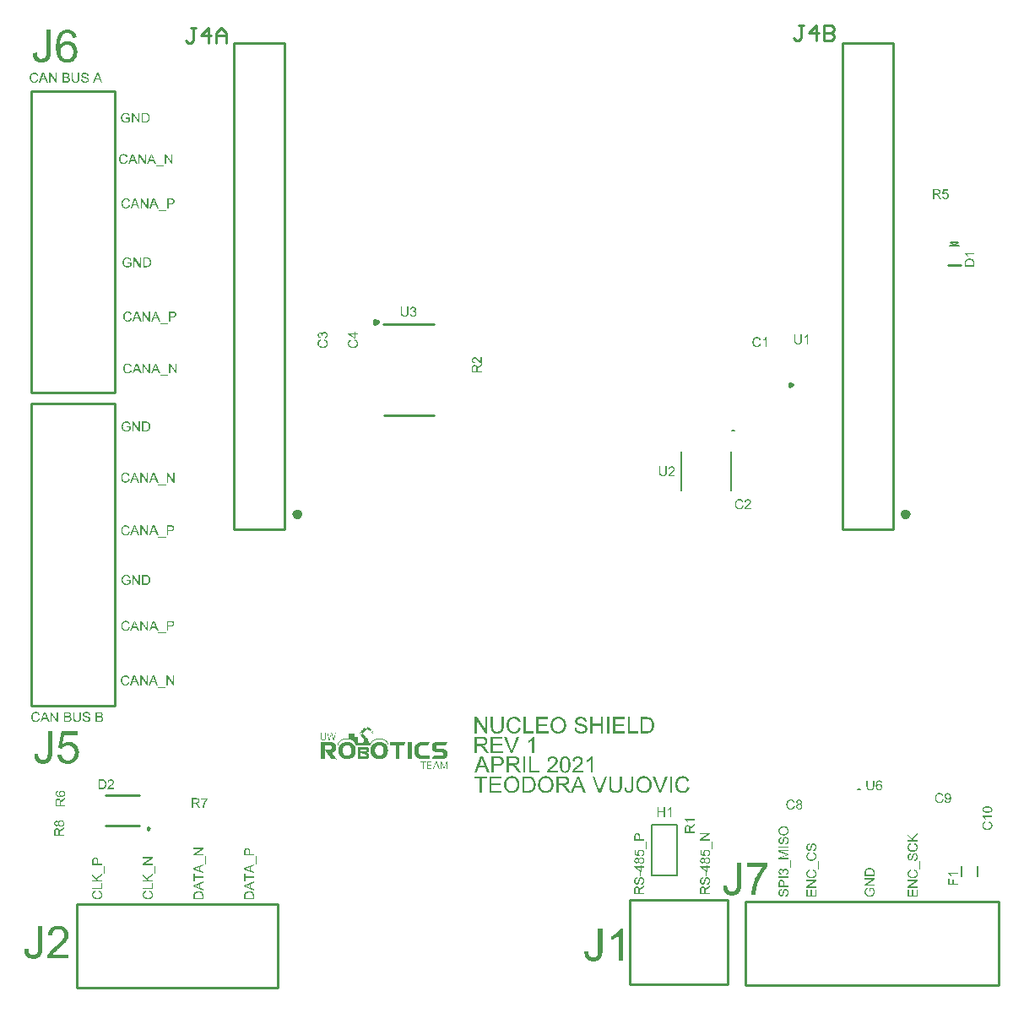
<source format=gto>
G04*
G04 #@! TF.GenerationSoftware,Altium Limited,Altium Designer,21.2.1 (34)*
G04*
G04 Layer_Color=65535*
%FSLAX25Y25*%
%MOIN*%
G70*
G04*
G04 #@! TF.SameCoordinates,CFAE9ADB-8C4C-4AE2-92FD-0E6BA9E30242*
G04*
G04*
G04 #@! TF.FilePolarity,Positive*
G04*
G01*
G75*
%ADD10C,0.02000*%
%ADD11C,0.01181*%
%ADD12C,0.01500*%
%ADD13C,0.00787*%
%ADD14C,0.00984*%
%ADD15C,0.01000*%
%ADD16C,0.00600*%
%ADD17C,0.00500*%
G36*
X258686Y569993D02*
X259033D01*
Y569907D01*
X259206D01*
Y569820D01*
X259379D01*
Y569733D01*
X259466D01*
Y569647D01*
X259639D01*
Y569560D01*
X259726D01*
Y569473D01*
X259813D01*
Y569387D01*
X259899D01*
Y569300D01*
X259986D01*
Y569213D01*
Y569127D01*
X260073D01*
Y569040D01*
Y568953D01*
X260159D01*
Y568867D01*
Y568780D01*
X260246D01*
Y568693D01*
Y568607D01*
Y568520D01*
X260333D01*
Y568433D01*
Y568347D01*
Y568260D01*
Y568173D01*
Y568087D01*
Y568000D01*
Y567913D01*
Y567827D01*
Y567740D01*
Y567653D01*
Y567567D01*
Y567480D01*
Y567393D01*
Y567307D01*
Y567220D01*
X260246D01*
Y567133D01*
Y567047D01*
Y566960D01*
X260159D01*
Y566873D01*
Y566787D01*
X260073D01*
Y566700D01*
Y566613D01*
X259986D01*
Y566527D01*
X259899D01*
Y566440D01*
X259813D01*
Y566353D01*
X259726D01*
Y566267D01*
X259639D01*
Y566180D01*
X259553D01*
Y566093D01*
X259379D01*
Y566007D01*
X259206D01*
Y565920D01*
X259033D01*
Y565833D01*
X258773D01*
Y565746D01*
Y565660D01*
X258859D01*
Y565573D01*
X258946D01*
Y565486D01*
X259033D01*
Y565400D01*
Y565313D01*
X259119D01*
Y565227D01*
X259206D01*
Y565140D01*
Y565053D01*
X259293D01*
Y564966D01*
X259379D01*
Y564880D01*
Y564793D01*
X259466D01*
Y564707D01*
X259553D01*
Y564620D01*
Y564533D01*
X259639D01*
Y564446D01*
X259726D01*
Y564360D01*
X259813D01*
Y564273D01*
Y564186D01*
X259899D01*
Y564100D01*
X259986D01*
Y564013D01*
Y563926D01*
X260073D01*
Y563840D01*
X260159D01*
Y563753D01*
Y563666D01*
X260246D01*
Y563580D01*
X260333D01*
Y563493D01*
Y563406D01*
X260420D01*
Y563320D01*
X260506D01*
Y563233D01*
X260420D01*
Y563320D01*
X258426D01*
Y563406D01*
X258339D01*
Y563493D01*
Y563580D01*
X258253D01*
Y563666D01*
X258166D01*
Y563753D01*
Y563840D01*
X258079D01*
Y563926D01*
X257993D01*
Y564013D01*
X257906D01*
Y564100D01*
Y564186D01*
X257819D01*
Y564273D01*
X257733D01*
Y564360D01*
Y564446D01*
X257646D01*
Y564533D01*
X257559D01*
Y564620D01*
Y564707D01*
X257473D01*
Y564793D01*
X257386D01*
Y564880D01*
X257299D01*
Y564966D01*
Y565053D01*
X257213D01*
Y565140D01*
X257126D01*
Y565227D01*
Y565313D01*
X257039D01*
Y565400D01*
X256953D01*
Y565486D01*
Y565573D01*
X256866D01*
Y565660D01*
X256779D01*
Y565746D01*
X256693D01*
Y565833D01*
Y565920D01*
X256606D01*
Y566007D01*
X256519D01*
Y566093D01*
Y566180D01*
X256433D01*
Y566267D01*
X256346D01*
Y566353D01*
Y566440D01*
X256259D01*
Y566527D01*
X256172D01*
Y566613D01*
X256086D01*
Y566700D01*
Y566787D01*
X255912D01*
Y566700D01*
Y566613D01*
Y566527D01*
Y566440D01*
Y566353D01*
Y566267D01*
Y566180D01*
Y566093D01*
Y566007D01*
Y565920D01*
Y565833D01*
Y565746D01*
Y565660D01*
Y565573D01*
Y565486D01*
Y565400D01*
Y565313D01*
Y565227D01*
Y565140D01*
Y565053D01*
Y564966D01*
Y564880D01*
Y564793D01*
Y564707D01*
Y564620D01*
Y564533D01*
Y564446D01*
Y564360D01*
Y564273D01*
Y564186D01*
Y564100D01*
Y564013D01*
Y563926D01*
Y563840D01*
Y563753D01*
Y563666D01*
Y563580D01*
Y563493D01*
Y563406D01*
Y563320D01*
X254266D01*
Y563406D01*
X254352D01*
Y563493D01*
X254266D01*
Y563580D01*
X254352D01*
Y563666D01*
X254266D01*
Y563753D01*
X254352D01*
Y563840D01*
X254266D01*
Y563926D01*
X254352D01*
Y564013D01*
X254266D01*
Y564100D01*
X254352D01*
Y564186D01*
X254266D01*
Y564273D01*
X254352D01*
Y564360D01*
X254266D01*
Y564446D01*
X254352D01*
Y564533D01*
X254266D01*
Y564620D01*
X254352D01*
Y564707D01*
X254266D01*
Y564793D01*
X254352D01*
Y564880D01*
X254266D01*
Y564966D01*
X254352D01*
Y565053D01*
X254266D01*
Y565140D01*
X254352D01*
Y565227D01*
X254266D01*
Y565313D01*
X254352D01*
Y565400D01*
X254266D01*
Y565486D01*
X254352D01*
Y565573D01*
X254266D01*
Y565660D01*
X254352D01*
Y565746D01*
X254266D01*
Y565833D01*
X254352D01*
Y565920D01*
X254266D01*
Y566007D01*
X254352D01*
Y566093D01*
X254266D01*
Y566180D01*
X254352D01*
Y566267D01*
X254266D01*
Y566353D01*
X254352D01*
Y566440D01*
X254266D01*
Y566527D01*
X254352D01*
Y566613D01*
X254266D01*
Y566700D01*
X254352D01*
Y566787D01*
X254266D01*
Y566873D01*
X254352D01*
Y566960D01*
X254266D01*
Y567047D01*
X254352D01*
Y567133D01*
X254266D01*
Y567220D01*
X254352D01*
Y567307D01*
X254266D01*
Y567393D01*
X254352D01*
Y567480D01*
X254266D01*
Y567567D01*
X254352D01*
Y567653D01*
X254266D01*
Y567740D01*
X254352D01*
Y567827D01*
X254266D01*
Y567913D01*
X254352D01*
Y568000D01*
X254266D01*
Y568087D01*
X254352D01*
Y568173D01*
X254266D01*
Y568260D01*
X254352D01*
Y568347D01*
X254266D01*
Y568433D01*
X254352D01*
Y568520D01*
X254266D01*
Y568607D01*
X254352D01*
Y568693D01*
X254266D01*
Y568780D01*
X254352D01*
Y568867D01*
X254266D01*
Y568953D01*
X254352D01*
Y569040D01*
X254266D01*
Y569127D01*
X254352D01*
Y569213D01*
X254266D01*
Y569300D01*
X254352D01*
Y569387D01*
X254266D01*
Y569473D01*
X254352D01*
Y569560D01*
X254266D01*
Y569647D01*
X254352D01*
Y569733D01*
X254266D01*
Y569820D01*
X254352D01*
Y569907D01*
X254266D01*
Y569993D01*
Y570080D01*
X258686D01*
Y569993D01*
D02*
G37*
G36*
X256346Y573807D02*
Y573720D01*
Y573634D01*
Y573547D01*
Y573460D01*
Y573374D01*
Y573287D01*
Y573200D01*
Y573114D01*
Y573027D01*
Y572940D01*
Y572854D01*
Y572767D01*
Y572680D01*
Y572594D01*
Y572507D01*
Y572420D01*
Y572334D01*
Y572247D01*
Y572160D01*
Y572074D01*
Y571987D01*
Y571900D01*
Y571814D01*
Y571727D01*
X256259D01*
Y571640D01*
Y571554D01*
Y571467D01*
Y571380D01*
Y571293D01*
X256172D01*
Y571207D01*
Y571120D01*
X256086D01*
Y571033D01*
X255999D01*
Y570947D01*
X255826D01*
Y570860D01*
X255566D01*
Y570774D01*
X254959D01*
Y570860D01*
X254612D01*
Y570947D01*
X254526D01*
Y571033D01*
X254352D01*
Y571120D01*
Y571207D01*
X254266D01*
Y571293D01*
Y571380D01*
Y571467D01*
Y571554D01*
X254179D01*
Y571640D01*
Y571727D01*
Y571814D01*
Y571900D01*
Y571987D01*
Y572074D01*
Y572160D01*
Y572247D01*
Y572334D01*
Y572420D01*
Y572507D01*
Y572594D01*
Y572680D01*
Y572767D01*
Y572854D01*
Y572940D01*
Y573027D01*
Y573114D01*
Y573200D01*
Y573287D01*
Y573374D01*
Y573460D01*
Y573547D01*
Y573634D01*
Y573720D01*
Y573807D01*
Y573894D01*
X254526D01*
Y573807D01*
Y573720D01*
Y573634D01*
Y573547D01*
Y573460D01*
Y573374D01*
Y573287D01*
Y573200D01*
Y573114D01*
Y573027D01*
Y572940D01*
Y572854D01*
Y572767D01*
Y572680D01*
Y572594D01*
Y572507D01*
Y572420D01*
Y572334D01*
Y572247D01*
Y572160D01*
Y572074D01*
Y571987D01*
Y571900D01*
Y571814D01*
Y571727D01*
Y571640D01*
Y571554D01*
Y571467D01*
Y571380D01*
Y571293D01*
X254612D01*
Y571207D01*
X254699D01*
Y571120D01*
X254872D01*
Y571033D01*
X255219D01*
Y570947D01*
X255306D01*
Y571033D01*
X255393D01*
Y570947D01*
X255479D01*
Y571033D01*
X255739D01*
Y571120D01*
X255826D01*
Y571207D01*
X255912D01*
Y571293D01*
X255999D01*
Y571380D01*
Y571467D01*
Y571554D01*
Y571640D01*
X256086D01*
Y571727D01*
Y571814D01*
Y571900D01*
Y571987D01*
Y572074D01*
Y572160D01*
Y572247D01*
Y572334D01*
Y572420D01*
Y572507D01*
Y572594D01*
Y572680D01*
Y572767D01*
Y572854D01*
Y572940D01*
Y573027D01*
Y573114D01*
Y573200D01*
Y573287D01*
Y573374D01*
Y573460D01*
Y573547D01*
Y573634D01*
Y573720D01*
Y573807D01*
Y573894D01*
X256346D01*
Y573807D01*
D02*
G37*
G36*
X260246D02*
Y573720D01*
Y573634D01*
X260159D01*
Y573547D01*
Y573460D01*
Y573374D01*
Y573287D01*
X260073D01*
Y573200D01*
Y573114D01*
Y573027D01*
Y572940D01*
Y572854D01*
X259986D01*
Y572767D01*
Y572680D01*
Y572594D01*
Y572507D01*
X259899D01*
Y572420D01*
Y572334D01*
Y572247D01*
Y572160D01*
X259813D01*
Y572074D01*
Y571987D01*
Y571900D01*
Y571814D01*
Y571727D01*
X259726D01*
Y571640D01*
Y571554D01*
Y571467D01*
Y571380D01*
X259639D01*
Y571293D01*
Y571207D01*
Y571120D01*
Y571033D01*
X259553D01*
Y570947D01*
Y570860D01*
X259206D01*
Y570947D01*
Y571033D01*
Y571120D01*
X259119D01*
Y571207D01*
Y571293D01*
Y571380D01*
Y571467D01*
X259033D01*
Y571554D01*
Y571640D01*
Y571727D01*
Y571814D01*
X258946D01*
Y571900D01*
Y571987D01*
Y572074D01*
Y572160D01*
X258859D01*
Y572247D01*
Y572334D01*
Y572420D01*
Y572507D01*
X258773D01*
Y572594D01*
Y572680D01*
Y572767D01*
Y572854D01*
Y572940D01*
X258686D01*
Y573027D01*
Y573114D01*
Y573200D01*
X258599D01*
Y573287D01*
Y573374D01*
Y573460D01*
X258513D01*
Y573374D01*
X258426D01*
Y573287D01*
Y573200D01*
Y573114D01*
Y573027D01*
Y572940D01*
X258339D01*
Y572854D01*
Y572767D01*
Y572680D01*
X258253D01*
Y572594D01*
Y572507D01*
Y572420D01*
Y572334D01*
Y572247D01*
X258166D01*
Y572160D01*
Y572074D01*
Y571987D01*
X258079D01*
Y571900D01*
Y571814D01*
Y571727D01*
Y571640D01*
X257993D01*
Y571554D01*
Y571467D01*
Y571380D01*
Y571293D01*
X257906D01*
Y571207D01*
Y571120D01*
Y571033D01*
X257819D01*
Y570947D01*
Y570860D01*
X257473D01*
Y570947D01*
Y571033D01*
Y571120D01*
Y571207D01*
Y571293D01*
X257386D01*
Y571380D01*
Y571467D01*
Y571554D01*
X257299D01*
Y571640D01*
Y571727D01*
Y571814D01*
Y571900D01*
Y571987D01*
X257213D01*
Y572074D01*
Y572160D01*
Y572247D01*
Y572334D01*
Y572420D01*
X257126D01*
Y572507D01*
Y572594D01*
Y572680D01*
Y572767D01*
X257039D01*
Y572854D01*
Y572940D01*
Y573027D01*
Y573114D01*
X256953D01*
Y573200D01*
Y573287D01*
Y573374D01*
Y573460D01*
Y573547D01*
X256866D01*
Y573634D01*
Y573720D01*
Y573807D01*
Y573894D01*
X257126D01*
Y573807D01*
Y573720D01*
Y573634D01*
Y573547D01*
X257213D01*
Y573460D01*
Y573374D01*
Y573287D01*
Y573200D01*
X257299D01*
Y573114D01*
Y573027D01*
Y572940D01*
Y572854D01*
X257386D01*
Y572767D01*
Y572680D01*
Y572594D01*
Y572507D01*
Y572420D01*
X257473D01*
Y572334D01*
Y572247D01*
Y572160D01*
Y572074D01*
X257559D01*
Y571987D01*
Y571900D01*
Y571814D01*
Y571727D01*
X257646D01*
Y571640D01*
Y571554D01*
Y571467D01*
Y571380D01*
Y571293D01*
X257819D01*
Y571380D01*
Y571467D01*
Y571554D01*
Y571640D01*
Y571727D01*
Y571814D01*
X257906D01*
Y571900D01*
Y571987D01*
Y572074D01*
X257993D01*
Y572160D01*
Y572247D01*
Y572334D01*
Y572420D01*
X258079D01*
Y572507D01*
Y572594D01*
Y572680D01*
Y572767D01*
X258166D01*
Y572854D01*
Y572940D01*
Y573027D01*
Y573114D01*
X258253D01*
Y573200D01*
Y573287D01*
Y573374D01*
Y573460D01*
X258339D01*
Y573547D01*
Y573634D01*
Y573720D01*
X258426D01*
Y573807D01*
Y573894D01*
X258686D01*
Y573807D01*
X258773D01*
Y573720D01*
Y573634D01*
Y573547D01*
Y573460D01*
X258859D01*
Y573374D01*
Y573287D01*
Y573200D01*
Y573114D01*
X258946D01*
Y573027D01*
Y572940D01*
Y572854D01*
Y572767D01*
X259033D01*
Y572680D01*
Y572594D01*
Y572507D01*
X259119D01*
Y572420D01*
Y572334D01*
Y572247D01*
Y572160D01*
X259206D01*
Y572074D01*
Y571987D01*
Y571900D01*
Y571814D01*
Y571727D01*
X259293D01*
Y571640D01*
Y571554D01*
Y571467D01*
Y571380D01*
Y571293D01*
X259466D01*
Y571380D01*
Y571467D01*
Y571554D01*
Y571640D01*
Y571727D01*
X259553D01*
Y571814D01*
Y571900D01*
Y571987D01*
X259639D01*
Y572074D01*
Y572160D01*
Y572247D01*
Y572334D01*
Y572420D01*
X259726D01*
Y572507D01*
Y572594D01*
Y572680D01*
Y572767D01*
Y572854D01*
X259813D01*
Y572940D01*
Y573027D01*
Y573114D01*
X259899D01*
Y573200D01*
Y573287D01*
Y573374D01*
Y573460D01*
Y573547D01*
X259986D01*
Y573634D01*
Y573720D01*
Y573807D01*
Y573894D01*
X260246D01*
Y573807D01*
D02*
G37*
G36*
X272380Y576147D02*
X272554D01*
Y576060D01*
X272727D01*
Y575974D01*
X272900D01*
Y575887D01*
X273074D01*
Y575801D01*
X273160D01*
Y575714D01*
X273334D01*
Y575627D01*
X273507D01*
Y575540D01*
X273680D01*
Y575454D01*
X273854D01*
Y575367D01*
X274027D01*
Y575281D01*
X274114D01*
Y575194D01*
X274287D01*
Y575107D01*
X274460D01*
Y575020D01*
X274634D01*
Y574934D01*
X274200D01*
Y574847D01*
X274114D01*
Y574760D01*
X274027D01*
Y574674D01*
Y574587D01*
Y574500D01*
Y574414D01*
Y574327D01*
X274114D01*
Y574240D01*
X274287D01*
Y574154D01*
X274634D01*
Y574240D01*
X274807D01*
Y574327D01*
X274894D01*
Y574240D01*
Y574154D01*
Y574067D01*
X274807D01*
Y573980D01*
Y573894D01*
Y573807D01*
Y573720D01*
Y573634D01*
X274980D01*
Y573547D01*
X275327D01*
Y573460D01*
X274547D01*
Y573547D01*
Y573634D01*
X274460D01*
Y573720D01*
Y573807D01*
Y573894D01*
X274374D01*
Y573980D01*
Y574067D01*
X274287D01*
Y574154D01*
X274114D01*
Y574240D01*
X273940D01*
Y574327D01*
X273767D01*
Y574414D01*
X273680D01*
Y574500D01*
X273507D01*
Y574587D01*
X273334D01*
Y574674D01*
X273160D01*
Y574760D01*
X272987D01*
Y574847D01*
X272900D01*
Y574934D01*
X272727D01*
Y575020D01*
X272554D01*
Y575107D01*
X272380D01*
Y575020D01*
X272293D01*
Y574934D01*
X272207D01*
Y574847D01*
X272120D01*
Y574760D01*
X272034D01*
Y574674D01*
Y574587D01*
X271947D01*
Y574500D01*
X271860D01*
Y574414D01*
X271774D01*
Y574327D01*
X271687D01*
Y574240D01*
X271600D01*
Y574154D01*
X271514D01*
Y574067D01*
X271427D01*
Y573980D01*
X271340D01*
Y573894D01*
Y573807D01*
X271253D01*
Y573720D01*
X271167D01*
Y573634D01*
X271080D01*
Y573547D01*
X270907D01*
Y573460D01*
Y573374D01*
X270993D01*
Y573287D01*
X271080D01*
Y573200D01*
Y573114D01*
X271167D01*
Y573027D01*
X271253D01*
Y572940D01*
X271340D01*
Y572854D01*
X271427D01*
Y572767D01*
X271514D01*
Y572680D01*
X271600D01*
Y572594D01*
Y572507D01*
X271687D01*
Y572420D01*
X271774D01*
Y572334D01*
X271860D01*
Y572247D01*
X271947D01*
Y572160D01*
Y572074D01*
X272034D01*
Y571987D01*
X272120D01*
Y571900D01*
X272207D01*
Y571814D01*
X272727D01*
Y571727D01*
Y571640D01*
Y571554D01*
X272814D01*
Y571467D01*
Y571380D01*
Y571293D01*
Y571207D01*
X272900D01*
Y571120D01*
Y571033D01*
Y570947D01*
Y570860D01*
X272987D01*
Y570774D01*
Y570687D01*
Y570600D01*
X273074D01*
Y570513D01*
Y570427D01*
Y570340D01*
Y570254D01*
X273160D01*
Y570167D01*
Y570080D01*
Y569993D01*
Y569907D01*
Y569820D01*
X274114D01*
Y569907D01*
X274200D01*
Y569993D01*
X274287D01*
Y570080D01*
X274374D01*
Y570167D01*
Y570254D01*
X274460D01*
Y570340D01*
X274547D01*
Y570427D01*
X274634D01*
Y570513D01*
X274720D01*
Y570600D01*
X274807D01*
Y570687D01*
X274980D01*
Y570774D01*
X275067D01*
Y570860D01*
X275154D01*
Y570947D01*
X275327D01*
Y571033D01*
X275500D01*
Y571120D01*
X275674D01*
Y571207D01*
X275847D01*
Y571293D01*
X276107D01*
Y571380D01*
X276367D01*
Y571467D01*
X276887D01*
Y571554D01*
X278101D01*
Y571467D01*
X278534D01*
Y571380D01*
X278794D01*
Y571293D01*
X279054D01*
Y571207D01*
X279314D01*
Y571120D01*
X279401D01*
Y571033D01*
X279574D01*
Y570947D01*
X279747D01*
Y570860D01*
X279834D01*
Y570774D01*
X280007D01*
Y570687D01*
X280094D01*
Y570600D01*
X280181D01*
Y570513D01*
X280267D01*
Y570427D01*
X280354D01*
Y570340D01*
X280441D01*
Y570254D01*
X280527D01*
Y570167D01*
X280614D01*
Y570080D01*
X280701D01*
Y569993D01*
Y569907D01*
X280787D01*
Y569820D01*
X280874D01*
Y569733D01*
Y569647D01*
X280961D01*
Y569560D01*
Y569473D01*
X281047D01*
Y569387D01*
Y569300D01*
X281134D01*
Y569213D01*
Y569127D01*
X281221D01*
Y569040D01*
Y568953D01*
X281047D01*
Y568867D01*
X280961D01*
Y568953D01*
X280874D01*
Y569040D01*
Y569127D01*
X280787D01*
Y569213D01*
Y569300D01*
X280701D01*
Y569387D01*
Y569473D01*
X280614D01*
Y569560D01*
Y569647D01*
X280527D01*
Y569733D01*
X280441D01*
Y569820D01*
Y569907D01*
X280354D01*
Y569993D01*
X280267D01*
Y570080D01*
X280181D01*
Y570167D01*
X280094D01*
Y570254D01*
X280007D01*
Y570340D01*
X279921D01*
Y570427D01*
X279834D01*
Y570513D01*
X279661D01*
Y570600D01*
X279574D01*
Y570687D01*
X279401D01*
Y570774D01*
X279227D01*
Y570860D01*
X279054D01*
Y570947D01*
X278881D01*
Y571033D01*
X278621D01*
Y571120D01*
X278274D01*
Y571207D01*
X276627D01*
Y571120D01*
X276280D01*
Y571033D01*
X276020D01*
Y570947D01*
X275847D01*
Y570860D01*
X275674D01*
Y570774D01*
X275500D01*
Y570687D01*
X275327D01*
Y570600D01*
X275240D01*
Y570513D01*
X275154D01*
Y570427D01*
X274980D01*
Y570340D01*
X274894D01*
Y570254D01*
X274807D01*
Y570167D01*
X274720D01*
Y570080D01*
X274634D01*
Y569993D01*
Y569907D01*
X274547D01*
Y569820D01*
X274460D01*
Y569733D01*
X274374D01*
Y569647D01*
Y569560D01*
X274287D01*
Y569473D01*
X274200D01*
Y569387D01*
Y569300D01*
X274114D01*
Y569213D01*
Y569127D01*
Y569040D01*
X274027D01*
Y568953D01*
Y568867D01*
X268133D01*
Y568953D01*
X268047D01*
Y569040D01*
Y569127D01*
X267960D01*
Y569213D01*
Y569300D01*
X267873D01*
Y569387D01*
Y569473D01*
X267787D01*
Y569560D01*
Y569647D01*
X267700D01*
Y569733D01*
X267613D01*
Y569820D01*
X267527D01*
Y569907D01*
Y569993D01*
X267440D01*
Y570080D01*
X267353D01*
Y570167D01*
X267267D01*
Y570254D01*
X267180D01*
Y570340D01*
X267093D01*
Y570427D01*
X267006D01*
Y570513D01*
X266833D01*
Y570600D01*
X266746D01*
Y570687D01*
X266573D01*
Y570774D01*
X266400D01*
Y570860D01*
X266313D01*
Y570947D01*
X266053D01*
Y571033D01*
X265793D01*
Y571120D01*
X265533D01*
Y571207D01*
X263713D01*
Y571120D01*
X263453D01*
Y571033D01*
X263193D01*
Y570947D01*
X262933D01*
Y570860D01*
X262760D01*
Y570774D01*
X262586D01*
Y570687D01*
X262500D01*
Y570600D01*
X262413D01*
Y570513D01*
X262240D01*
Y570427D01*
X262153D01*
Y570340D01*
X262066D01*
Y570254D01*
X261980D01*
Y570167D01*
X261893D01*
Y570080D01*
X261806D01*
Y569993D01*
X261719D01*
Y569907D01*
Y569820D01*
X261633D01*
Y569733D01*
X261546D01*
Y569647D01*
X261459D01*
Y569560D01*
Y569473D01*
X261373D01*
Y569387D01*
Y569300D01*
X261286D01*
Y569213D01*
Y569127D01*
X261199D01*
Y569040D01*
Y568953D01*
Y568867D01*
X261113D01*
Y568953D01*
X260853D01*
Y569040D01*
Y569127D01*
X260940D01*
Y569213D01*
Y569300D01*
X261026D01*
Y569387D01*
Y569473D01*
X261113D01*
Y569560D01*
Y569647D01*
X261199D01*
Y569733D01*
Y569820D01*
X261286D01*
Y569907D01*
X261373D01*
Y569993D01*
Y570080D01*
X261459D01*
Y570167D01*
X261546D01*
Y570254D01*
X261633D01*
Y570340D01*
X261719D01*
Y570427D01*
X261806D01*
Y570513D01*
X261893D01*
Y570600D01*
X261980D01*
Y570687D01*
X262066D01*
Y570774D01*
X262240D01*
Y570860D01*
X262326D01*
Y570947D01*
X262500D01*
Y571033D01*
X262586D01*
Y571120D01*
X262760D01*
Y571207D01*
X262933D01*
Y571293D01*
X263193D01*
Y571380D01*
X263540D01*
Y571467D01*
X263973D01*
Y571554D01*
X265186D01*
Y571640D01*
Y571727D01*
Y571814D01*
Y571900D01*
Y571987D01*
Y572074D01*
Y572160D01*
Y572247D01*
Y572334D01*
Y572420D01*
Y572507D01*
Y572594D01*
Y572680D01*
Y572767D01*
Y572854D01*
Y572940D01*
X265273D01*
Y573027D01*
Y573114D01*
Y573200D01*
Y573287D01*
Y573374D01*
Y573460D01*
X267527D01*
Y573374D01*
Y573287D01*
Y573200D01*
Y573114D01*
Y573027D01*
Y572940D01*
Y572854D01*
Y572767D01*
Y572680D01*
Y572594D01*
Y572507D01*
Y572420D01*
Y572334D01*
Y572247D01*
Y572160D01*
Y572074D01*
X268913D01*
Y571987D01*
Y571900D01*
Y571814D01*
Y571727D01*
Y571640D01*
Y571554D01*
Y571467D01*
Y571380D01*
Y571293D01*
Y571207D01*
Y571120D01*
Y571033D01*
Y570947D01*
Y570860D01*
Y570774D01*
Y570687D01*
Y570600D01*
Y570513D01*
Y570427D01*
Y570340D01*
Y570254D01*
Y570167D01*
Y570080D01*
Y569993D01*
Y569907D01*
X269347D01*
Y569820D01*
X269433D01*
Y569907D01*
X269520D01*
Y569820D01*
X271080D01*
Y569907D01*
Y569993D01*
X271167D01*
Y570080D01*
Y570167D01*
Y570254D01*
Y570340D01*
X271253D01*
Y570427D01*
Y570513D01*
Y570600D01*
Y570687D01*
X271340D01*
Y570774D01*
Y570860D01*
Y570947D01*
X271427D01*
Y571033D01*
Y571120D01*
X271340D01*
Y571207D01*
X271253D01*
Y571293D01*
X271167D01*
Y571380D01*
Y571467D01*
X271080D01*
Y571554D01*
X270993D01*
Y571640D01*
X270907D01*
Y571727D01*
X270820D01*
Y571814D01*
X270733D01*
Y571900D01*
X270647D01*
Y571987D01*
Y572074D01*
X270560D01*
Y572160D01*
X270473D01*
Y572247D01*
X270387D01*
Y572334D01*
X270300D01*
Y572420D01*
Y572507D01*
X270213D01*
Y572594D01*
X270127D01*
Y572680D01*
X270040D01*
Y572767D01*
X269953D01*
Y572854D01*
X269867D01*
Y572940D01*
Y573027D01*
X269780D01*
Y573114D01*
X269693D01*
Y573200D01*
X269607D01*
Y573287D01*
Y573374D01*
Y573460D01*
Y573547D01*
X269693D01*
Y573634D01*
Y573720D01*
X269780D01*
Y573807D01*
X269953D01*
Y573894D01*
Y573980D01*
X270040D01*
Y574067D01*
X270127D01*
Y574154D01*
X270213D01*
Y574240D01*
X270300D01*
Y574327D01*
Y574414D01*
X270387D01*
Y574500D01*
X270473D01*
Y574587D01*
X270560D01*
Y574674D01*
X270647D01*
Y574760D01*
X270733D01*
Y574847D01*
X270820D01*
Y574934D01*
Y575020D01*
X270907D01*
Y575107D01*
X270993D01*
Y575194D01*
X271080D01*
Y575281D01*
X271167D01*
Y575367D01*
Y575454D01*
X271253D01*
Y575540D01*
X271340D01*
Y575627D01*
X271427D01*
Y575714D01*
X271514D01*
Y575801D01*
X271600D01*
Y575887D01*
X271687D01*
Y575974D01*
X271774D01*
Y575887D01*
Y575801D01*
Y575714D01*
Y575627D01*
Y575540D01*
X271860D01*
Y575454D01*
X271947D01*
Y575367D01*
X272467D01*
Y575454D01*
X272554D01*
Y575540D01*
X272640D01*
Y575627D01*
Y575714D01*
Y575801D01*
Y575887D01*
Y575974D01*
X272554D01*
Y576060D01*
X272380D01*
Y576147D01*
X272034D01*
Y576234D01*
X272380D01*
Y576147D01*
D02*
G37*
G36*
X278274Y569993D02*
X278621D01*
Y569907D01*
X278881D01*
Y569820D01*
X279054D01*
Y569733D01*
X279227D01*
Y569647D01*
X279401D01*
Y569560D01*
X279487D01*
Y569473D01*
X279661D01*
Y569387D01*
X279747D01*
Y569300D01*
X279834D01*
Y569213D01*
X279921D01*
Y569127D01*
X280007D01*
Y569040D01*
X280094D01*
Y568953D01*
X280181D01*
Y568867D01*
Y568780D01*
X280267D01*
Y568693D01*
X280354D01*
Y568607D01*
Y568520D01*
X280441D01*
Y568433D01*
Y568347D01*
X280527D01*
Y568260D01*
Y568173D01*
X280614D01*
Y568087D01*
Y568000D01*
Y567913D01*
X280701D01*
Y567827D01*
Y567740D01*
Y567653D01*
X280787D01*
Y567567D01*
Y567480D01*
Y567393D01*
Y567307D01*
Y567220D01*
Y567133D01*
X280874D01*
Y567047D01*
Y566960D01*
Y566873D01*
Y566787D01*
Y566700D01*
Y566613D01*
Y566527D01*
Y566440D01*
Y566353D01*
Y566267D01*
X280787D01*
Y566180D01*
Y566093D01*
Y566007D01*
Y565920D01*
Y565833D01*
Y565746D01*
X280701D01*
Y565660D01*
Y565573D01*
Y565486D01*
X280614D01*
Y565400D01*
Y565313D01*
Y565227D01*
X280527D01*
Y565140D01*
Y565053D01*
Y564966D01*
X280441D01*
Y564880D01*
X280354D01*
Y564793D01*
Y564707D01*
X280267D01*
Y564620D01*
X280181D01*
Y564533D01*
Y564446D01*
X280094D01*
Y564360D01*
X280007D01*
Y564273D01*
X279921D01*
Y564186D01*
X279834D01*
Y564100D01*
X279747D01*
Y564013D01*
X279661D01*
Y563926D01*
X279574D01*
Y563840D01*
X279401D01*
Y563753D01*
X279227D01*
Y563666D01*
X279054D01*
Y563580D01*
X278881D01*
Y563493D01*
X278621D01*
Y563406D01*
X278274D01*
Y563320D01*
X276627D01*
Y563406D01*
X276280D01*
Y563493D01*
X276020D01*
Y563580D01*
X275760D01*
Y563666D01*
X275587D01*
Y563753D01*
X275414D01*
Y563840D01*
X275327D01*
Y563926D01*
X275240D01*
Y564013D01*
X275067D01*
Y564100D01*
X274980D01*
Y564186D01*
X274894D01*
Y564273D01*
X274807D01*
Y564360D01*
X274720D01*
Y564446D01*
Y564533D01*
X274634D01*
Y564620D01*
X274547D01*
Y564707D01*
Y564793D01*
X274460D01*
Y564880D01*
X274374D01*
Y564966D01*
Y565053D01*
X274287D01*
Y565140D01*
Y565227D01*
X274200D01*
Y565313D01*
Y565400D01*
Y565486D01*
Y565573D01*
X274114D01*
Y565660D01*
Y565746D01*
Y565833D01*
Y565920D01*
X274027D01*
Y566007D01*
Y566093D01*
Y566180D01*
Y566267D01*
Y566353D01*
X273940D01*
Y566440D01*
Y566527D01*
Y566613D01*
Y566700D01*
Y566787D01*
Y566873D01*
Y566960D01*
Y567047D01*
X274027D01*
Y567133D01*
Y567220D01*
Y567307D01*
Y567393D01*
Y567480D01*
Y567567D01*
X274114D01*
Y567653D01*
Y567740D01*
Y567827D01*
Y567913D01*
X274200D01*
Y568000D01*
Y568087D01*
Y568173D01*
X274287D01*
Y568260D01*
Y568347D01*
X274374D01*
Y568433D01*
Y568520D01*
X274460D01*
Y568607D01*
Y568693D01*
X274547D01*
Y568780D01*
X274634D01*
Y568867D01*
X274720D01*
Y568953D01*
X274807D01*
Y569040D01*
Y569127D01*
X274980D01*
Y569213D01*
X275067D01*
Y569300D01*
X275154D01*
Y569387D01*
X275240D01*
Y569473D01*
X275327D01*
Y569560D01*
X275500D01*
Y569647D01*
X275674D01*
Y569733D01*
X275760D01*
Y569820D01*
X276020D01*
Y569907D01*
X276280D01*
Y569993D01*
X276540D01*
Y570080D01*
X278274D01*
Y569993D01*
D02*
G37*
G36*
X272120Y568087D02*
X272640D01*
Y568000D01*
X272814D01*
Y567913D01*
X272987D01*
Y567827D01*
X273074D01*
Y567740D01*
X273160D01*
Y567653D01*
X273247D01*
Y567567D01*
Y567480D01*
X273334D01*
Y567393D01*
Y567307D01*
Y567220D01*
X273420D01*
Y567133D01*
Y567047D01*
Y566960D01*
Y566873D01*
Y566787D01*
Y566700D01*
Y566613D01*
Y566527D01*
X273334D01*
Y566440D01*
Y566353D01*
Y566267D01*
X273247D01*
Y566180D01*
X273160D01*
Y566093D01*
X273074D01*
Y566007D01*
X272900D01*
Y565920D01*
X272727D01*
Y565833D01*
Y565746D01*
X272814D01*
Y565660D01*
X272987D01*
Y565573D01*
X273074D01*
Y565486D01*
X273160D01*
Y565400D01*
X273247D01*
Y565313D01*
Y565227D01*
X273334D01*
Y565140D01*
Y565053D01*
X273420D01*
Y564966D01*
Y564880D01*
Y564793D01*
Y564707D01*
Y564620D01*
Y564533D01*
Y564446D01*
Y564360D01*
Y564273D01*
Y564186D01*
Y564100D01*
Y564013D01*
X273334D01*
Y563926D01*
Y563840D01*
X273247D01*
Y563753D01*
X273160D01*
Y563666D01*
X273074D01*
Y563580D01*
X272987D01*
Y563493D01*
X272814D01*
Y563406D01*
X272640D01*
Y563320D01*
X269000D01*
Y563406D01*
Y563493D01*
Y563580D01*
Y563666D01*
Y563753D01*
Y563840D01*
Y563926D01*
Y564013D01*
Y564100D01*
Y564186D01*
Y564273D01*
Y564360D01*
Y564446D01*
Y564533D01*
Y564620D01*
Y564707D01*
Y564793D01*
Y564880D01*
Y564966D01*
Y565053D01*
Y565140D01*
Y565227D01*
Y565313D01*
Y565400D01*
Y565486D01*
Y565573D01*
Y565660D01*
Y565746D01*
Y565833D01*
Y565920D01*
Y566007D01*
Y566093D01*
Y566180D01*
Y566267D01*
Y566353D01*
Y566440D01*
Y566527D01*
Y566613D01*
Y566700D01*
Y566787D01*
Y566873D01*
Y566960D01*
Y567047D01*
Y567133D01*
Y567220D01*
Y567307D01*
Y567393D01*
Y567480D01*
Y567567D01*
Y567653D01*
Y567740D01*
Y567827D01*
Y567913D01*
Y568000D01*
Y568087D01*
Y568173D01*
X272120D01*
Y568087D01*
D02*
G37*
G36*
X265533Y569993D02*
X265880D01*
Y569907D01*
X266140D01*
Y569820D01*
X266313D01*
Y569733D01*
X266487D01*
Y569647D01*
X266660D01*
Y569560D01*
X266746D01*
Y569473D01*
X266920D01*
Y569387D01*
X267006D01*
Y569300D01*
X267093D01*
Y569213D01*
X267180D01*
Y569127D01*
X267267D01*
Y569040D01*
X267353D01*
Y568953D01*
X267440D01*
Y568867D01*
X267527D01*
Y568780D01*
Y568693D01*
X267613D01*
Y568607D01*
X267700D01*
Y568520D01*
Y568433D01*
X267787D01*
Y568347D01*
Y568260D01*
X267873D01*
Y568173D01*
Y568087D01*
Y568000D01*
X267960D01*
Y567913D01*
Y567827D01*
Y567740D01*
X268047D01*
Y567653D01*
Y567567D01*
Y567480D01*
Y567393D01*
Y567307D01*
X268133D01*
Y567220D01*
X268047D01*
Y567133D01*
Y567047D01*
X268133D01*
Y566960D01*
Y566873D01*
Y566787D01*
Y566700D01*
Y566613D01*
Y566527D01*
Y566440D01*
Y566353D01*
X268047D01*
Y566267D01*
Y566180D01*
X268133D01*
Y566093D01*
X268047D01*
Y566007D01*
Y565920D01*
Y565833D01*
Y565746D01*
Y565660D01*
X267960D01*
Y565573D01*
Y565486D01*
Y565400D01*
X267873D01*
Y565313D01*
Y565227D01*
X267787D01*
Y565140D01*
Y565053D01*
Y564966D01*
X267700D01*
Y564880D01*
Y564793D01*
X267613D01*
Y564707D01*
X267527D01*
Y564620D01*
Y564533D01*
X267440D01*
Y564446D01*
X267353D01*
Y564360D01*
X267267D01*
Y564273D01*
X267180D01*
Y564186D01*
X267093D01*
Y564100D01*
X267006D01*
Y564013D01*
X266920D01*
Y563926D01*
X266833D01*
Y563840D01*
X266660D01*
Y563753D01*
X266487D01*
Y563666D01*
X266400D01*
Y563580D01*
X266140D01*
Y563493D01*
X265880D01*
Y563406D01*
X265533D01*
Y563320D01*
X263886D01*
Y563406D01*
X263540D01*
Y563493D01*
X263280D01*
Y563580D01*
X263020D01*
Y563666D01*
X262846D01*
Y563753D01*
X262760D01*
Y563840D01*
X262586D01*
Y563926D01*
X262500D01*
Y564013D01*
X262413D01*
Y564100D01*
X262326D01*
Y564186D01*
X262153D01*
Y564273D01*
X262066D01*
Y564360D01*
Y564446D01*
X261980D01*
Y564533D01*
X261893D01*
Y564620D01*
X261806D01*
Y564707D01*
Y564793D01*
X261719D01*
Y564880D01*
Y564966D01*
X261633D01*
Y565053D01*
Y565140D01*
X261546D01*
Y565227D01*
Y565313D01*
X261459D01*
Y565400D01*
Y565486D01*
Y565573D01*
X261373D01*
Y565660D01*
Y565746D01*
Y565833D01*
Y565920D01*
X261286D01*
Y566007D01*
Y566093D01*
Y566180D01*
Y566267D01*
Y566353D01*
Y566440D01*
Y566527D01*
Y566613D01*
Y566700D01*
Y566787D01*
Y566873D01*
Y566960D01*
Y567047D01*
Y567133D01*
Y567220D01*
Y567307D01*
Y567393D01*
Y567480D01*
X261373D01*
Y567567D01*
Y567653D01*
Y567740D01*
Y567827D01*
Y567913D01*
X261459D01*
Y568000D01*
Y568087D01*
X261546D01*
Y568173D01*
Y568260D01*
X261633D01*
Y568347D01*
Y568433D01*
Y568520D01*
X261719D01*
Y568607D01*
X261806D01*
Y568693D01*
Y568780D01*
X261893D01*
Y568867D01*
X261980D01*
Y568953D01*
X262066D01*
Y569040D01*
X262153D01*
Y569127D01*
X262240D01*
Y569213D01*
X262326D01*
Y569300D01*
X262413D01*
Y569387D01*
X262500D01*
Y569473D01*
X262586D01*
Y569560D01*
X262760D01*
Y569647D01*
X262933D01*
Y569733D01*
X263106D01*
Y569820D01*
X263280D01*
Y569907D01*
X263540D01*
Y569993D01*
X263800D01*
Y570080D01*
X265533D01*
Y569993D01*
D02*
G37*
G36*
X304276D02*
X304189D01*
Y569907D01*
Y569820D01*
X304102D01*
Y569733D01*
Y569647D01*
X304016D01*
Y569560D01*
Y569473D01*
X303929D01*
Y569387D01*
Y569300D01*
X303842D01*
Y569213D01*
Y569127D01*
Y569040D01*
X303756D01*
Y568953D01*
Y568867D01*
X303669D01*
Y568780D01*
Y568693D01*
X300115D01*
Y568607D01*
X300029D01*
Y568520D01*
X299942D01*
Y568433D01*
X299855D01*
Y568347D01*
Y568260D01*
Y568173D01*
X299769D01*
Y568087D01*
Y568000D01*
Y567913D01*
X299855D01*
Y567827D01*
Y567740D01*
Y567653D01*
X299942D01*
Y567567D01*
X300029D01*
Y567480D01*
X300289D01*
Y567393D01*
X302802D01*
Y567307D01*
X303062D01*
Y567220D01*
X303322D01*
Y567133D01*
X303496D01*
Y567047D01*
X303582D01*
Y566960D01*
X303756D01*
Y566873D01*
X303842D01*
Y566787D01*
X303929D01*
Y566700D01*
X304016D01*
Y566613D01*
Y566527D01*
X304102D01*
Y566440D01*
Y566353D01*
X304189D01*
Y566267D01*
Y566180D01*
Y566093D01*
X304276D01*
Y566007D01*
Y565920D01*
Y565833D01*
Y565746D01*
Y565660D01*
Y565573D01*
Y565486D01*
Y565400D01*
Y565313D01*
Y565227D01*
Y565140D01*
Y565053D01*
Y564966D01*
Y564880D01*
Y564793D01*
Y564707D01*
X304189D01*
Y564620D01*
Y564533D01*
Y564446D01*
X304102D01*
Y564360D01*
Y564273D01*
Y564186D01*
X304016D01*
Y564100D01*
X303929D01*
Y564013D01*
Y563926D01*
X303842D01*
Y563840D01*
X303756D01*
Y563753D01*
X303669D01*
Y563666D01*
X303496D01*
Y563580D01*
X303409D01*
Y563493D01*
X303149D01*
Y563406D01*
X302889D01*
Y563320D01*
X298209D01*
Y563406D01*
X298295D01*
Y563493D01*
Y563580D01*
X298382D01*
Y563666D01*
Y563753D01*
X298469D01*
Y563840D01*
Y563926D01*
Y564013D01*
X298555D01*
Y564100D01*
Y564186D01*
X298642D01*
Y564273D01*
Y564360D01*
X298729D01*
Y564446D01*
Y564533D01*
X298815D01*
Y564620D01*
Y564707D01*
X302282D01*
Y564793D01*
X302455D01*
Y564880D01*
X302542D01*
Y564966D01*
X302629D01*
Y565053D01*
Y565140D01*
Y565227D01*
X302715D01*
Y565313D01*
Y565400D01*
Y565486D01*
Y565573D01*
X302629D01*
Y565660D01*
Y565746D01*
X302542D01*
Y565833D01*
X302455D01*
Y565920D01*
X302369D01*
Y566007D01*
X302109D01*
Y566093D01*
X299595D01*
Y566180D01*
X299335D01*
Y566267D01*
X299162D01*
Y566353D01*
X298989D01*
Y566440D01*
X298815D01*
Y566527D01*
X298729D01*
Y566613D01*
X298642D01*
Y566700D01*
X298555D01*
Y566787D01*
X298469D01*
Y566873D01*
X298382D01*
Y566960D01*
Y567047D01*
X298295D01*
Y567133D01*
Y567220D01*
Y567307D01*
X298209D01*
Y567393D01*
Y567480D01*
Y567567D01*
Y567653D01*
Y567740D01*
Y567827D01*
Y567913D01*
Y568000D01*
Y568087D01*
Y568173D01*
Y568260D01*
Y568347D01*
Y568433D01*
Y568520D01*
Y568607D01*
Y568693D01*
X298295D01*
Y568780D01*
Y568867D01*
Y568953D01*
Y569040D01*
X298382D01*
Y569127D01*
Y569213D01*
X298469D01*
Y569300D01*
Y569387D01*
X298555D01*
Y569473D01*
X298642D01*
Y569560D01*
X298729D01*
Y569647D01*
X298815D01*
Y569733D01*
X298989D01*
Y569820D01*
X299075D01*
Y569907D01*
X299335D01*
Y569993D01*
X299595D01*
Y570080D01*
X304276D01*
Y569993D01*
D02*
G37*
G36*
X297255D02*
Y569907D01*
X297168D01*
Y569820D01*
Y569733D01*
X297082D01*
Y569647D01*
Y569560D01*
X296995D01*
Y569473D01*
Y569387D01*
X296908D01*
Y569300D01*
Y569213D01*
X296822D01*
Y569127D01*
Y569040D01*
X296735D01*
Y568953D01*
Y568867D01*
Y568780D01*
X296649D01*
Y568693D01*
X293962D01*
Y568607D01*
X293702D01*
Y568520D01*
X293615D01*
Y568433D01*
X293442D01*
Y568347D01*
X293355D01*
Y568260D01*
X293268D01*
Y568173D01*
Y568087D01*
X293182D01*
Y568000D01*
X293095D01*
Y567913D01*
Y567827D01*
Y567740D01*
X293008D01*
Y567653D01*
Y567567D01*
Y567480D01*
X292921D01*
Y567393D01*
Y567307D01*
Y567220D01*
Y567133D01*
Y567047D01*
Y566960D01*
Y566873D01*
Y566787D01*
Y566700D01*
Y566613D01*
Y566527D01*
Y566440D01*
Y566353D01*
Y566267D01*
Y566180D01*
Y566093D01*
Y566007D01*
Y565920D01*
X293008D01*
Y565833D01*
Y565746D01*
Y565660D01*
Y565573D01*
X293095D01*
Y565486D01*
Y565400D01*
X293182D01*
Y565313D01*
Y565227D01*
X293268D01*
Y565140D01*
X293355D01*
Y565053D01*
Y564966D01*
X293528D01*
Y564880D01*
X293615D01*
Y564793D01*
X293875D01*
Y564707D01*
X297342D01*
Y564620D01*
Y564533D01*
Y564446D01*
Y564360D01*
Y564273D01*
Y564186D01*
Y564100D01*
Y564013D01*
Y563926D01*
Y563840D01*
Y563753D01*
Y563666D01*
Y563580D01*
Y563493D01*
Y563406D01*
Y563320D01*
X293528D01*
Y563406D01*
X293182D01*
Y563493D01*
X293008D01*
Y563580D01*
X292748D01*
Y563666D01*
X292575D01*
Y563753D01*
X292488D01*
Y563840D01*
X292315D01*
Y563926D01*
X292228D01*
Y564013D01*
X292142D01*
Y564100D01*
X292055D01*
Y564186D01*
X291968D01*
Y564273D01*
X291881D01*
Y564360D01*
X291795D01*
Y564446D01*
X291708D01*
Y564533D01*
Y564620D01*
X291621D01*
Y564707D01*
Y564793D01*
X291535D01*
Y564880D01*
Y564966D01*
X291448D01*
Y565053D01*
Y565140D01*
Y565227D01*
X291361D01*
Y565313D01*
Y565400D01*
Y565486D01*
X291275D01*
Y565573D01*
Y565660D01*
Y565746D01*
Y565833D01*
X291188D01*
Y565920D01*
Y566007D01*
Y566093D01*
Y566180D01*
Y566267D01*
Y566353D01*
Y566440D01*
Y566527D01*
Y566613D01*
Y566700D01*
Y566787D01*
Y566873D01*
Y566960D01*
Y567047D01*
Y567133D01*
Y567220D01*
Y567307D01*
Y567393D01*
Y567480D01*
X291275D01*
Y567567D01*
Y567653D01*
Y567740D01*
Y567827D01*
X291361D01*
Y567913D01*
Y568000D01*
Y568087D01*
Y568173D01*
X291448D01*
Y568260D01*
Y568347D01*
Y568433D01*
X291535D01*
Y568520D01*
Y568607D01*
X291621D01*
Y568693D01*
X291708D01*
Y568780D01*
Y568867D01*
X291795D01*
Y568953D01*
X291881D01*
Y569040D01*
X291968D01*
Y569127D01*
X292055D01*
Y569213D01*
X292142D01*
Y569300D01*
X292228D01*
Y569387D01*
X292315D01*
Y569473D01*
X292402D01*
Y569560D01*
X292575D01*
Y569647D01*
X292748D01*
Y569733D01*
X292921D01*
Y569820D01*
X293182D01*
Y569907D01*
X293442D01*
Y569993D01*
X293702D01*
Y570080D01*
X297255D01*
Y569993D01*
D02*
G37*
G36*
X290321D02*
Y569907D01*
Y569820D01*
Y569733D01*
Y569647D01*
Y569560D01*
Y569473D01*
Y569387D01*
Y569300D01*
Y569213D01*
Y569127D01*
Y569040D01*
Y568953D01*
Y568867D01*
Y568780D01*
Y568693D01*
Y568607D01*
Y568520D01*
Y568433D01*
Y568347D01*
Y568260D01*
Y568173D01*
Y568087D01*
Y568000D01*
Y567913D01*
Y567827D01*
Y567740D01*
Y567653D01*
Y567567D01*
Y567480D01*
Y567393D01*
Y567307D01*
Y567220D01*
Y567133D01*
Y567047D01*
Y566960D01*
Y566873D01*
Y566787D01*
Y566700D01*
Y566613D01*
Y566527D01*
Y566440D01*
Y566353D01*
Y566267D01*
Y566180D01*
Y566093D01*
Y566007D01*
Y565920D01*
Y565833D01*
Y565746D01*
Y565660D01*
Y565573D01*
Y565486D01*
Y565400D01*
Y565313D01*
Y565227D01*
Y565140D01*
Y565053D01*
Y564966D01*
Y564880D01*
Y564793D01*
Y564707D01*
Y564620D01*
Y564533D01*
Y564446D01*
Y564360D01*
Y564273D01*
Y564186D01*
Y564100D01*
Y564013D01*
Y563926D01*
Y563840D01*
Y563753D01*
Y563666D01*
Y563580D01*
Y563493D01*
Y563406D01*
Y563320D01*
X288675D01*
Y563406D01*
Y563493D01*
Y563580D01*
Y563666D01*
Y563753D01*
Y563840D01*
Y563926D01*
Y564013D01*
Y564100D01*
Y564186D01*
Y564273D01*
Y564360D01*
Y564446D01*
Y564533D01*
Y564620D01*
Y564707D01*
Y564793D01*
Y564880D01*
Y564966D01*
Y565053D01*
Y565140D01*
Y565227D01*
Y565313D01*
Y565400D01*
Y565486D01*
Y565573D01*
Y565660D01*
Y565746D01*
Y565833D01*
Y565920D01*
Y566007D01*
Y566093D01*
Y566180D01*
Y566267D01*
Y566353D01*
Y566440D01*
Y566527D01*
Y566613D01*
Y566700D01*
Y566787D01*
Y566873D01*
Y566960D01*
Y567047D01*
Y567133D01*
Y567220D01*
Y567307D01*
Y567393D01*
Y567480D01*
Y567567D01*
Y567653D01*
Y567740D01*
Y567827D01*
Y567913D01*
Y568000D01*
Y568087D01*
Y568173D01*
Y568260D01*
Y568347D01*
Y568433D01*
Y568520D01*
Y568607D01*
Y568693D01*
Y568780D01*
Y568867D01*
Y568953D01*
Y569040D01*
Y569127D01*
Y569213D01*
Y569300D01*
Y569387D01*
Y569473D01*
Y569560D01*
Y569647D01*
Y569733D01*
Y569820D01*
Y569907D01*
Y569993D01*
Y570080D01*
X290321D01*
Y569993D01*
D02*
G37*
G36*
X287808D02*
X287721D01*
Y569907D01*
Y569820D01*
Y569733D01*
X287634D01*
Y569647D01*
Y569560D01*
X287548D01*
Y569473D01*
Y569387D01*
X287461D01*
Y569300D01*
Y569213D01*
X287374D01*
Y569127D01*
Y569040D01*
X287288D01*
Y568953D01*
Y568867D01*
X287201D01*
Y568780D01*
Y568693D01*
X285381D01*
Y568607D01*
Y568520D01*
Y568433D01*
Y568347D01*
Y568260D01*
Y568173D01*
Y568087D01*
Y568000D01*
Y567913D01*
Y567827D01*
Y567740D01*
Y567653D01*
Y567567D01*
Y567480D01*
Y567393D01*
Y567307D01*
Y567220D01*
Y567133D01*
Y567047D01*
Y566960D01*
Y566873D01*
Y566787D01*
Y566700D01*
Y566613D01*
Y566527D01*
Y566440D01*
Y566353D01*
Y566267D01*
Y566180D01*
Y566093D01*
Y566007D01*
Y565920D01*
Y565833D01*
Y565746D01*
Y565660D01*
Y565573D01*
Y565486D01*
Y565400D01*
Y565313D01*
Y565227D01*
Y565140D01*
Y565053D01*
Y564966D01*
Y564880D01*
Y564793D01*
Y564707D01*
Y564620D01*
Y564533D01*
Y564446D01*
Y564360D01*
Y564273D01*
Y564186D01*
Y564100D01*
Y564013D01*
Y563926D01*
Y563840D01*
Y563753D01*
Y563666D01*
Y563580D01*
Y563493D01*
Y563406D01*
Y563320D01*
X283821D01*
Y563406D01*
Y563493D01*
Y563580D01*
Y563666D01*
Y563753D01*
Y563840D01*
Y563926D01*
Y564013D01*
Y564100D01*
Y564186D01*
Y564273D01*
Y564360D01*
Y564446D01*
Y564533D01*
Y564620D01*
Y564707D01*
Y564793D01*
Y564880D01*
Y564966D01*
Y565053D01*
Y565140D01*
Y565227D01*
Y565313D01*
Y565400D01*
Y565486D01*
Y565573D01*
Y565660D01*
Y565746D01*
Y565833D01*
Y565920D01*
Y566007D01*
Y566093D01*
Y566180D01*
Y566267D01*
Y566353D01*
Y566440D01*
Y566527D01*
Y566613D01*
Y566700D01*
Y566787D01*
Y566873D01*
Y566960D01*
Y567047D01*
Y567133D01*
Y567220D01*
Y567307D01*
Y567393D01*
Y567480D01*
Y567567D01*
Y567653D01*
Y567740D01*
Y567827D01*
Y567913D01*
Y568000D01*
Y568087D01*
Y568173D01*
Y568260D01*
Y568347D01*
Y568433D01*
Y568520D01*
Y568607D01*
Y568693D01*
X281741D01*
Y568780D01*
Y568867D01*
Y568953D01*
Y569040D01*
Y569127D01*
Y569213D01*
Y569300D01*
Y569387D01*
Y569473D01*
Y569560D01*
Y569647D01*
Y569733D01*
Y569820D01*
Y569907D01*
Y569993D01*
Y570080D01*
X287808D01*
Y569993D01*
D02*
G37*
G36*
X304276Y562280D02*
Y562193D01*
Y562106D01*
Y562020D01*
Y561933D01*
Y561846D01*
Y561760D01*
Y561673D01*
Y561586D01*
Y561500D01*
Y561413D01*
Y561326D01*
Y561240D01*
Y561153D01*
Y561066D01*
Y560980D01*
Y560893D01*
Y560806D01*
Y560719D01*
Y560633D01*
Y560546D01*
Y560460D01*
Y560373D01*
Y560286D01*
Y560199D01*
Y560113D01*
Y560026D01*
Y559939D01*
Y559853D01*
Y559766D01*
Y559680D01*
Y559593D01*
Y559506D01*
Y559419D01*
X304016D01*
Y559506D01*
Y559593D01*
Y559680D01*
Y559766D01*
Y559853D01*
Y559939D01*
Y560026D01*
Y560113D01*
Y560199D01*
Y560286D01*
Y560373D01*
Y560460D01*
Y560546D01*
Y560633D01*
Y560719D01*
Y560806D01*
Y560893D01*
Y560980D01*
Y561066D01*
Y561153D01*
Y561240D01*
Y561326D01*
Y561413D01*
Y561500D01*
Y561586D01*
Y561673D01*
Y561760D01*
X303842D01*
Y561673D01*
Y561586D01*
Y561500D01*
X303756D01*
Y561413D01*
Y561326D01*
Y561240D01*
X303669D01*
Y561153D01*
Y561066D01*
X303582D01*
Y560980D01*
Y560893D01*
Y560806D01*
X303496D01*
Y560719D01*
Y560633D01*
X303409D01*
Y560546D01*
Y560460D01*
Y560373D01*
X303322D01*
Y560286D01*
Y560199D01*
X303236D01*
Y560113D01*
Y560026D01*
Y559939D01*
X303149D01*
Y559853D01*
X302802D01*
Y559939D01*
Y560026D01*
X302715D01*
Y560113D01*
Y560199D01*
X302629D01*
Y560286D01*
Y560373D01*
Y560460D01*
X302542D01*
Y560546D01*
Y560633D01*
X302455D01*
Y560719D01*
Y560806D01*
X302369D01*
Y560893D01*
Y560980D01*
Y561066D01*
X302282D01*
Y561153D01*
X302196D01*
Y561240D01*
Y561326D01*
Y561413D01*
X302109D01*
Y561500D01*
Y561586D01*
Y561673D01*
X302022D01*
Y561760D01*
X301935D01*
Y561673D01*
Y561586D01*
Y561500D01*
Y561413D01*
Y561326D01*
Y561240D01*
Y561153D01*
Y561066D01*
Y560980D01*
Y560893D01*
Y560806D01*
Y560719D01*
Y560633D01*
Y560546D01*
Y560460D01*
Y560373D01*
Y560286D01*
Y560199D01*
Y560113D01*
Y560026D01*
Y559939D01*
Y559853D01*
Y559766D01*
Y559680D01*
Y559593D01*
Y559506D01*
Y559419D01*
X301675D01*
Y559506D01*
Y559593D01*
Y559680D01*
Y559766D01*
Y559853D01*
Y559939D01*
Y560026D01*
Y560113D01*
Y560199D01*
Y560286D01*
Y560373D01*
Y560460D01*
Y560546D01*
Y560633D01*
Y560719D01*
Y560806D01*
Y560893D01*
Y560980D01*
Y561066D01*
Y561153D01*
Y561240D01*
Y561326D01*
Y561413D01*
Y561500D01*
Y561586D01*
Y561673D01*
Y561760D01*
Y561846D01*
Y561933D01*
Y562020D01*
Y562106D01*
Y562193D01*
Y562280D01*
Y562366D01*
X302022D01*
Y562280D01*
X302109D01*
Y562193D01*
Y562106D01*
Y562020D01*
X302196D01*
Y561933D01*
X302282D01*
Y561846D01*
Y561760D01*
Y561673D01*
X302369D01*
Y561586D01*
Y561500D01*
X302455D01*
Y561413D01*
Y561326D01*
X302542D01*
Y561240D01*
Y561153D01*
Y561066D01*
X302629D01*
Y560980D01*
Y560893D01*
X302715D01*
Y560806D01*
Y560719D01*
X302802D01*
Y560633D01*
Y560546D01*
Y560460D01*
X302889D01*
Y560373D01*
Y560286D01*
X302976D01*
Y560199D01*
X303062D01*
Y560286D01*
X303149D01*
Y560373D01*
Y560460D01*
X303236D01*
Y560546D01*
Y560633D01*
Y560719D01*
X303322D01*
Y560806D01*
Y560893D01*
Y560980D01*
X303409D01*
Y561066D01*
Y561153D01*
X303496D01*
Y561240D01*
Y561326D01*
X303582D01*
Y561413D01*
Y561500D01*
Y561586D01*
X303669D01*
Y561673D01*
Y561760D01*
Y561846D01*
X303756D01*
Y561933D01*
Y562020D01*
X303842D01*
Y562106D01*
Y562193D01*
Y562280D01*
X303929D01*
Y562366D01*
X304276D01*
Y562280D01*
D02*
G37*
G36*
X300115D02*
X300202D01*
Y562193D01*
Y562106D01*
Y562020D01*
X300289D01*
Y561933D01*
Y561846D01*
Y561760D01*
X300375D01*
Y561673D01*
Y561586D01*
X300462D01*
Y561500D01*
Y561413D01*
Y561326D01*
X300549D01*
Y561240D01*
Y561153D01*
Y561066D01*
X300635D01*
Y560980D01*
Y560893D01*
X300722D01*
Y560806D01*
Y560719D01*
Y560633D01*
X300809D01*
Y560546D01*
Y560460D01*
Y560373D01*
X300895D01*
Y560286D01*
Y560199D01*
X300982D01*
Y560113D01*
Y560026D01*
Y559939D01*
X301069D01*
Y559853D01*
Y559766D01*
X301155D01*
Y559680D01*
Y559593D01*
Y559506D01*
X301242D01*
Y559419D01*
X300895D01*
Y559506D01*
Y559593D01*
X300809D01*
Y559680D01*
Y559766D01*
X300722D01*
Y559853D01*
Y559939D01*
Y560026D01*
X300635D01*
Y560113D01*
Y560199D01*
X300549D01*
Y560286D01*
X299162D01*
Y560199D01*
Y560113D01*
X299075D01*
Y560026D01*
Y559939D01*
X298989D01*
Y559853D01*
Y559766D01*
X298902D01*
Y559680D01*
Y559593D01*
Y559506D01*
X298815D01*
Y559419D01*
X298555D01*
Y559506D01*
X298642D01*
Y559593D01*
Y559680D01*
Y559766D01*
X298729D01*
Y559853D01*
Y559939D01*
X298815D01*
Y560026D01*
Y560113D01*
X298902D01*
Y560199D01*
Y560286D01*
Y560373D01*
X298989D01*
Y560460D01*
Y560546D01*
X299075D01*
Y560633D01*
Y560719D01*
Y560806D01*
X299162D01*
Y560893D01*
Y560980D01*
X299249D01*
Y561066D01*
Y561153D01*
X299335D01*
Y561240D01*
Y561326D01*
Y561413D01*
X299422D01*
Y561500D01*
Y561586D01*
X299509D01*
Y561673D01*
Y561760D01*
Y561846D01*
X299595D01*
Y561933D01*
Y562020D01*
X299682D01*
Y562106D01*
Y562193D01*
Y562280D01*
X299769D01*
Y562366D01*
X300115D01*
Y562280D01*
D02*
G37*
G36*
X298035D02*
Y562193D01*
Y562106D01*
X296735D01*
Y562020D01*
Y561933D01*
Y561846D01*
Y561760D01*
Y561673D01*
Y561586D01*
Y561500D01*
Y561413D01*
Y561326D01*
Y561240D01*
Y561153D01*
Y561066D01*
X297862D01*
Y560980D01*
Y560893D01*
X296735D01*
Y560806D01*
Y560719D01*
Y560633D01*
Y560546D01*
Y560460D01*
Y560373D01*
Y560286D01*
Y560199D01*
Y560113D01*
Y560026D01*
Y559939D01*
Y559853D01*
Y559766D01*
Y559680D01*
Y559593D01*
X298122D01*
Y559506D01*
Y559419D01*
X296388D01*
Y559506D01*
Y559593D01*
Y559680D01*
Y559766D01*
Y559853D01*
Y559939D01*
Y560026D01*
Y560113D01*
Y560199D01*
Y560286D01*
Y560373D01*
Y560460D01*
Y560546D01*
Y560633D01*
Y560719D01*
Y560806D01*
Y560893D01*
Y560980D01*
Y561066D01*
Y561153D01*
Y561240D01*
Y561326D01*
Y561413D01*
Y561500D01*
Y561586D01*
Y561673D01*
Y561760D01*
Y561846D01*
Y561933D01*
Y562020D01*
Y562106D01*
Y562193D01*
Y562280D01*
Y562366D01*
X298035D01*
Y562280D01*
D02*
G37*
G36*
X295955D02*
Y562193D01*
X294915D01*
Y562106D01*
Y562020D01*
Y561933D01*
Y561846D01*
Y561760D01*
Y561673D01*
Y561586D01*
Y561500D01*
Y561413D01*
Y561326D01*
Y561240D01*
Y561153D01*
Y561066D01*
Y560980D01*
Y560893D01*
Y560806D01*
Y560719D01*
Y560633D01*
Y560546D01*
Y560460D01*
Y560373D01*
Y560286D01*
Y560199D01*
Y560113D01*
Y560026D01*
Y559939D01*
Y559853D01*
Y559766D01*
Y559680D01*
Y559593D01*
Y559506D01*
Y559419D01*
X294655D01*
Y559506D01*
Y559593D01*
Y559680D01*
Y559766D01*
Y559853D01*
Y559939D01*
Y560026D01*
Y560113D01*
Y560199D01*
Y560286D01*
Y560373D01*
Y560460D01*
Y560546D01*
Y560633D01*
Y560719D01*
Y560806D01*
Y560893D01*
Y560980D01*
Y561066D01*
Y561153D01*
Y561240D01*
Y561326D01*
Y561413D01*
Y561500D01*
Y561586D01*
Y561673D01*
Y561760D01*
Y561846D01*
Y561933D01*
Y562020D01*
Y562106D01*
Y562193D01*
X293528D01*
Y562280D01*
Y562366D01*
X295955D01*
Y562280D01*
D02*
G37*
G36*
X357152Y580046D02*
X357217D01*
X357393Y580027D01*
X357587Y580000D01*
X357790Y579953D01*
X358013Y579898D01*
X358216Y579824D01*
X358225D01*
X358244Y579815D01*
X358272Y579796D01*
X358309Y579778D01*
X358401Y579731D01*
X358521Y579648D01*
X358660Y579556D01*
X358799Y579435D01*
X358928Y579297D01*
X359049Y579139D01*
Y579130D01*
X359058Y579121D01*
X359076Y579093D01*
X359095Y579065D01*
X359141Y578973D01*
X359196Y578853D01*
X359261Y578705D01*
X359308Y578529D01*
X359354Y578344D01*
X359372Y578140D01*
X358558Y578076D01*
Y578085D01*
Y578103D01*
X358549Y578131D01*
X358540Y578177D01*
X358512Y578279D01*
X358475Y578418D01*
X358419Y578566D01*
X358336Y578714D01*
X358235Y578853D01*
X358105Y578982D01*
X358086Y578991D01*
X358040Y579028D01*
X357948Y579084D01*
X357827Y579139D01*
X357670Y579195D01*
X357485Y579250D01*
X357254Y579287D01*
X356995Y579297D01*
X356866D01*
X356810Y579287D01*
X356736Y579278D01*
X356570Y579260D01*
X356384Y579223D01*
X356200Y579176D01*
X356024Y579102D01*
X355950Y579056D01*
X355876Y579010D01*
X355857Y579001D01*
X355820Y578964D01*
X355765Y578899D01*
X355709Y578825D01*
X355644Y578723D01*
X355589Y578612D01*
X355552Y578483D01*
X355534Y578335D01*
Y578316D01*
Y578279D01*
X355543Y578214D01*
X355561Y578140D01*
X355589Y578048D01*
X355635Y577955D01*
X355691Y577863D01*
X355774Y577770D01*
X355783Y577761D01*
X355830Y577733D01*
X355867Y577706D01*
X355904Y577687D01*
X355959Y577659D01*
X356024Y577622D01*
X356107Y577595D01*
X356200Y577558D01*
X356301Y577521D01*
X356421Y577474D01*
X356551Y577437D01*
X356699Y577391D01*
X356866Y577354D01*
X357050Y577308D01*
X357060D01*
X357097Y577299D01*
X357152Y577289D01*
X357217Y577271D01*
X357300Y577252D01*
X357402Y577225D01*
X357504Y577197D01*
X357615Y577169D01*
X357855Y577104D01*
X358086Y577040D01*
X358197Y577003D01*
X358299Y576966D01*
X358392Y576938D01*
X358466Y576901D01*
X358475D01*
X358493Y576892D01*
X358521Y576873D01*
X358558Y576855D01*
X358660Y576799D01*
X358780Y576725D01*
X358919Y576623D01*
X359058Y576512D01*
X359187Y576383D01*
X359298Y576244D01*
X359308Y576226D01*
X359345Y576179D01*
X359382Y576096D01*
X359437Y575985D01*
X359483Y575856D01*
X359529Y575698D01*
X359557Y575523D01*
X359566Y575338D01*
Y575328D01*
Y575319D01*
Y575291D01*
Y575254D01*
X359548Y575153D01*
X359529Y575023D01*
X359492Y574875D01*
X359446Y574718D01*
X359372Y574551D01*
X359271Y574376D01*
Y574366D01*
X359261Y574357D01*
X359215Y574302D01*
X359150Y574218D01*
X359058Y574126D01*
X358938Y574015D01*
X358789Y573895D01*
X358623Y573784D01*
X358429Y573682D01*
X358419D01*
X358401Y573673D01*
X358373Y573663D01*
X358336Y573645D01*
X358281Y573626D01*
X358216Y573599D01*
X358068Y573562D01*
X357892Y573515D01*
X357680Y573469D01*
X357448Y573441D01*
X357199Y573432D01*
X357050D01*
X356977Y573441D01*
X356893D01*
X356801Y573451D01*
X356690Y573460D01*
X356458Y573497D01*
X356218Y573534D01*
X355978Y573599D01*
X355746Y573682D01*
X355737D01*
X355718Y573691D01*
X355691Y573710D01*
X355654Y573728D01*
X355543Y573784D01*
X355413Y573867D01*
X355265Y573978D01*
X355108Y574107D01*
X354960Y574265D01*
X354821Y574440D01*
Y574450D01*
X354803Y574468D01*
X354794Y574496D01*
X354766Y574533D01*
X354747Y574579D01*
X354719Y574635D01*
X354655Y574773D01*
X354590Y574949D01*
X354535Y575143D01*
X354498Y575365D01*
X354479Y575597D01*
X355275Y575671D01*
Y575661D01*
Y575652D01*
X355284Y575624D01*
Y575587D01*
X355302Y575504D01*
X355330Y575384D01*
X355367Y575264D01*
X355404Y575125D01*
X355469Y574995D01*
X355534Y574875D01*
X355543Y574866D01*
X355571Y574829D01*
X355617Y574764D01*
X355691Y574699D01*
X355783Y574616D01*
X355885Y574533D01*
X356024Y574450D01*
X356172Y574376D01*
X356181D01*
X356190Y574366D01*
X356218Y574357D01*
X356246Y574348D01*
X356338Y574320D01*
X356458Y574283D01*
X356607Y574246D01*
X356773Y574218D01*
X356958Y574200D01*
X357161Y574191D01*
X357245D01*
X357337Y574200D01*
X357448Y574209D01*
X357578Y574228D01*
X357726Y574246D01*
X357874Y574283D01*
X358013Y574329D01*
X358031Y574339D01*
X358077Y574357D01*
X358142Y574394D01*
X358225Y574431D01*
X358309Y574496D01*
X358401Y574561D01*
X358493Y574635D01*
X358568Y574727D01*
X358577Y574736D01*
X358595Y574773D01*
X358623Y574820D01*
X358660Y574894D01*
X358697Y574968D01*
X358725Y575060D01*
X358743Y575162D01*
X358752Y575273D01*
Y575282D01*
Y575328D01*
X358743Y575384D01*
X358734Y575458D01*
X358706Y575532D01*
X358679Y575624D01*
X358632Y575717D01*
X358568Y575800D01*
X358558Y575809D01*
X358530Y575837D01*
X358493Y575874D01*
X358429Y575930D01*
X358355Y575985D01*
X358253Y576050D01*
X358133Y576115D01*
X357994Y576170D01*
X357985Y576179D01*
X357939Y576189D01*
X357864Y576216D01*
X357818Y576226D01*
X357753Y576244D01*
X357689Y576272D01*
X357606Y576290D01*
X357513Y576318D01*
X357402Y576346D01*
X357291Y576374D01*
X357161Y576411D01*
X357014Y576448D01*
X356856Y576485D01*
X356847D01*
X356819Y576494D01*
X356773Y576503D01*
X356717Y576522D01*
X356644Y576540D01*
X356560Y576559D01*
X356375Y576614D01*
X356172Y576679D01*
X355959Y576744D01*
X355774Y576808D01*
X355691Y576845D01*
X355617Y576882D01*
X355608D01*
X355598Y576892D01*
X355543Y576929D01*
X355459Y576975D01*
X355367Y577049D01*
X355256Y577132D01*
X355145Y577234D01*
X355034Y577354D01*
X354942Y577484D01*
X354932Y577502D01*
X354905Y577548D01*
X354868Y577622D01*
X354831Y577715D01*
X354794Y577835D01*
X354756Y577974D01*
X354729Y578122D01*
X354719Y578279D01*
Y578288D01*
Y578298D01*
Y578325D01*
Y578362D01*
X354738Y578455D01*
X354756Y578575D01*
X354784Y578714D01*
X354831Y578871D01*
X354895Y579028D01*
X354988Y579186D01*
Y579195D01*
X354997Y579204D01*
X355043Y579260D01*
X355108Y579334D01*
X355191Y579426D01*
X355302Y579528D01*
X355441Y579639D01*
X355608Y579741D01*
X355792Y579833D01*
X355802D01*
X355820Y579842D01*
X355848Y579852D01*
X355885Y579870D01*
X355931Y579889D01*
X355996Y579907D01*
X356135Y579944D01*
X356311Y579981D01*
X356514Y580018D01*
X356727Y580046D01*
X356967Y580055D01*
X357087D01*
X357152Y580046D01*
D02*
G37*
G36*
X330845Y580046D02*
X330928Y580037D01*
X331030Y580027D01*
X331132Y580018D01*
X331252Y579990D01*
X331502Y579935D01*
X331780Y579852D01*
X331918Y579796D01*
X332048Y579731D01*
X332177Y579648D01*
X332307Y579565D01*
X332316Y579556D01*
X332334Y579546D01*
X332371Y579519D01*
X332418Y579472D01*
X332464Y579426D01*
X332529Y579361D01*
X332593Y579287D01*
X332667Y579213D01*
X332741Y579121D01*
X332816Y579010D01*
X332899Y578899D01*
X332973Y578779D01*
X333037Y578640D01*
X333112Y578501D01*
X333167Y578353D01*
X333223Y578187D01*
X332390Y577992D01*
Y578002D01*
X332381Y578020D01*
X332362Y578057D01*
X332344Y578103D01*
X332325Y578159D01*
X332297Y578233D01*
X332224Y578381D01*
X332131Y578547D01*
X332020Y578714D01*
X331881Y578871D01*
X331733Y579010D01*
X331715Y579028D01*
X331659Y579065D01*
X331567Y579112D01*
X331447Y579176D01*
X331289Y579232D01*
X331114Y579287D01*
X330901Y579324D01*
X330669Y579334D01*
X330595D01*
X330549Y579324D01*
X330485D01*
X330411Y579315D01*
X330235Y579287D01*
X330041Y579250D01*
X329837Y579186D01*
X329624Y579093D01*
X329430Y578973D01*
X329421D01*
X329412Y578954D01*
X329347Y578908D01*
X329263Y578834D01*
X329162Y578723D01*
X329042Y578584D01*
X328930Y578427D01*
X328829Y578233D01*
X328736Y578020D01*
Y578011D01*
X328727Y577992D01*
X328718Y577965D01*
X328709Y577918D01*
X328690Y577863D01*
X328672Y577798D01*
X328644Y577641D01*
X328607Y577456D01*
X328570Y577252D01*
X328551Y577030D01*
X328542Y576790D01*
Y576781D01*
Y576753D01*
Y576707D01*
Y576651D01*
X328551Y576586D01*
Y576503D01*
X328560Y576411D01*
X328570Y576309D01*
X328597Y576087D01*
X328644Y575846D01*
X328699Y575606D01*
X328773Y575365D01*
Y575356D01*
X328783Y575338D01*
X328801Y575310D01*
X328819Y575264D01*
X328875Y575153D01*
X328958Y575023D01*
X329060Y574875D01*
X329189Y574718D01*
X329338Y574579D01*
X329513Y574450D01*
X329522D01*
X329541Y574440D01*
X329569Y574422D01*
X329606Y574403D01*
X329652Y574385D01*
X329708Y574357D01*
X329837Y574302D01*
X330003Y574246D01*
X330188Y574200D01*
X330392Y574163D01*
X330605Y574154D01*
X330669D01*
X330725Y574163D01*
X330790D01*
X330855Y574172D01*
X331021Y574209D01*
X331215Y574255D01*
X331410Y574329D01*
X331613Y574431D01*
X331715Y574487D01*
X331807Y574561D01*
X331817Y574570D01*
X331826Y574579D01*
X331854Y574607D01*
X331891Y574635D01*
X331927Y574681D01*
X331974Y574736D01*
X332029Y574792D01*
X332076Y574866D01*
X332131Y574949D01*
X332196Y575042D01*
X332251Y575134D01*
X332307Y575245D01*
X332353Y575365D01*
X332399Y575495D01*
X332446Y575634D01*
X332483Y575782D01*
X333333Y575569D01*
Y575560D01*
X333324Y575523D01*
X333306Y575467D01*
X333278Y575393D01*
X333250Y575310D01*
X333213Y575208D01*
X333167Y575097D01*
X333112Y574977D01*
X332982Y574718D01*
X332816Y574459D01*
X332714Y574329D01*
X332612Y574200D01*
X332501Y574089D01*
X332371Y573978D01*
X332362Y573969D01*
X332344Y573950D01*
X332297Y573932D01*
X332251Y573895D01*
X332177Y573848D01*
X332103Y573802D01*
X332001Y573756D01*
X331900Y573710D01*
X331780Y573654D01*
X331650Y573608D01*
X331511Y573562D01*
X331363Y573515D01*
X331206Y573478D01*
X331040Y573460D01*
X330864Y573441D01*
X330679Y573432D01*
X330577D01*
X330503Y573441D01*
X330420D01*
X330318Y573451D01*
X330207Y573469D01*
X330078Y573488D01*
X329809Y573534D01*
X329532Y573608D01*
X329254Y573710D01*
X329125Y573774D01*
X328995Y573848D01*
X328986Y573858D01*
X328967Y573867D01*
X328930Y573895D01*
X328893Y573932D01*
X328838Y573969D01*
X328773Y574024D01*
X328699Y574089D01*
X328625Y574163D01*
X328551Y574246D01*
X328468Y574329D01*
X328302Y574542D01*
X328144Y574792D01*
X328006Y575069D01*
Y575079D01*
X327987Y575106D01*
X327978Y575153D01*
X327950Y575208D01*
X327931Y575282D01*
X327904Y575375D01*
X327867Y575476D01*
X327839Y575587D01*
X327811Y575708D01*
X327774Y575846D01*
X327728Y576133D01*
X327691Y576457D01*
X327673Y576790D01*
Y576799D01*
Y576836D01*
Y576892D01*
X327682Y576956D01*
Y577049D01*
X327691Y577141D01*
X327700Y577262D01*
X327719Y577382D01*
X327765Y577650D01*
X327830Y577946D01*
X327922Y578242D01*
X328052Y578529D01*
X328061Y578538D01*
X328070Y578566D01*
X328089Y578603D01*
X328126Y578649D01*
X328163Y578714D01*
X328209Y578788D01*
X328329Y578954D01*
X328486Y579139D01*
X328672Y579324D01*
X328884Y579509D01*
X329134Y579667D01*
X329143Y579676D01*
X329171Y579685D01*
X329208Y579704D01*
X329254Y579731D01*
X329328Y579759D01*
X329402Y579787D01*
X329495Y579824D01*
X329596Y579861D01*
X329708Y579898D01*
X329828Y579935D01*
X330087Y579990D01*
X330383Y580037D01*
X330688Y580055D01*
X330781D01*
X330845Y580046D01*
D02*
G37*
G36*
X365773Y573543D02*
X364922D01*
Y576559D01*
X361611D01*
Y573543D01*
X360760D01*
Y579944D01*
X361611D01*
Y577317D01*
X364922D01*
Y579944D01*
X365773D01*
Y573543D01*
D02*
G37*
G36*
X320041Y573543D02*
X319163D01*
X315814Y578566D01*
Y573543D01*
X315000D01*
Y579944D01*
X315869D01*
X319227Y574912D01*
Y579944D01*
X320041D01*
Y573543D01*
D02*
G37*
G36*
X326507Y576244D02*
Y576235D01*
Y576198D01*
Y576152D01*
Y576087D01*
X326498Y576004D01*
Y575911D01*
X326488Y575800D01*
X326479Y575689D01*
X326451Y575439D01*
X326414Y575180D01*
X326359Y574931D01*
X326322Y574810D01*
X326285Y574699D01*
Y574690D01*
X326276Y574672D01*
X326257Y574644D01*
X326239Y574607D01*
X326183Y574505D01*
X326100Y574376D01*
X325989Y574228D01*
X325859Y574080D01*
X325693Y573922D01*
X325489Y573784D01*
X325480D01*
X325462Y573765D01*
X325434Y573756D01*
X325388Y573728D01*
X325332Y573700D01*
X325258Y573673D01*
X325184Y573645D01*
X325092Y573608D01*
X324990Y573571D01*
X324879Y573543D01*
X324759Y573515D01*
X324620Y573488D01*
X324481Y573469D01*
X324333Y573451D01*
X324000Y573432D01*
X323917D01*
X323852Y573441D01*
X323778D01*
X323686Y573451D01*
X323584Y573460D01*
X323482Y573469D01*
X323251Y573506D01*
X323001Y573562D01*
X322761Y573636D01*
X322530Y573737D01*
X322520D01*
X322502Y573756D01*
X322474Y573774D01*
X322437Y573793D01*
X322335Y573867D01*
X322215Y573969D01*
X322076Y574098D01*
X321947Y574246D01*
X321817Y574431D01*
X321715Y574635D01*
Y574644D01*
X321706Y574662D01*
X321697Y574699D01*
X321678Y574746D01*
X321660Y574801D01*
X321641Y574875D01*
X321614Y574958D01*
X321595Y575060D01*
X321577Y575171D01*
X321549Y575291D01*
X321531Y575421D01*
X321512Y575560D01*
X321494Y575717D01*
X321484Y575883D01*
X321475Y576059D01*
Y576244D01*
Y579944D01*
X322326D01*
Y576244D01*
Y576235D01*
Y576207D01*
Y576161D01*
Y576105D01*
X322335Y576041D01*
Y575957D01*
X322344Y575782D01*
X322363Y575578D01*
X322391Y575375D01*
X322428Y575180D01*
X322446Y575097D01*
X322474Y575014D01*
X322483Y574995D01*
X322502Y574949D01*
X322548Y574884D01*
X322604Y574792D01*
X322668Y574699D01*
X322761Y574598D01*
X322872Y574496D01*
X323001Y574413D01*
X323020Y574403D01*
X323066Y574376D01*
X323149Y574348D01*
X323260Y574311D01*
X323390Y574265D01*
X323556Y574237D01*
X323732Y574209D01*
X323926Y574200D01*
X324019D01*
X324074Y574209D01*
X324158D01*
X324241Y574218D01*
X324444Y574255D01*
X324666Y574302D01*
X324879Y574376D01*
X325082Y574477D01*
X325175Y574542D01*
X325258Y574616D01*
X325268Y574625D01*
X325277Y574635D01*
X325295Y574662D01*
X325323Y574699D01*
X325351Y574755D01*
X325388Y574810D01*
X325425Y574894D01*
X325462Y574977D01*
X325499Y575079D01*
X325526Y575199D01*
X325564Y575338D01*
X325591Y575486D01*
X325619Y575652D01*
X325638Y575828D01*
X325656Y576031D01*
Y576244D01*
Y579944D01*
X326507D01*
Y576244D01*
D02*
G37*
G36*
X383246Y579935D02*
X383432Y579926D01*
X383616Y579907D01*
X383802Y579879D01*
X383959Y579852D01*
X383968D01*
X383986Y579842D01*
X384014D01*
X384051Y579824D01*
X384153Y579796D01*
X384282Y579750D01*
X384431Y579685D01*
X384588Y579602D01*
X384745Y579509D01*
X384893Y579389D01*
X384902Y579380D01*
X384911Y579371D01*
X384939Y579343D01*
X384976Y579315D01*
X385069Y579223D01*
X385180Y579093D01*
X385300Y578936D01*
X385430Y578751D01*
X385550Y578538D01*
X385651Y578298D01*
Y578288D01*
X385661Y578270D01*
X385679Y578233D01*
X385688Y578177D01*
X385716Y578113D01*
X385735Y578039D01*
X385753Y577955D01*
X385781Y577854D01*
X385809Y577752D01*
X385827Y577632D01*
X385874Y577373D01*
X385901Y577086D01*
X385911Y576771D01*
Y576762D01*
Y576744D01*
Y576697D01*
Y576651D01*
X385901Y576586D01*
Y576512D01*
X385892Y576337D01*
X385864Y576133D01*
X385837Y575920D01*
X385790Y575698D01*
X385735Y575476D01*
Y575467D01*
X385725Y575449D01*
X385716Y575421D01*
X385707Y575384D01*
X385670Y575282D01*
X385614Y575153D01*
X385559Y575005D01*
X385485Y574857D01*
X385392Y574699D01*
X385300Y574551D01*
X385291Y574533D01*
X385254Y574487D01*
X385198Y574422D01*
X385124Y574339D01*
X385041Y574246D01*
X384939Y574154D01*
X384838Y574052D01*
X384717Y573969D01*
X384699Y573959D01*
X384662Y573932D01*
X384597Y573895D01*
X384505Y573848D01*
X384394Y573793D01*
X384264Y573747D01*
X384116Y573691D01*
X383949Y573645D01*
X383931D01*
X383903Y573636D01*
X383875Y573626D01*
X383783Y573617D01*
X383653Y573599D01*
X383506Y573580D01*
X383330Y573562D01*
X383136Y573552D01*
X382923Y573543D01*
X380620D01*
Y579944D01*
X383080D01*
X383246Y579935D01*
D02*
G37*
G36*
X376457Y574302D02*
X379611D01*
Y573543D01*
X375606D01*
Y579944D01*
X376457D01*
Y574302D01*
D02*
G37*
G36*
X374320Y579186D02*
X370537D01*
Y577234D01*
X374080D01*
Y576475D01*
X370537D01*
Y574302D01*
X374468D01*
Y573543D01*
X369686D01*
Y579944D01*
X374320D01*
Y579186D01*
D02*
G37*
G36*
X368178Y573543D02*
X367327D01*
Y579944D01*
X368178D01*
Y573543D01*
D02*
G37*
G36*
X343999Y579186D02*
X340215Y579186D01*
Y577234D01*
X343758Y577234D01*
Y576475D01*
X340215Y576475D01*
Y574302D01*
X344147Y574302D01*
Y573543D01*
X339365Y573543D01*
Y579944D01*
X343999Y579944D01*
Y579186D01*
D02*
G37*
G36*
X335193Y574302D02*
X338347D01*
Y573543D01*
X334342D01*
Y579944D01*
X335193D01*
Y574302D01*
D02*
G37*
G36*
X348272Y580046D02*
X348356D01*
X348439Y580037D01*
X348550Y580018D01*
X348661Y580000D01*
X348901Y579953D01*
X349179Y579879D01*
X349447Y579768D01*
X349586Y579704D01*
X349725Y579630D01*
X349734Y579620D01*
X349752Y579611D01*
X349789Y579583D01*
X349845Y579556D01*
X349900Y579509D01*
X349974Y579454D01*
X350132Y579324D01*
X350298Y579158D01*
X350483Y578954D01*
X350659Y578714D01*
X350807Y578446D01*
Y578436D01*
X350825Y578409D01*
X350844Y578372D01*
X350862Y578316D01*
X350899Y578242D01*
X350927Y578159D01*
X350964Y578057D01*
X351001Y577946D01*
X351029Y577826D01*
X351066Y577696D01*
X351103Y577548D01*
X351131Y577400D01*
X351167Y577077D01*
X351186Y576725D01*
Y576716D01*
Y576679D01*
Y576633D01*
X351177Y576559D01*
Y576475D01*
X351167Y576374D01*
X351149Y576263D01*
X351140Y576142D01*
X351094Y575874D01*
X351020Y575578D01*
X350918Y575282D01*
X350862Y575134D01*
X350788Y574986D01*
Y574977D01*
X350770Y574949D01*
X350751Y574912D01*
X350714Y574857D01*
X350677Y574792D01*
X350631Y574727D01*
X350501Y574551D01*
X350344Y574366D01*
X350159Y574172D01*
X349937Y573987D01*
X349678Y573821D01*
X349669D01*
X349651Y573802D01*
X349604Y573784D01*
X349549Y573756D01*
X349484Y573728D01*
X349410Y573700D01*
X349318Y573663D01*
X349216Y573626D01*
X349105Y573589D01*
X348985Y573552D01*
X348716Y573497D01*
X348429Y573451D01*
X348124Y573432D01*
X348032D01*
X347976Y573441D01*
X347893D01*
X347800Y573460D01*
X347699Y573469D01*
X347579Y573488D01*
X347329Y573543D01*
X347060Y573617D01*
X346783Y573728D01*
X346644Y573793D01*
X346505Y573867D01*
X346496Y573876D01*
X346478Y573885D01*
X346441Y573913D01*
X346385Y573950D01*
X346330Y573987D01*
X346265Y574043D01*
X346108Y574181D01*
X345932Y574348D01*
X345747Y574551D01*
X345581Y574783D01*
X345423Y575051D01*
Y575060D01*
X345405Y575088D01*
X345386Y575125D01*
X345368Y575180D01*
X345340Y575254D01*
X345312Y575338D01*
X345275Y575430D01*
X345248Y575532D01*
X345211Y575652D01*
X345174Y575772D01*
X345118Y576050D01*
X345081Y576337D01*
X345062Y576651D01*
Y576660D01*
Y576670D01*
Y576725D01*
X345072Y576808D01*
Y576919D01*
X345090Y577049D01*
X345109Y577206D01*
X345136Y577382D01*
X345174Y577567D01*
X345211Y577761D01*
X345266Y577965D01*
X345340Y578168D01*
X345423Y578381D01*
X345516Y578584D01*
X345636Y578788D01*
X345765Y578973D01*
X345914Y579149D01*
X345923Y579158D01*
X345951Y579186D01*
X346006Y579232D01*
X346071Y579287D01*
X346154Y579361D01*
X346256Y579435D01*
X346376Y579519D01*
X346515Y579602D01*
X346663Y579685D01*
X346829Y579768D01*
X347014Y579842D01*
X347208Y579916D01*
X347421Y579972D01*
X347643Y580018D01*
X347874Y580046D01*
X348124Y580055D01*
X348207D01*
X348272Y580046D01*
D02*
G37*
G36*
X330115Y565723D02*
X329226D01*
X326747Y572124D01*
X327673D01*
X329338Y567471D01*
Y567462D01*
X329347Y567444D01*
X329356Y567416D01*
X329375Y567379D01*
X329384Y567323D01*
X329402Y567268D01*
X329449Y567129D01*
X329504Y566972D01*
X329559Y566796D01*
X329671Y566426D01*
Y566435D01*
X329680Y566454D01*
X329689Y566482D01*
X329698Y566519D01*
X329726Y566620D01*
X329772Y566759D01*
X329819Y566916D01*
X329874Y567092D01*
X329939Y567277D01*
X330013Y567471D01*
X331752Y572124D01*
X332612D01*
X330115Y565723D01*
D02*
G37*
G36*
X338504D02*
X337718D01*
Y570727D01*
X337709Y570718D01*
X337663Y570681D01*
X337607Y570626D01*
X337514Y570561D01*
X337413Y570478D01*
X337283Y570385D01*
X337135Y570283D01*
X336969Y570182D01*
X336960D01*
X336950Y570172D01*
X336895Y570135D01*
X336802Y570089D01*
X336691Y570034D01*
X336562Y569969D01*
X336423Y569904D01*
X336284Y569839D01*
X336145Y569784D01*
Y570542D01*
X336155D01*
X336173Y570561D01*
X336210Y570570D01*
X336257Y570598D01*
X336312Y570626D01*
X336377Y570663D01*
X336534Y570755D01*
X336719Y570857D01*
X336904Y570986D01*
X337098Y571134D01*
X337293Y571292D01*
X337302Y571301D01*
X337311Y571310D01*
X337339Y571338D01*
X337376Y571366D01*
X337459Y571458D01*
X337570Y571569D01*
X337681Y571699D01*
X337801Y571847D01*
X337903Y571995D01*
X337996Y572152D01*
X338504D01*
Y565723D01*
D02*
G37*
G36*
X326091Y571366D02*
X322307D01*
Y569414D01*
X325850D01*
Y568655D01*
X322307D01*
Y566482D01*
X326239D01*
Y565723D01*
X321457D01*
Y572124D01*
X326091D01*
Y571366D01*
D02*
G37*
G36*
X318043Y572115D02*
X318127D01*
X318321Y572106D01*
X318524Y572078D01*
X318746Y572050D01*
X318950Y572004D01*
X319052Y571976D01*
X319135Y571948D01*
X319144D01*
X319153Y571939D01*
X319209Y571911D01*
X319292Y571874D01*
X319394Y571810D01*
X319505Y571726D01*
X319625Y571615D01*
X319736Y571486D01*
X319847Y571338D01*
Y571329D01*
X319856Y571319D01*
X319893Y571264D01*
X319930Y571171D01*
X319986Y571051D01*
X320032Y570912D01*
X320078Y570746D01*
X320106Y570570D01*
X320115Y570376D01*
Y570367D01*
Y570348D01*
Y570311D01*
X320106Y570265D01*
Y570200D01*
X320097Y570135D01*
X320060Y569978D01*
X320004Y569793D01*
X319930Y569599D01*
X319819Y569405D01*
X319745Y569312D01*
X319671Y569220D01*
X319662Y569210D01*
X319653Y569201D01*
X319625Y569173D01*
X319588Y569146D01*
X319542Y569109D01*
X319486Y569072D01*
X319412Y569025D01*
X319338Y568970D01*
X319246Y568924D01*
X319144Y568877D01*
X319033Y568822D01*
X318913Y568776D01*
X318774Y568739D01*
X318635Y568692D01*
X318478Y568665D01*
X318312Y568637D01*
X318330Y568628D01*
X318367Y568609D01*
X318423Y568572D01*
X318496Y568535D01*
X318663Y568433D01*
X318746Y568369D01*
X318820Y568313D01*
X318839Y568295D01*
X318885Y568248D01*
X318959Y568174D01*
X319052Y568082D01*
X319153Y567952D01*
X319273Y567814D01*
X319394Y567647D01*
X319523Y567462D01*
X320624Y565723D01*
X319569D01*
X318728Y567055D01*
Y567064D01*
X318709Y567083D01*
X318691Y567111D01*
X318663Y567148D01*
X318598Y567249D01*
X318515Y567379D01*
X318413Y567518D01*
X318312Y567666D01*
X318210Y567804D01*
X318117Y567934D01*
X318108Y567943D01*
X318080Y567980D01*
X318034Y568036D01*
X317969Y568100D01*
X317830Y568239D01*
X317757Y568304D01*
X317683Y568359D01*
X317673Y568369D01*
X317655Y568378D01*
X317618Y568396D01*
X317562Y568424D01*
X317507Y568452D01*
X317442Y568480D01*
X317294Y568526D01*
X317285D01*
X317266Y568535D01*
X317229D01*
X317183Y568544D01*
X317118Y568554D01*
X317044D01*
X316943Y568563D01*
X315851D01*
Y565723D01*
X315000D01*
Y572124D01*
X317969D01*
X318043Y572115D01*
D02*
G37*
G36*
X361611Y558014D02*
X360824D01*
Y563019D01*
X360815Y563009D01*
X360769Y562972D01*
X360714Y562917D01*
X360621Y562852D01*
X360519Y562769D01*
X360390Y562676D01*
X360242Y562574D01*
X360075Y562473D01*
X360066D01*
X360057Y562464D01*
X360001Y562427D01*
X359909Y562380D01*
X359798Y562325D01*
X359668Y562260D01*
X359529Y562195D01*
X359391Y562130D01*
X359252Y562075D01*
Y562833D01*
X359261D01*
X359280Y562852D01*
X359317Y562861D01*
X359363Y562889D01*
X359419Y562917D01*
X359483Y562954D01*
X359641Y563046D01*
X359825Y563148D01*
X360011Y563277D01*
X360205Y563425D01*
X360399Y563583D01*
X360408Y563592D01*
X360418Y563601D01*
X360445Y563629D01*
X360482Y563657D01*
X360565Y563749D01*
X360677Y563860D01*
X360788Y563990D01*
X360908Y564138D01*
X361010Y564286D01*
X361102Y564443D01*
X361611D01*
Y558014D01*
D02*
G37*
G36*
X355950Y564434D02*
X356024Y564425D01*
X356116Y564415D01*
X356218Y564397D01*
X356320Y564378D01*
X356560Y564314D01*
X356801Y564221D01*
X356921Y564165D01*
X357041Y564101D01*
X357152Y564017D01*
X357254Y563925D01*
X357263Y563916D01*
X357282Y563906D01*
X357300Y563869D01*
X357337Y563833D01*
X357383Y563786D01*
X357430Y563722D01*
X357476Y563657D01*
X357531Y563574D01*
X357624Y563398D01*
X357716Y563176D01*
X357753Y563065D01*
X357772Y562935D01*
X357790Y562806D01*
X357800Y562667D01*
Y562648D01*
Y562602D01*
X357790Y562528D01*
X357781Y562427D01*
X357763Y562316D01*
X357726Y562186D01*
X357689Y562047D01*
X357633Y561908D01*
X357624Y561890D01*
X357606Y561844D01*
X357569Y561770D01*
X357513Y561668D01*
X357439Y561557D01*
X357347Y561418D01*
X357236Y561279D01*
X357106Y561122D01*
X357087Y561104D01*
X357041Y561048D01*
X356995Y561002D01*
X356949Y560956D01*
X356893Y560900D01*
X356819Y560826D01*
X356745Y560752D01*
X356653Y560669D01*
X356560Y560576D01*
X356449Y560475D01*
X356329Y560373D01*
X356200Y560253D01*
X356051Y560133D01*
X355904Y560003D01*
X355894Y559994D01*
X355876Y559975D01*
X355839Y559947D01*
X355792Y559910D01*
X355737Y559855D01*
X355672Y559799D01*
X355524Y559679D01*
X355367Y559541D01*
X355219Y559402D01*
X355089Y559281D01*
X355034Y559235D01*
X354988Y559189D01*
X354978Y559180D01*
X354951Y559152D01*
X354914Y559115D01*
X354868Y559059D01*
X354821Y558995D01*
X354766Y558930D01*
X354655Y558773D01*
X357809D01*
Y558014D01*
X353563D01*
Y558024D01*
Y558061D01*
Y558116D01*
X353573Y558190D01*
X353582Y558273D01*
X353600Y558366D01*
X353619Y558458D01*
X353656Y558560D01*
Y558569D01*
X353665Y558578D01*
X353683Y558634D01*
X353720Y558717D01*
X353776Y558828D01*
X353850Y558958D01*
X353942Y559106D01*
X354044Y559254D01*
X354174Y559411D01*
Y559420D01*
X354192Y559430D01*
X354239Y559485D01*
X354322Y559568D01*
X354442Y559689D01*
X354581Y559827D01*
X354756Y559994D01*
X354969Y560179D01*
X355201Y560373D01*
X355210Y560382D01*
X355247Y560410D01*
X355302Y560456D01*
X355367Y560512D01*
X355450Y560586D01*
X355552Y560669D01*
X355654Y560761D01*
X355774Y560863D01*
X356005Y561085D01*
X356237Y561307D01*
X356347Y561418D01*
X356449Y561529D01*
X356542Y561631D01*
X356616Y561733D01*
Y561742D01*
X356634Y561751D01*
X356653Y561779D01*
X356671Y561816D01*
X356736Y561918D01*
X356810Y562038D01*
X356875Y562186D01*
X356940Y562343D01*
X356977Y562519D01*
X356995Y562685D01*
Y562695D01*
Y562704D01*
X356986Y562759D01*
X356977Y562852D01*
X356949Y562954D01*
X356912Y563083D01*
X356847Y563213D01*
X356764Y563342D01*
X356653Y563472D01*
X356634Y563490D01*
X356588Y563527D01*
X356523Y563574D01*
X356421Y563638D01*
X356292Y563694D01*
X356144Y563749D01*
X355968Y563786D01*
X355774Y563796D01*
X355718D01*
X355681Y563786D01*
X355571Y563777D01*
X355441Y563749D01*
X355302Y563712D01*
X355145Y563648D01*
X354997Y563564D01*
X354858Y563453D01*
X354840Y563435D01*
X354803Y563388D01*
X354747Y563314D01*
X354692Y563203D01*
X354627Y563074D01*
X354572Y562908D01*
X354535Y562722D01*
X354516Y562510D01*
X353711Y562593D01*
Y562602D01*
X353720Y562630D01*
Y562676D01*
X353730Y562741D01*
X353748Y562815D01*
X353767Y562898D01*
X353795Y563000D01*
X353822Y563102D01*
X353896Y563324D01*
X354007Y563546D01*
X354072Y563657D01*
X354155Y563768D01*
X354239Y563869D01*
X354331Y563962D01*
X354340Y563971D01*
X354359Y563980D01*
X354386Y564008D01*
X354433Y564036D01*
X354488Y564073D01*
X354553Y564110D01*
X354627Y564156D01*
X354719Y564202D01*
X354821Y564249D01*
X354932Y564295D01*
X355052Y564332D01*
X355182Y564369D01*
X355321Y564397D01*
X355469Y564425D01*
X355626Y564434D01*
X355792Y564443D01*
X355885D01*
X355950Y564434D01*
D02*
G37*
G36*
X345997D02*
X346071Y564425D01*
X346163Y564415D01*
X346265Y564397D01*
X346367Y564378D01*
X346607Y564314D01*
X346848Y564221D01*
X346968Y564165D01*
X347088Y564101D01*
X347199Y564017D01*
X347301Y563925D01*
X347310Y563916D01*
X347329Y563906D01*
X347347Y563869D01*
X347384Y563833D01*
X347430Y563786D01*
X347477Y563722D01*
X347523Y563657D01*
X347579Y563574D01*
X347671Y563398D01*
X347763Y563176D01*
X347800Y563065D01*
X347819Y562935D01*
X347837Y562806D01*
X347847Y562667D01*
Y562648D01*
Y562602D01*
X347837Y562528D01*
X347828Y562427D01*
X347810Y562316D01*
X347773Y562186D01*
X347736Y562047D01*
X347680Y561908D01*
X347671Y561890D01*
X347653Y561844D01*
X347616Y561770D01*
X347560Y561668D01*
X347486Y561557D01*
X347393Y561418D01*
X347283Y561279D01*
X347153Y561122D01*
X347134Y561104D01*
X347088Y561048D01*
X347042Y561002D01*
X346996Y560956D01*
X346940Y560900D01*
X346866Y560826D01*
X346792Y560752D01*
X346700Y560669D01*
X346607Y560576D01*
X346496Y560475D01*
X346376Y560373D01*
X346247Y560253D01*
X346098Y560133D01*
X345951Y560003D01*
X345941Y559994D01*
X345923Y559975D01*
X345886Y559947D01*
X345840Y559910D01*
X345784Y559855D01*
X345719Y559799D01*
X345571Y559679D01*
X345414Y559541D01*
X345266Y559402D01*
X345136Y559281D01*
X345081Y559235D01*
X345035Y559189D01*
X345025Y559180D01*
X344998Y559152D01*
X344961Y559115D01*
X344915Y559059D01*
X344868Y558995D01*
X344813Y558930D01*
X344702Y558773D01*
X347856D01*
Y558014D01*
X343610D01*
Y558024D01*
Y558061D01*
Y558116D01*
X343619Y558190D01*
X343629Y558273D01*
X343647Y558366D01*
X343666Y558458D01*
X343703Y558560D01*
Y558569D01*
X343712Y558578D01*
X343730Y558634D01*
X343767Y558717D01*
X343823Y558828D01*
X343897Y558958D01*
X343989Y559106D01*
X344091Y559254D01*
X344221Y559411D01*
Y559420D01*
X344239Y559430D01*
X344285Y559485D01*
X344369Y559568D01*
X344489Y559689D01*
X344628Y559827D01*
X344804Y559994D01*
X345016Y560179D01*
X345248Y560373D01*
X345257Y560382D01*
X345294Y560410D01*
X345349Y560456D01*
X345414Y560512D01*
X345497Y560586D01*
X345599Y560669D01*
X345701Y560761D01*
X345821Y560863D01*
X346052Y561085D01*
X346284Y561307D01*
X346394Y561418D01*
X346496Y561529D01*
X346589Y561631D01*
X346663Y561733D01*
Y561742D01*
X346681Y561751D01*
X346700Y561779D01*
X346718Y561816D01*
X346783Y561918D01*
X346857Y562038D01*
X346922Y562186D01*
X346987Y562343D01*
X347024Y562519D01*
X347042Y562685D01*
Y562695D01*
Y562704D01*
X347033Y562759D01*
X347024Y562852D01*
X346996Y562954D01*
X346959Y563083D01*
X346894Y563213D01*
X346811Y563342D01*
X346700Y563472D01*
X346681Y563490D01*
X346635Y563527D01*
X346570Y563574D01*
X346468Y563638D01*
X346339Y563694D01*
X346191Y563749D01*
X346015Y563786D01*
X345821Y563796D01*
X345765D01*
X345728Y563786D01*
X345618Y563777D01*
X345488Y563749D01*
X345349Y563712D01*
X345192Y563648D01*
X345044Y563564D01*
X344905Y563453D01*
X344887Y563435D01*
X344850Y563388D01*
X344794Y563314D01*
X344739Y563203D01*
X344674Y563074D01*
X344619Y562908D01*
X344582Y562722D01*
X344563Y562510D01*
X343758Y562593D01*
Y562602D01*
X343767Y562630D01*
Y562676D01*
X343777Y562741D01*
X343795Y562815D01*
X343814Y562898D01*
X343842Y563000D01*
X343869Y563102D01*
X343943Y563324D01*
X344054Y563546D01*
X344119Y563657D01*
X344202Y563768D01*
X344285Y563869D01*
X344378Y563962D01*
X344387Y563971D01*
X344406Y563980D01*
X344433Y564008D01*
X344480Y564036D01*
X344535Y564073D01*
X344600Y564110D01*
X344674Y564156D01*
X344766Y564202D01*
X344868Y564249D01*
X344979Y564295D01*
X345099Y564332D01*
X345229Y564369D01*
X345368Y564397D01*
X345516Y564425D01*
X345673Y564434D01*
X345840Y564443D01*
X345932D01*
X345997Y564434D01*
D02*
G37*
G36*
X337394Y558773D02*
X340548D01*
Y558014D01*
X336543D01*
Y564415D01*
X337394D01*
Y558773D01*
D02*
G37*
G36*
X335082Y558014D02*
X334231D01*
Y564415D01*
X335082D01*
Y558014D01*
D02*
G37*
G36*
X330688Y564406D02*
X330771D01*
X330965Y564397D01*
X331169Y564369D01*
X331391Y564341D01*
X331594Y564295D01*
X331696Y564267D01*
X331780Y564240D01*
X331789D01*
X331798Y564230D01*
X331854Y564202D01*
X331937Y564165D01*
X332038Y564101D01*
X332150Y564017D01*
X332270Y563906D01*
X332381Y563777D01*
X332492Y563629D01*
Y563620D01*
X332501Y563611D01*
X332538Y563555D01*
X332575Y563462D01*
X332630Y563342D01*
X332677Y563203D01*
X332723Y563037D01*
X332751Y562861D01*
X332760Y562667D01*
Y562658D01*
Y562639D01*
Y562602D01*
X332751Y562556D01*
Y562491D01*
X332741Y562427D01*
X332704Y562269D01*
X332649Y562084D01*
X332575Y561890D01*
X332464Y561696D01*
X332390Y561603D01*
X332316Y561511D01*
X332307Y561502D01*
X332297Y561492D01*
X332270Y561465D01*
X332233Y561437D01*
X332187Y561400D01*
X332131Y561363D01*
X332057Y561316D01*
X331983Y561261D01*
X331891Y561215D01*
X331789Y561168D01*
X331678Y561113D01*
X331557Y561067D01*
X331419Y561030D01*
X331280Y560983D01*
X331123Y560956D01*
X330956Y560928D01*
X330975Y560919D01*
X331012Y560900D01*
X331067Y560863D01*
X331141Y560826D01*
X331308Y560724D01*
X331391Y560660D01*
X331465Y560604D01*
X331484Y560586D01*
X331530Y560539D01*
X331604Y560465D01*
X331696Y560373D01*
X331798Y560244D01*
X331918Y560105D01*
X332038Y559938D01*
X332168Y559753D01*
X333269Y558014D01*
X332214D01*
X331372Y559346D01*
Y559355D01*
X331354Y559374D01*
X331335Y559402D01*
X331308Y559439D01*
X331243Y559540D01*
X331160Y559670D01*
X331058Y559809D01*
X330956Y559957D01*
X330855Y560095D01*
X330762Y560225D01*
X330753Y560234D01*
X330725Y560271D01*
X330679Y560327D01*
X330614Y560391D01*
X330475Y560530D01*
X330401Y560595D01*
X330327Y560650D01*
X330318Y560660D01*
X330299Y560669D01*
X330262Y560687D01*
X330207Y560715D01*
X330152Y560743D01*
X330087Y560771D01*
X329939Y560817D01*
X329929D01*
X329911Y560826D01*
X329874D01*
X329828Y560836D01*
X329763Y560845D01*
X329689D01*
X329587Y560854D01*
X328496D01*
Y558014D01*
X327645D01*
Y564415D01*
X330614D01*
X330688Y564406D01*
D02*
G37*
G36*
X324435D02*
X324592Y564397D01*
X324759Y564387D01*
X324916Y564369D01*
X325055Y564351D01*
X325073D01*
X325138Y564332D01*
X325221Y564314D01*
X325332Y564286D01*
X325452Y564240D01*
X325582Y564184D01*
X325721Y564119D01*
X325841Y564045D01*
X325859Y564036D01*
X325897Y564008D01*
X325952Y563953D01*
X326026Y563888D01*
X326109Y563805D01*
X326192Y563694D01*
X326285Y563573D01*
X326359Y563435D01*
X326368Y563416D01*
X326387Y563370D01*
X326424Y563287D01*
X326461Y563176D01*
X326488Y563046D01*
X326525Y562898D01*
X326544Y562732D01*
X326553Y562556D01*
Y562547D01*
Y562519D01*
Y562482D01*
X326544Y562417D01*
X326535Y562353D01*
X326525Y562269D01*
X326507Y562177D01*
X326488Y562075D01*
X326424Y561862D01*
X326387Y561751D01*
X326331Y561631D01*
X326267Y561511D01*
X326202Y561400D01*
X326118Y561289D01*
X326026Y561178D01*
X326017Y561168D01*
X325998Y561150D01*
X325971Y561122D01*
X325924Y561094D01*
X325869Y561048D01*
X325795Y561002D01*
X325702Y560947D01*
X325601Y560900D01*
X325480Y560845D01*
X325342Y560789D01*
X325194Y560743D01*
X325018Y560706D01*
X324833Y560669D01*
X324629Y560641D01*
X324398Y560623D01*
X324158Y560613D01*
X322520D01*
Y558014D01*
X321669D01*
Y564415D01*
X324296D01*
X324435Y564406D01*
D02*
G37*
G36*
X320985Y558014D02*
X320023D01*
X319273Y559957D01*
X316591D01*
X315897Y558014D01*
X315000D01*
X317442Y564415D01*
X318367D01*
X320985Y558014D01*
D02*
G37*
G36*
X350973Y564434D02*
X351094Y564415D01*
X351232Y564388D01*
X351380Y564351D01*
X351537Y564304D01*
X351686Y564230D01*
X351695D01*
X351704Y564221D01*
X351750Y564193D01*
X351824Y564147D01*
X351917Y564082D01*
X352018Y563990D01*
X352130Y563888D01*
X352231Y563768D01*
X352333Y563629D01*
X352342Y563611D01*
X352379Y563564D01*
X352416Y563481D01*
X352481Y563361D01*
X352537Y563222D01*
X352610Y563065D01*
X352675Y562880D01*
X352731Y562676D01*
Y562667D01*
X352740Y562648D01*
X352749Y562621D01*
X352759Y562574D01*
X352768Y562519D01*
X352777Y562454D01*
X352796Y562371D01*
X352805Y562279D01*
X352823Y562177D01*
X352833Y562066D01*
X352842Y561936D01*
X352860Y561807D01*
X352870Y561659D01*
Y561511D01*
X352879Y561344D01*
Y561168D01*
Y561159D01*
Y561122D01*
Y561058D01*
Y560984D01*
X352870Y560882D01*
Y560771D01*
X352860Y560650D01*
X352851Y560521D01*
X352823Y560225D01*
X352777Y559920D01*
X352722Y559624D01*
X352684Y559485D01*
X352638Y559346D01*
Y559337D01*
X352629Y559318D01*
X352610Y559281D01*
X352592Y559235D01*
X352573Y559170D01*
X352537Y559106D01*
X352463Y558949D01*
X352370Y558782D01*
X352250Y558597D01*
X352111Y558430D01*
X351944Y558273D01*
X351935D01*
X351926Y558255D01*
X351898Y558236D01*
X351861Y558218D01*
X351815Y558190D01*
X351769Y558153D01*
X351630Y558088D01*
X351464Y558024D01*
X351269Y557959D01*
X351038Y557922D01*
X350788Y557903D01*
X350696D01*
X350631Y557912D01*
X350557Y557922D01*
X350465Y557940D01*
X350363Y557959D01*
X350252Y557986D01*
X350141Y558024D01*
X350021Y558061D01*
X349900Y558116D01*
X349780Y558181D01*
X349660Y558255D01*
X349539Y558347D01*
X349429Y558449D01*
X349327Y558560D01*
X349318Y558569D01*
X349299Y558597D01*
X349271Y558643D01*
X349225Y558717D01*
X349179Y558801D01*
X349132Y558912D01*
X349068Y559041D01*
X349012Y559189D01*
X348957Y559355D01*
X348901Y559550D01*
X348846Y559762D01*
X348799Y560003D01*
X348753Y560262D01*
X348726Y560539D01*
X348707Y560845D01*
X348698Y561168D01*
Y561178D01*
Y561215D01*
Y561279D01*
Y561353D01*
X348707Y561455D01*
Y561566D01*
X348716Y561687D01*
X348726Y561825D01*
X348753Y562112D01*
X348799Y562417D01*
X348855Y562722D01*
X348892Y562861D01*
X348929Y563000D01*
Y563009D01*
X348938Y563028D01*
X348957Y563065D01*
X348975Y563111D01*
X348994Y563176D01*
X349031Y563240D01*
X349105Y563398D01*
X349197Y563564D01*
X349318Y563740D01*
X349456Y563916D01*
X349623Y564064D01*
X349632D01*
X349641Y564082D01*
X349669Y564101D01*
X349706Y564119D01*
X349752Y564156D01*
X349808Y564184D01*
X349946Y564258D01*
X350113Y564323D01*
X350307Y564388D01*
X350538Y564425D01*
X350788Y564443D01*
X350871D01*
X350973Y564434D01*
D02*
G37*
G36*
X397427Y556614D02*
X397510Y556604D01*
X397612Y556595D01*
X397713Y556586D01*
X397834Y556558D01*
X398083Y556503D01*
X398361Y556420D01*
X398500Y556364D01*
X398629Y556299D01*
X398759Y556216D01*
X398888Y556133D01*
X398898Y556123D01*
X398916Y556114D01*
X398953Y556086D01*
X398999Y556040D01*
X399045Y555994D01*
X399110Y555929D01*
X399175Y555855D01*
X399249Y555781D01*
X399323Y555689D01*
X399397Y555578D01*
X399480Y555467D01*
X399554Y555346D01*
X399619Y555208D01*
X399693Y555069D01*
X399748Y554921D01*
X399804Y554754D01*
X398972Y554560D01*
Y554569D01*
X398962Y554588D01*
X398944Y554625D01*
X398925Y554671D01*
X398907Y554727D01*
X398879Y554801D01*
X398805Y554949D01*
X398712Y555115D01*
X398602Y555282D01*
X398463Y555439D01*
X398315Y555578D01*
X398296Y555596D01*
X398241Y555633D01*
X398148Y555680D01*
X398028Y555744D01*
X397871Y555800D01*
X397695Y555855D01*
X397482Y555892D01*
X397251Y555901D01*
X397177D01*
X397131Y555892D01*
X397066D01*
X396992Y555883D01*
X396816Y555855D01*
X396622Y555818D01*
X396418Y555754D01*
X396206Y555661D01*
X396011Y555541D01*
X396002D01*
X395993Y555522D01*
X395928Y555476D01*
X395845Y555402D01*
X395743Y555291D01*
X395623Y555152D01*
X395512Y554995D01*
X395410Y554801D01*
X395318Y554588D01*
Y554579D01*
X395308Y554560D01*
X395299Y554532D01*
X395290Y554486D01*
X395271Y554431D01*
X395253Y554366D01*
X395225Y554209D01*
X395188Y554024D01*
X395151Y553820D01*
X395133Y553598D01*
X395124Y553358D01*
Y553348D01*
Y553321D01*
Y553274D01*
Y553219D01*
X395133Y553154D01*
Y553071D01*
X395142Y552979D01*
X395151Y552877D01*
X395179Y552655D01*
X395225Y552414D01*
X395281Y552174D01*
X395355Y551933D01*
Y551924D01*
X395364Y551905D01*
X395382Y551878D01*
X395401Y551831D01*
X395457Y551721D01*
X395540Y551591D01*
X395641Y551443D01*
X395771Y551286D01*
X395919Y551147D01*
X396095Y551018D01*
X396104D01*
X396123Y551008D01*
X396150Y550990D01*
X396187Y550971D01*
X396234Y550953D01*
X396289Y550925D01*
X396418Y550870D01*
X396585Y550814D01*
X396770Y550768D01*
X396973Y550731D01*
X397186Y550722D01*
X397251D01*
X397306Y550731D01*
X397371D01*
X397436Y550740D01*
X397603Y550777D01*
X397797Y550823D01*
X397991Y550897D01*
X398195Y550999D01*
X398296Y551054D01*
X398389Y551128D01*
X398398Y551138D01*
X398407Y551147D01*
X398435Y551175D01*
X398472Y551202D01*
X398509Y551249D01*
X398555Y551304D01*
X398611Y551360D01*
X398657Y551434D01*
X398712Y551517D01*
X398777Y551610D01*
X398833Y551702D01*
X398888Y551813D01*
X398935Y551933D01*
X398981Y552063D01*
X399027Y552202D01*
X399064Y552350D01*
X399915Y552137D01*
Y552128D01*
X399906Y552091D01*
X399887Y552035D01*
X399859Y551961D01*
X399832Y551878D01*
X399795Y551776D01*
X399748Y551665D01*
X399693Y551545D01*
X399564Y551286D01*
X399397Y551027D01*
X399295Y550897D01*
X399194Y550768D01*
X399082Y550657D01*
X398953Y550546D01*
X398944Y550536D01*
X398925Y550518D01*
X398879Y550499D01*
X398833Y550462D01*
X398759Y550416D01*
X398685Y550370D01*
X398583Y550324D01*
X398481Y550278D01*
X398361Y550222D01*
X398232Y550176D01*
X398093Y550130D01*
X397945Y550083D01*
X397787Y550046D01*
X397621Y550028D01*
X397445Y550009D01*
X397260Y550000D01*
X397159D01*
X397084Y550009D01*
X397001D01*
X396900Y550019D01*
X396789Y550037D01*
X396659Y550056D01*
X396391Y550102D01*
X396113Y550176D01*
X395836Y550278D01*
X395706Y550342D01*
X395577Y550416D01*
X395567Y550425D01*
X395549Y550435D01*
X395512Y550462D01*
X395475Y550499D01*
X395420Y550536D01*
X395355Y550592D01*
X395281Y550657D01*
X395207Y550731D01*
X395133Y550814D01*
X395050Y550897D01*
X394883Y551110D01*
X394726Y551360D01*
X394587Y551637D01*
Y551647D01*
X394568Y551674D01*
X394559Y551721D01*
X394531Y551776D01*
X394513Y551850D01*
X394485Y551942D01*
X394448Y552044D01*
X394421Y552155D01*
X394393Y552276D01*
X394356Y552414D01*
X394309Y552701D01*
X394272Y553025D01*
X394254Y553358D01*
Y553367D01*
Y553404D01*
Y553460D01*
X394263Y553524D01*
Y553617D01*
X394272Y553709D01*
X394282Y553829D01*
X394300Y553950D01*
X394346Y554218D01*
X394411Y554514D01*
X394504Y554810D01*
X394633Y555097D01*
X394642Y555106D01*
X394652Y555134D01*
X394670Y555171D01*
X394707Y555217D01*
X394744Y555282D01*
X394791Y555356D01*
X394911Y555522D01*
X395068Y555707D01*
X395253Y555892D01*
X395466Y556077D01*
X395715Y556235D01*
X395725Y556244D01*
X395753Y556253D01*
X395790Y556272D01*
X395836Y556299D01*
X395910Y556327D01*
X395984Y556355D01*
X396076Y556392D01*
X396178Y556429D01*
X396289Y556466D01*
X396409Y556503D01*
X396668Y556558D01*
X396964Y556604D01*
X397270Y556623D01*
X397362D01*
X397427Y556614D01*
D02*
G37*
G36*
X388750Y550111D02*
X387862D01*
X385383Y556512D01*
X386308D01*
X387973Y551859D01*
Y551850D01*
X387983Y551831D01*
X387992Y551804D01*
X388010Y551767D01*
X388019Y551711D01*
X388038Y551656D01*
X388084Y551517D01*
X388140Y551360D01*
X388195Y551184D01*
X388306Y550814D01*
Y550823D01*
X388316Y550842D01*
X388325Y550870D01*
X388334Y550907D01*
X388362Y551008D01*
X388408Y551147D01*
X388454Y551304D01*
X388510Y551480D01*
X388575Y551665D01*
X388649Y551859D01*
X390388Y556512D01*
X391248D01*
X388750Y550111D01*
D02*
G37*
G36*
X364895D02*
X364006D01*
X361527Y556512D01*
X362453D01*
X364118Y551859D01*
Y551850D01*
X364127Y551831D01*
X364136Y551804D01*
X364155Y551767D01*
X364164Y551711D01*
X364182Y551656D01*
X364229Y551517D01*
X364284Y551360D01*
X364339Y551184D01*
X364451Y550814D01*
Y550823D01*
X364460Y550842D01*
X364469Y550870D01*
X364478Y550907D01*
X364506Y551008D01*
X364552Y551147D01*
X364598Y551304D01*
X364654Y551480D01*
X364719Y551665D01*
X364793Y551859D01*
X366532Y556512D01*
X367392D01*
X364895Y550111D01*
D02*
G37*
G36*
X373201Y552812D02*
Y552803D01*
Y552766D01*
Y552719D01*
Y552655D01*
X373192Y552571D01*
Y552479D01*
X373183Y552368D01*
X373173Y552257D01*
X373146Y552007D01*
X373109Y551748D01*
X373053Y551499D01*
X373016Y551378D01*
X372979Y551267D01*
Y551258D01*
X372970Y551239D01*
X372951Y551212D01*
X372933Y551175D01*
X372877Y551073D01*
X372794Y550944D01*
X372683Y550796D01*
X372553Y550647D01*
X372387Y550490D01*
X372183Y550351D01*
X372174D01*
X372156Y550333D01*
X372128Y550324D01*
X372082Y550296D01*
X372026Y550268D01*
X371952Y550241D01*
X371878Y550213D01*
X371786Y550176D01*
X371684Y550139D01*
X371573Y550111D01*
X371453Y550083D01*
X371314Y550056D01*
X371175Y550037D01*
X371027Y550019D01*
X370694Y550000D01*
X370611D01*
X370546Y550009D01*
X370472D01*
X370380Y550019D01*
X370278Y550028D01*
X370176Y550037D01*
X369945Y550074D01*
X369695Y550130D01*
X369455Y550204D01*
X369223Y550305D01*
X369214D01*
X369196Y550324D01*
X369168Y550342D01*
X369131Y550361D01*
X369029Y550435D01*
X368909Y550536D01*
X368770Y550666D01*
X368641Y550814D01*
X368511Y550999D01*
X368409Y551202D01*
Y551212D01*
X368400Y551230D01*
X368391Y551267D01*
X368373Y551313D01*
X368354Y551369D01*
X368336Y551443D01*
X368308Y551526D01*
X368289Y551628D01*
X368271Y551739D01*
X368243Y551859D01*
X368225Y551989D01*
X368206Y552128D01*
X368187Y552285D01*
X368178Y552451D01*
X368169Y552627D01*
Y552812D01*
Y556512D01*
X369020D01*
Y552812D01*
Y552803D01*
Y552775D01*
Y552729D01*
Y552673D01*
X369029Y552608D01*
Y552525D01*
X369039Y552350D01*
X369057Y552146D01*
X369085Y551942D01*
X369122Y551748D01*
X369140Y551665D01*
X369168Y551582D01*
X369177Y551563D01*
X369196Y551517D01*
X369242Y551452D01*
X369298Y551360D01*
X369362Y551267D01*
X369455Y551165D01*
X369566Y551064D01*
X369695Y550981D01*
X369714Y550971D01*
X369760Y550944D01*
X369843Y550916D01*
X369954Y550879D01*
X370084Y550833D01*
X370250Y550805D01*
X370426Y550777D01*
X370620Y550768D01*
X370713D01*
X370768Y550777D01*
X370851D01*
X370935Y550786D01*
X371138Y550823D01*
X371360Y550870D01*
X371573Y550944D01*
X371777Y551045D01*
X371869Y551110D01*
X371952Y551184D01*
X371961Y551193D01*
X371971Y551202D01*
X371989Y551230D01*
X372017Y551267D01*
X372045Y551323D01*
X372082Y551378D01*
X372119Y551462D01*
X372156Y551545D01*
X372193Y551647D01*
X372220Y551767D01*
X372257Y551905D01*
X372285Y552053D01*
X372313Y552220D01*
X372332Y552396D01*
X372350Y552599D01*
Y552812D01*
Y556512D01*
X373201D01*
Y552812D01*
D02*
G37*
G36*
X377706Y552146D02*
Y552137D01*
Y552109D01*
Y552072D01*
Y552016D01*
X377696Y551942D01*
Y551868D01*
X377678Y551693D01*
X377660Y551489D01*
X377623Y551276D01*
X377567Y551082D01*
X377502Y550897D01*
Y550888D01*
X377493Y550879D01*
X377465Y550823D01*
X377419Y550749D01*
X377354Y550647D01*
X377262Y550546D01*
X377160Y550435D01*
X377030Y550324D01*
X376883Y550231D01*
X376864Y550222D01*
X376809Y550194D01*
X376725Y550157D01*
X376605Y550120D01*
X376457Y550074D01*
X376290Y550037D01*
X376105Y550009D01*
X375902Y550000D01*
X375819D01*
X375763Y550009D01*
X375689Y550019D01*
X375615Y550028D01*
X375421Y550065D01*
X375218Y550120D01*
X375005Y550204D01*
X374894Y550259D01*
X374792Y550324D01*
X374699Y550398D01*
X374607Y550481D01*
X374598Y550490D01*
X374588Y550499D01*
X374570Y550536D01*
X374542Y550573D01*
X374505Y550620D01*
X374468Y550684D01*
X374431Y550759D01*
X374385Y550842D01*
X374348Y550934D01*
X374311Y551045D01*
X374274Y551156D01*
X374237Y551286D01*
X374219Y551425D01*
X374191Y551582D01*
X374182Y551739D01*
Y551915D01*
X374949Y552026D01*
Y552016D01*
Y551998D01*
Y551961D01*
X374958Y551905D01*
X374968Y551850D01*
Y551785D01*
X374995Y551628D01*
X375023Y551462D01*
X375079Y551295D01*
X375134Y551147D01*
X375171Y551082D01*
X375218Y551027D01*
X375227Y551018D01*
X375264Y550990D01*
X375319Y550944D01*
X375393Y550897D01*
X375495Y550842D01*
X375606Y550805D01*
X375745Y550768D01*
X375893Y550759D01*
X375948D01*
X376004Y550768D01*
X376087Y550777D01*
X376170Y550796D01*
X376263Y550814D01*
X376355Y550851D01*
X376448Y550897D01*
X376457Y550907D01*
X376485Y550925D01*
X376522Y550962D01*
X376577Y550999D01*
X376624Y551064D01*
X376679Y551128D01*
X376725Y551202D01*
X376762Y551295D01*
Y551304D01*
X376781Y551341D01*
X376790Y551406D01*
X376809Y551489D01*
X376827Y551600D01*
X376836Y551739D01*
X376855Y551905D01*
Y552100D01*
Y556512D01*
X377706D01*
Y552146D01*
D02*
G37*
G36*
X393005Y550111D02*
X392154D01*
Y556512D01*
X393005D01*
Y550111D01*
D02*
G37*
G36*
X359021D02*
X358059D01*
X357310Y552053D01*
X354627D01*
X353933Y550111D01*
X353036D01*
X355478Y556512D01*
X356403D01*
X359021Y550111D01*
D02*
G37*
G36*
X350335Y556503D02*
X350418D01*
X350612Y556494D01*
X350816Y556466D01*
X351038Y556438D01*
X351241Y556392D01*
X351343Y556364D01*
X351427Y556336D01*
X351436D01*
X351445Y556327D01*
X351501Y556299D01*
X351584Y556262D01*
X351686Y556198D01*
X351797Y556114D01*
X351917Y556003D01*
X352028Y555874D01*
X352139Y555726D01*
Y555717D01*
X352148Y555707D01*
X352185Y555652D01*
X352222Y555559D01*
X352277Y555439D01*
X352324Y555300D01*
X352370Y555134D01*
X352398Y554958D01*
X352407Y554764D01*
Y554754D01*
Y554736D01*
Y554699D01*
X352398Y554653D01*
Y554588D01*
X352389Y554523D01*
X352351Y554366D01*
X352296Y554181D01*
X352222Y553987D01*
X352111Y553792D01*
X352037Y553700D01*
X351963Y553608D01*
X351954Y553598D01*
X351944Y553589D01*
X351917Y553561D01*
X351880Y553534D01*
X351834Y553497D01*
X351778Y553460D01*
X351704Y553413D01*
X351630Y553358D01*
X351537Y553311D01*
X351436Y553265D01*
X351325Y553210D01*
X351204Y553163D01*
X351066Y553126D01*
X350927Y553080D01*
X350770Y553053D01*
X350603Y553025D01*
X350622Y553016D01*
X350659Y552997D01*
X350714Y552960D01*
X350788Y552923D01*
X350955Y552821D01*
X351038Y552757D01*
X351112Y552701D01*
X351131Y552682D01*
X351177Y552636D01*
X351251Y552562D01*
X351343Y552470D01*
X351445Y552340D01*
X351565Y552202D01*
X351686Y552035D01*
X351815Y551850D01*
X352916Y550111D01*
X351861D01*
X351020Y551443D01*
Y551452D01*
X351001Y551471D01*
X350982Y551499D01*
X350955Y551536D01*
X350890Y551637D01*
X350807Y551767D01*
X350705Y551905D01*
X350603Y552053D01*
X350501Y552192D01*
X350409Y552322D01*
X350400Y552331D01*
X350372Y552368D01*
X350326Y552423D01*
X350261Y552488D01*
X350122Y552627D01*
X350048Y552692D01*
X349974Y552747D01*
X349965Y552757D01*
X349946Y552766D01*
X349909Y552784D01*
X349854Y552812D01*
X349798Y552840D01*
X349734Y552868D01*
X349586Y552914D01*
X349576D01*
X349558Y552923D01*
X349521D01*
X349475Y552932D01*
X349410Y552942D01*
X349336D01*
X349234Y552951D01*
X348143D01*
Y550111D01*
X347292D01*
Y556512D01*
X350261D01*
X350335Y556503D01*
D02*
G37*
G36*
X336497Y556503D02*
X336682Y556494D01*
X336867Y556475D01*
X337052Y556447D01*
X337209Y556420D01*
X337218D01*
X337237Y556410D01*
X337265D01*
X337302Y556392D01*
X337403Y556364D01*
X337533Y556318D01*
X337681Y556253D01*
X337838Y556170D01*
X337996Y556077D01*
X338143Y555957D01*
X338153Y555948D01*
X338162Y555938D01*
X338190Y555911D01*
X338227Y555883D01*
X338319Y555791D01*
X338430Y555661D01*
X338550Y555504D01*
X338680Y555319D01*
X338800Y555106D01*
X338902Y554866D01*
Y554856D01*
X338911Y554838D01*
X338930Y554801D01*
X338939Y554745D01*
X338967Y554680D01*
X338985Y554606D01*
X339004Y554523D01*
X339032Y554422D01*
X339059Y554320D01*
X339078Y554200D01*
X339124Y553940D01*
X339152Y553654D01*
X339161Y553339D01*
Y553330D01*
Y553311D01*
Y553265D01*
Y553219D01*
X339152Y553154D01*
Y553080D01*
X339142Y552905D01*
X339115Y552701D01*
X339087Y552488D01*
X339041Y552266D01*
X338985Y552044D01*
Y552035D01*
X338976Y552016D01*
X338967Y551989D01*
X338958Y551952D01*
X338920Y551850D01*
X338865Y551721D01*
X338809Y551573D01*
X338736Y551425D01*
X338643Y551267D01*
X338550Y551119D01*
X338541Y551101D01*
X338504Y551054D01*
X338449Y550990D01*
X338375Y550907D01*
X338292Y550814D01*
X338190Y550722D01*
X338088Y550620D01*
X337968Y550536D01*
X337949Y550527D01*
X337912Y550499D01*
X337847Y550462D01*
X337755Y550416D01*
X337644Y550361D01*
X337514Y550315D01*
X337367Y550259D01*
X337200Y550213D01*
X337181D01*
X337154Y550204D01*
X337126Y550194D01*
X337034Y550185D01*
X336904Y550167D01*
X336756Y550148D01*
X336580Y550130D01*
X336386Y550120D01*
X336173Y550111D01*
X333870D01*
Y556512D01*
X336331D01*
X336497Y556503D01*
D02*
G37*
G36*
X325591Y555754D02*
X321808D01*
Y553802D01*
X325351D01*
Y553043D01*
X321808D01*
Y550870D01*
X325739D01*
Y550111D01*
X320957D01*
Y556512D01*
X325591D01*
Y555754D01*
D02*
G37*
G36*
X320069D02*
X317960D01*
Y550111D01*
X317109D01*
Y555754D01*
X315000D01*
Y556512D01*
X320069D01*
Y555754D01*
D02*
G37*
G36*
X382044Y556614D02*
X382127D01*
X382210Y556604D01*
X382322Y556586D01*
X382433Y556567D01*
X382673Y556521D01*
X382950Y556447D01*
X383219Y556336D01*
X383358Y556272D01*
X383496Y556198D01*
X383506Y556188D01*
X383524Y556179D01*
X383561Y556151D01*
X383616Y556123D01*
X383672Y556077D01*
X383746Y556022D01*
X383903Y555892D01*
X384070Y555726D01*
X384255Y555522D01*
X384431Y555282D01*
X384578Y555014D01*
Y555004D01*
X384597Y554977D01*
X384615Y554940D01*
X384634Y554884D01*
X384671Y554810D01*
X384699Y554727D01*
X384736Y554625D01*
X384773Y554514D01*
X384801Y554394D01*
X384838Y554264D01*
X384875Y554116D01*
X384902Y553968D01*
X384939Y553645D01*
X384958Y553293D01*
Y553284D01*
Y553247D01*
Y553200D01*
X384948Y553126D01*
Y553043D01*
X384939Y552942D01*
X384921Y552831D01*
X384911Y552710D01*
X384865Y552442D01*
X384791Y552146D01*
X384689Y551850D01*
X384634Y551702D01*
X384560Y551554D01*
Y551545D01*
X384542Y551517D01*
X384523Y551480D01*
X384486Y551425D01*
X384449Y551360D01*
X384403Y551295D01*
X384273Y551119D01*
X384116Y550934D01*
X383931Y550740D01*
X383709Y550555D01*
X383450Y550388D01*
X383441D01*
X383422Y550370D01*
X383376Y550351D01*
X383320Y550324D01*
X383256Y550296D01*
X383182Y550268D01*
X383089Y550231D01*
X382987Y550194D01*
X382876Y550157D01*
X382756Y550120D01*
X382488Y550065D01*
X382201Y550019D01*
X381896Y550000D01*
X381803D01*
X381748Y550009D01*
X381665D01*
X381572Y550028D01*
X381470Y550037D01*
X381350Y550056D01*
X381101Y550111D01*
X380832Y550185D01*
X380555Y550296D01*
X380416Y550361D01*
X380277Y550435D01*
X380268Y550444D01*
X380250Y550453D01*
X380212Y550481D01*
X380157Y550518D01*
X380101Y550555D01*
X380037Y550610D01*
X379879Y550749D01*
X379704Y550916D01*
X379519Y551119D01*
X379352Y551350D01*
X379195Y551619D01*
Y551628D01*
X379176Y551656D01*
X379158Y551693D01*
X379139Y551748D01*
X379112Y551822D01*
X379084Y551905D01*
X379047Y551998D01*
X379019Y552100D01*
X378982Y552220D01*
X378945Y552340D01*
X378890Y552618D01*
X378853Y552905D01*
X378834Y553219D01*
Y553228D01*
Y553237D01*
Y553293D01*
X378843Y553376D01*
Y553487D01*
X378862Y553617D01*
X378881Y553774D01*
X378908Y553950D01*
X378945Y554135D01*
X378982Y554329D01*
X379038Y554532D01*
X379112Y554736D01*
X379195Y554949D01*
X379288Y555152D01*
X379408Y555356D01*
X379537Y555541D01*
X379685Y555717D01*
X379695Y555726D01*
X379722Y555754D01*
X379778Y555800D01*
X379842Y555855D01*
X379926Y555929D01*
X380028Y556003D01*
X380148Y556086D01*
X380287Y556170D01*
X380434Y556253D01*
X380601Y556336D01*
X380786Y556410D01*
X380980Y556484D01*
X381193Y556540D01*
X381415Y556586D01*
X381646Y556614D01*
X381896Y556623D01*
X381979D01*
X382044Y556614D01*
D02*
G37*
G36*
X343277Y556614D02*
X343360D01*
X343444Y556604D01*
X343555Y556586D01*
X343666Y556567D01*
X343906Y556521D01*
X344184Y556447D01*
X344452Y556336D01*
X344591Y556272D01*
X344729Y556198D01*
X344739Y556188D01*
X344757Y556179D01*
X344794Y556151D01*
X344850Y556123D01*
X344905Y556077D01*
X344979Y556022D01*
X345136Y555892D01*
X345303Y555726D01*
X345488Y555522D01*
X345664Y555282D01*
X345812Y555014D01*
Y555004D01*
X345830Y554977D01*
X345849Y554940D01*
X345867Y554884D01*
X345904Y554810D01*
X345932Y554727D01*
X345969Y554625D01*
X346006Y554514D01*
X346034Y554394D01*
X346071Y554264D01*
X346108Y554116D01*
X346135Y553968D01*
X346172Y553645D01*
X346191Y553293D01*
Y553284D01*
Y553247D01*
Y553200D01*
X346182Y553126D01*
Y553043D01*
X346172Y552942D01*
X346154Y552831D01*
X346145Y552710D01*
X346098Y552442D01*
X346024Y552146D01*
X345923Y551850D01*
X345867Y551702D01*
X345793Y551554D01*
Y551545D01*
X345775Y551517D01*
X345756Y551480D01*
X345719Y551425D01*
X345682Y551360D01*
X345636Y551295D01*
X345507Y551119D01*
X345349Y550934D01*
X345164Y550740D01*
X344942Y550555D01*
X344683Y550388D01*
X344674D01*
X344655Y550370D01*
X344609Y550351D01*
X344554Y550324D01*
X344489Y550296D01*
X344415Y550268D01*
X344322Y550231D01*
X344221Y550194D01*
X344110Y550157D01*
X343989Y550120D01*
X343721Y550065D01*
X343435Y550019D01*
X343129Y550000D01*
X343037D01*
X342981Y550009D01*
X342898D01*
X342806Y550028D01*
X342704Y550037D01*
X342583Y550056D01*
X342334Y550111D01*
X342066Y550185D01*
X341788Y550296D01*
X341649Y550361D01*
X341511Y550435D01*
X341501Y550444D01*
X341483Y550453D01*
X341446Y550481D01*
X341390Y550518D01*
X341335Y550555D01*
X341270Y550610D01*
X341113Y550749D01*
X340937Y550916D01*
X340752Y551119D01*
X340585Y551350D01*
X340428Y551619D01*
Y551628D01*
X340410Y551656D01*
X340391Y551693D01*
X340373Y551748D01*
X340345Y551822D01*
X340317Y551905D01*
X340280Y551998D01*
X340252Y552100D01*
X340215Y552220D01*
X340178Y552340D01*
X340123Y552618D01*
X340086Y552905D01*
X340068Y553219D01*
Y553228D01*
Y553237D01*
Y553293D01*
X340077Y553376D01*
Y553487D01*
X340095Y553617D01*
X340114Y553774D01*
X340142Y553950D01*
X340178Y554135D01*
X340215Y554329D01*
X340271Y554532D01*
X340345Y554736D01*
X340428Y554949D01*
X340521Y555152D01*
X340641Y555356D01*
X340771Y555541D01*
X340918Y555717D01*
X340928Y555726D01*
X340955Y555754D01*
X341011Y555800D01*
X341076Y555855D01*
X341159Y555929D01*
X341261Y556003D01*
X341381Y556086D01*
X341520Y556170D01*
X341668Y556253D01*
X341834Y556336D01*
X342019Y556410D01*
X342214Y556484D01*
X342426Y556540D01*
X342648Y556586D01*
X342880Y556614D01*
X343129Y556623D01*
X343213D01*
X343277Y556614D01*
D02*
G37*
G36*
X329865D02*
X329948D01*
X330031Y556604D01*
X330142Y556586D01*
X330253Y556567D01*
X330494Y556521D01*
X330771Y556447D01*
X331040Y556336D01*
X331178Y556272D01*
X331317Y556198D01*
X331326Y556188D01*
X331345Y556179D01*
X331382Y556151D01*
X331437Y556123D01*
X331493Y556077D01*
X331567Y556022D01*
X331724Y555892D01*
X331891Y555726D01*
X332076Y555522D01*
X332251Y555282D01*
X332399Y555014D01*
Y555004D01*
X332418Y554977D01*
X332436Y554940D01*
X332455Y554884D01*
X332492Y554810D01*
X332520Y554727D01*
X332557Y554625D01*
X332593Y554514D01*
X332621Y554394D01*
X332658Y554264D01*
X332695Y554116D01*
X332723Y553968D01*
X332760Y553645D01*
X332779Y553293D01*
Y553284D01*
Y553247D01*
Y553200D01*
X332769Y553126D01*
Y553043D01*
X332760Y552942D01*
X332741Y552831D01*
X332732Y552710D01*
X332686Y552442D01*
X332612Y552146D01*
X332510Y551850D01*
X332455Y551702D01*
X332381Y551554D01*
Y551545D01*
X332362Y551517D01*
X332344Y551480D01*
X332307Y551425D01*
X332270Y551360D01*
X332224Y551295D01*
X332094Y551119D01*
X331937Y550934D01*
X331752Y550740D01*
X331530Y550555D01*
X331271Y550388D01*
X331261D01*
X331243Y550370D01*
X331197Y550351D01*
X331141Y550324D01*
X331077Y550296D01*
X331002Y550268D01*
X330910Y550231D01*
X330808Y550194D01*
X330697Y550157D01*
X330577Y550120D01*
X330309Y550065D01*
X330022Y550019D01*
X329717Y550000D01*
X329624D01*
X329569Y550009D01*
X329486D01*
X329393Y550028D01*
X329291Y550037D01*
X329171Y550056D01*
X328921Y550111D01*
X328653Y550185D01*
X328376Y550296D01*
X328237Y550361D01*
X328098Y550435D01*
X328089Y550444D01*
X328070Y550453D01*
X328033Y550481D01*
X327978Y550518D01*
X327922Y550555D01*
X327857Y550610D01*
X327700Y550749D01*
X327524Y550916D01*
X327340Y551119D01*
X327173Y551350D01*
X327016Y551619D01*
Y551628D01*
X326997Y551656D01*
X326979Y551693D01*
X326960Y551748D01*
X326933Y551822D01*
X326905Y551905D01*
X326868Y551998D01*
X326840Y552100D01*
X326803Y552220D01*
X326766Y552340D01*
X326711Y552618D01*
X326674Y552905D01*
X326655Y553219D01*
Y553228D01*
Y553237D01*
Y553293D01*
X326664Y553376D01*
Y553487D01*
X326683Y553617D01*
X326701Y553774D01*
X326729Y553950D01*
X326766Y554135D01*
X326803Y554329D01*
X326858Y554532D01*
X326933Y554736D01*
X327016Y554949D01*
X327108Y555152D01*
X327228Y555356D01*
X327358Y555541D01*
X327506Y555717D01*
X327515Y555726D01*
X327543Y555754D01*
X327599Y555800D01*
X327663Y555855D01*
X327747Y555929D01*
X327848Y556003D01*
X327969Y556086D01*
X328107Y556170D01*
X328255Y556253D01*
X328422Y556336D01*
X328607Y556410D01*
X328801Y556484D01*
X329014Y556540D01*
X329236Y556586D01*
X329467Y556614D01*
X329717Y556623D01*
X329800D01*
X329865Y556614D01*
D02*
G37*
G36*
X489934Y533242D02*
X487997Y531877D01*
X488602Y531250D01*
X489934D01*
Y530739D01*
X486094D01*
Y531250D01*
X488003D01*
X486094Y533148D01*
Y533842D01*
X487653Y532232D01*
X489934Y533914D01*
Y533242D01*
D02*
G37*
G36*
X488747Y530129D02*
X488780Y530118D01*
X488824Y530101D01*
X488874Y530085D01*
X488935Y530062D01*
X489002Y530034D01*
X489074Y530001D01*
X489230Y529923D01*
X489385Y529824D01*
X489463Y529763D01*
X489540Y529702D01*
X489607Y529635D01*
X489674Y529557D01*
X489679Y529552D01*
X489690Y529540D01*
X489701Y529513D01*
X489723Y529485D01*
X489751Y529441D01*
X489779Y529396D01*
X489807Y529335D01*
X489834Y529274D01*
X489868Y529202D01*
X489896Y529124D01*
X489923Y529041D01*
X489951Y528952D01*
X489973Y528858D01*
X489984Y528758D01*
X489995Y528652D01*
X490001Y528542D01*
Y528480D01*
X489995Y528436D01*
Y528386D01*
X489990Y528325D01*
X489979Y528259D01*
X489968Y528181D01*
X489940Y528020D01*
X489896Y527853D01*
X489834Y527687D01*
X489796Y527609D01*
X489751Y527531D01*
X489746Y527526D01*
X489740Y527515D01*
X489723Y527493D01*
X489701Y527470D01*
X489679Y527437D01*
X489646Y527398D01*
X489607Y527354D01*
X489563Y527310D01*
X489513Y527265D01*
X489463Y527215D01*
X489335Y527115D01*
X489185Y527021D01*
X489019Y526938D01*
X489013D01*
X488997Y526927D01*
X488969Y526921D01*
X488935Y526904D01*
X488891Y526893D01*
X488835Y526877D01*
X488774Y526854D01*
X488708Y526838D01*
X488636Y526821D01*
X488553Y526799D01*
X488380Y526771D01*
X488186Y526749D01*
X487986Y526738D01*
X487981D01*
X487959D01*
X487925D01*
X487886Y526743D01*
X487831D01*
X487776Y526749D01*
X487703Y526754D01*
X487631Y526765D01*
X487470Y526793D01*
X487293Y526832D01*
X487115Y526888D01*
X486943Y526965D01*
X486937Y526971D01*
X486921Y526976D01*
X486899Y526988D01*
X486871Y527010D01*
X486832Y527032D01*
X486788Y527060D01*
X486688Y527132D01*
X486577Y527226D01*
X486466Y527337D01*
X486355Y527465D01*
X486260Y527615D01*
X486255Y527620D01*
X486249Y527637D01*
X486238Y527659D01*
X486222Y527687D01*
X486205Y527731D01*
X486188Y527776D01*
X486166Y527831D01*
X486144Y527892D01*
X486122Y527959D01*
X486099Y528031D01*
X486066Y528186D01*
X486038Y528364D01*
X486027Y528547D01*
Y528603D01*
X486033Y528641D01*
X486038Y528691D01*
X486044Y528753D01*
X486049Y528814D01*
X486066Y528886D01*
X486099Y529036D01*
X486149Y529202D01*
X486183Y529285D01*
X486222Y529363D01*
X486271Y529441D01*
X486321Y529518D01*
X486327Y529524D01*
X486332Y529535D01*
X486349Y529557D01*
X486377Y529585D01*
X486405Y529613D01*
X486444Y529652D01*
X486488Y529690D01*
X486532Y529735D01*
X486588Y529779D01*
X486654Y529824D01*
X486721Y529874D01*
X486793Y529918D01*
X486876Y529957D01*
X486960Y530001D01*
X487048Y530034D01*
X487148Y530068D01*
X487265Y529568D01*
X487259D01*
X487248Y529563D01*
X487226Y529552D01*
X487198Y529540D01*
X487165Y529529D01*
X487121Y529513D01*
X487032Y529468D01*
X486932Y529413D01*
X486832Y529346D01*
X486738Y529263D01*
X486654Y529174D01*
X486643Y529163D01*
X486621Y529130D01*
X486593Y529074D01*
X486554Y529002D01*
X486521Y528908D01*
X486488Y528802D01*
X486466Y528675D01*
X486460Y528536D01*
Y528492D01*
X486466Y528464D01*
Y528425D01*
X486471Y528381D01*
X486488Y528275D01*
X486510Y528159D01*
X486549Y528036D01*
X486604Y527909D01*
X486677Y527792D01*
Y527787D01*
X486688Y527781D01*
X486715Y527742D01*
X486760Y527692D01*
X486826Y527631D01*
X486910Y527559D01*
X487004Y527493D01*
X487121Y527431D01*
X487248Y527376D01*
X487254D01*
X487265Y527371D01*
X487282Y527365D01*
X487309Y527359D01*
X487343Y527348D01*
X487381Y527337D01*
X487476Y527321D01*
X487587Y527298D01*
X487709Y527276D01*
X487842Y527265D01*
X487986Y527259D01*
X487992D01*
X488009D01*
X488036D01*
X488070D01*
X488108Y527265D01*
X488158D01*
X488214Y527271D01*
X488275Y527276D01*
X488408Y527293D01*
X488553Y527321D01*
X488697Y527354D01*
X488841Y527398D01*
X488847D01*
X488858Y527404D01*
X488874Y527415D01*
X488902Y527426D01*
X488969Y527459D01*
X489046Y527509D01*
X489135Y527570D01*
X489230Y527648D01*
X489313Y527737D01*
X489391Y527842D01*
Y527848D01*
X489396Y527859D01*
X489407Y527876D01*
X489418Y527898D01*
X489429Y527925D01*
X489446Y527959D01*
X489479Y528036D01*
X489513Y528136D01*
X489540Y528247D01*
X489563Y528370D01*
X489568Y528497D01*
Y528536D01*
X489563Y528569D01*
Y528608D01*
X489557Y528647D01*
X489535Y528747D01*
X489507Y528863D01*
X489463Y528980D01*
X489402Y529102D01*
X489368Y529163D01*
X489324Y529219D01*
X489318Y529224D01*
X489313Y529230D01*
X489296Y529246D01*
X489280Y529269D01*
X489252Y529291D01*
X489219Y529319D01*
X489185Y529352D01*
X489141Y529380D01*
X489091Y529413D01*
X489035Y529452D01*
X488980Y529485D01*
X488913Y529518D01*
X488841Y529546D01*
X488763Y529574D01*
X488680Y529602D01*
X488591Y529624D01*
X488719Y530134D01*
X488725D01*
X488747Y530129D01*
D02*
G37*
G36*
X488969Y526177D02*
X489046Y526166D01*
X489135Y526144D01*
X489230Y526116D01*
X489329Y526072D01*
X489435Y526011D01*
X489440D01*
X489446Y526005D01*
X489479Y525978D01*
X489529Y525939D01*
X489585Y525883D01*
X489651Y525811D01*
X489723Y525722D01*
X489790Y525622D01*
X489851Y525506D01*
Y525500D01*
X489857Y525489D01*
X489862Y525472D01*
X489873Y525450D01*
X489885Y525417D01*
X489901Y525378D01*
X489923Y525289D01*
X489951Y525184D01*
X489979Y525056D01*
X489995Y524917D01*
X490001Y524768D01*
Y524679D01*
X489995Y524634D01*
Y524584D01*
X489990Y524529D01*
X489984Y524462D01*
X489962Y524324D01*
X489940Y524179D01*
X489901Y524035D01*
X489851Y523896D01*
Y523891D01*
X489846Y523880D01*
X489834Y523863D01*
X489823Y523841D01*
X489790Y523774D01*
X489740Y523696D01*
X489674Y523608D01*
X489596Y523513D01*
X489501Y523424D01*
X489396Y523341D01*
X489391D01*
X489379Y523330D01*
X489363Y523324D01*
X489340Y523308D01*
X489313Y523297D01*
X489280Y523280D01*
X489196Y523241D01*
X489091Y523203D01*
X488974Y523169D01*
X488841Y523147D01*
X488702Y523136D01*
X488658Y523613D01*
X488663D01*
X488669D01*
X488686Y523619D01*
X488708D01*
X488758Y523630D01*
X488830Y523646D01*
X488902Y523669D01*
X488985Y523691D01*
X489063Y523730D01*
X489135Y523769D01*
X489141Y523774D01*
X489163Y523791D01*
X489202Y523818D01*
X489241Y523863D01*
X489291Y523918D01*
X489340Y523979D01*
X489391Y524063D01*
X489435Y524152D01*
Y524157D01*
X489440Y524163D01*
X489446Y524179D01*
X489452Y524196D01*
X489468Y524251D01*
X489490Y524324D01*
X489513Y524412D01*
X489529Y524512D01*
X489540Y524623D01*
X489546Y524745D01*
Y524795D01*
X489540Y524851D01*
X489535Y524917D01*
X489524Y524995D01*
X489513Y525084D01*
X489490Y525173D01*
X489463Y525256D01*
X489457Y525267D01*
X489446Y525295D01*
X489424Y525334D01*
X489402Y525384D01*
X489363Y525434D01*
X489324Y525489D01*
X489280Y525545D01*
X489224Y525589D01*
X489219Y525595D01*
X489196Y525606D01*
X489169Y525622D01*
X489124Y525644D01*
X489080Y525667D01*
X489024Y525683D01*
X488963Y525694D01*
X488897Y525700D01*
X488891D01*
X488863D01*
X488830Y525694D01*
X488786Y525689D01*
X488741Y525672D01*
X488686Y525656D01*
X488630Y525628D01*
X488580Y525589D01*
X488575Y525583D01*
X488558Y525567D01*
X488536Y525545D01*
X488503Y525506D01*
X488469Y525461D01*
X488430Y525400D01*
X488391Y525328D01*
X488358Y525245D01*
X488353Y525239D01*
X488347Y525211D01*
X488331Y525167D01*
X488325Y525139D01*
X488314Y525101D01*
X488297Y525062D01*
X488286Y525012D01*
X488269Y524956D01*
X488253Y524890D01*
X488236Y524823D01*
X488214Y524745D01*
X488192Y524656D01*
X488169Y524562D01*
Y524557D01*
X488164Y524540D01*
X488158Y524512D01*
X488147Y524479D01*
X488136Y524435D01*
X488125Y524385D01*
X488092Y524274D01*
X488053Y524152D01*
X488014Y524024D01*
X487975Y523913D01*
X487953Y523863D01*
X487931Y523818D01*
Y523813D01*
X487925Y523807D01*
X487903Y523774D01*
X487875Y523724D01*
X487831Y523669D01*
X487781Y523602D01*
X487720Y523535D01*
X487648Y523469D01*
X487570Y523413D01*
X487559Y523408D01*
X487531Y523391D01*
X487487Y523369D01*
X487431Y523347D01*
X487359Y523324D01*
X487276Y523302D01*
X487187Y523286D01*
X487093Y523280D01*
X487087D01*
X487082D01*
X487065D01*
X487043D01*
X486987Y523291D01*
X486915Y523302D01*
X486832Y523319D01*
X486738Y523347D01*
X486643Y523386D01*
X486549Y523441D01*
X486543D01*
X486538Y523447D01*
X486505Y523474D01*
X486460Y523513D01*
X486405Y523563D01*
X486343Y523630D01*
X486277Y523713D01*
X486216Y523813D01*
X486160Y523924D01*
Y523930D01*
X486155Y523941D01*
X486149Y523957D01*
X486138Y523979D01*
X486127Y524007D01*
X486116Y524046D01*
X486094Y524129D01*
X486072Y524235D01*
X486049Y524357D01*
X486033Y524484D01*
X486027Y524629D01*
Y524701D01*
X486033Y524740D01*
Y524779D01*
X486044Y524884D01*
X486060Y525001D01*
X486088Y525123D01*
X486122Y525256D01*
X486166Y525378D01*
Y525384D01*
X486171Y525395D01*
X486183Y525411D01*
X486194Y525434D01*
X486222Y525489D01*
X486271Y525561D01*
X486327Y525644D01*
X486399Y525728D01*
X486482Y525805D01*
X486577Y525878D01*
X486582D01*
X486588Y525883D01*
X486604Y525894D01*
X486621Y525905D01*
X486677Y525933D01*
X486749Y525966D01*
X486837Y526005D01*
X486943Y526033D01*
X487054Y526061D01*
X487176Y526072D01*
X487215Y525583D01*
X487209D01*
X487198D01*
X487182Y525578D01*
X487154Y525572D01*
X487093Y525556D01*
X487010Y525533D01*
X486921Y525500D01*
X486832Y525450D01*
X486749Y525389D01*
X486671Y525311D01*
X486665Y525300D01*
X486643Y525273D01*
X486610Y525217D01*
X486577Y525145D01*
X486543Y525051D01*
X486510Y524940D01*
X486488Y524801D01*
X486482Y524645D01*
Y524568D01*
X486488Y524535D01*
X486493Y524490D01*
X486505Y524390D01*
X486527Y524279D01*
X486554Y524168D01*
X486599Y524063D01*
X486627Y524018D01*
X486654Y523974D01*
X486660Y523963D01*
X486682Y523941D01*
X486721Y523907D01*
X486765Y523874D01*
X486826Y523835D01*
X486893Y523802D01*
X486971Y523780D01*
X487059Y523769D01*
X487071D01*
X487093D01*
X487132Y523774D01*
X487176Y523785D01*
X487231Y523802D01*
X487287Y523830D01*
X487343Y523863D01*
X487398Y523913D01*
X487404Y523918D01*
X487420Y523946D01*
X487437Y523968D01*
X487448Y523990D01*
X487465Y524024D01*
X487487Y524063D01*
X487503Y524113D01*
X487526Y524168D01*
X487548Y524229D01*
X487576Y524301D01*
X487598Y524379D01*
X487626Y524468D01*
X487648Y524568D01*
X487676Y524679D01*
Y524684D01*
X487681Y524707D01*
X487687Y524740D01*
X487698Y524779D01*
X487709Y524829D01*
X487725Y524890D01*
X487742Y524951D01*
X487759Y525017D01*
X487798Y525162D01*
X487837Y525300D01*
X487859Y525367D01*
X487881Y525428D01*
X487897Y525484D01*
X487920Y525528D01*
Y525533D01*
X487925Y525545D01*
X487936Y525561D01*
X487948Y525583D01*
X487981Y525644D01*
X488025Y525717D01*
X488086Y525800D01*
X488153Y525883D01*
X488231Y525961D01*
X488314Y526027D01*
X488325Y526033D01*
X488353Y526055D01*
X488403Y526077D01*
X488469Y526111D01*
X488547Y526138D01*
X488641Y526166D01*
X488747Y526183D01*
X488858Y526188D01*
X488863D01*
X488869D01*
X488885D01*
X488908D01*
X488969Y526177D01*
D02*
G37*
G36*
X491000Y519823D02*
X490661D01*
Y522947D01*
X491000D01*
Y519823D01*
D02*
G37*
G36*
X488747Y519689D02*
X488780Y519678D01*
X488824Y519662D01*
X488874Y519645D01*
X488935Y519623D01*
X489002Y519595D01*
X489074Y519562D01*
X489230Y519484D01*
X489385Y519384D01*
X489463Y519323D01*
X489540Y519262D01*
X489607Y519195D01*
X489674Y519118D01*
X489679Y519112D01*
X489690Y519101D01*
X489701Y519073D01*
X489723Y519045D01*
X489751Y519001D01*
X489779Y518957D01*
X489807Y518896D01*
X489834Y518835D01*
X489868Y518762D01*
X489896Y518685D01*
X489923Y518602D01*
X489951Y518513D01*
X489973Y518418D01*
X489984Y518319D01*
X489995Y518213D01*
X490001Y518102D01*
Y518041D01*
X489995Y517997D01*
Y517947D01*
X489990Y517885D01*
X489979Y517819D01*
X489968Y517741D01*
X489940Y517580D01*
X489896Y517414D01*
X489834Y517247D01*
X489796Y517170D01*
X489751Y517092D01*
X489746Y517086D01*
X489740Y517075D01*
X489723Y517053D01*
X489701Y517031D01*
X489679Y516997D01*
X489646Y516959D01*
X489607Y516914D01*
X489563Y516870D01*
X489513Y516825D01*
X489463Y516776D01*
X489335Y516676D01*
X489185Y516581D01*
X489019Y516498D01*
X489013D01*
X488997Y516487D01*
X488969Y516481D01*
X488935Y516465D01*
X488891Y516454D01*
X488835Y516437D01*
X488774Y516415D01*
X488708Y516398D01*
X488636Y516382D01*
X488553Y516359D01*
X488380Y516331D01*
X488186Y516309D01*
X487986Y516298D01*
X487981D01*
X487959D01*
X487925D01*
X487886Y516304D01*
X487831D01*
X487776Y516309D01*
X487703Y516315D01*
X487631Y516326D01*
X487470Y516354D01*
X487293Y516393D01*
X487115Y516448D01*
X486943Y516526D01*
X486937Y516531D01*
X486921Y516537D01*
X486899Y516548D01*
X486871Y516570D01*
X486832Y516592D01*
X486788Y516620D01*
X486688Y516692D01*
X486577Y516787D01*
X486466Y516898D01*
X486355Y517025D01*
X486260Y517175D01*
X486255Y517181D01*
X486249Y517197D01*
X486238Y517219D01*
X486222Y517247D01*
X486205Y517292D01*
X486188Y517336D01*
X486166Y517392D01*
X486144Y517453D01*
X486122Y517519D01*
X486099Y517591D01*
X486066Y517747D01*
X486038Y517924D01*
X486027Y518108D01*
Y518163D01*
X486033Y518202D01*
X486038Y518252D01*
X486044Y518313D01*
X486049Y518374D01*
X486066Y518446D01*
X486099Y518596D01*
X486149Y518762D01*
X486183Y518846D01*
X486222Y518923D01*
X486271Y519001D01*
X486321Y519079D01*
X486327Y519084D01*
X486332Y519095D01*
X486349Y519118D01*
X486377Y519145D01*
X486405Y519173D01*
X486444Y519212D01*
X486488Y519251D01*
X486532Y519295D01*
X486588Y519340D01*
X486654Y519384D01*
X486721Y519434D01*
X486793Y519478D01*
X486876Y519517D01*
X486960Y519562D01*
X487048Y519595D01*
X487148Y519628D01*
X487265Y519129D01*
X487259D01*
X487248Y519123D01*
X487226Y519112D01*
X487198Y519101D01*
X487165Y519090D01*
X487121Y519073D01*
X487032Y519029D01*
X486932Y518973D01*
X486832Y518907D01*
X486738Y518823D01*
X486654Y518735D01*
X486643Y518724D01*
X486621Y518690D01*
X486593Y518635D01*
X486554Y518563D01*
X486521Y518468D01*
X486488Y518363D01*
X486466Y518235D01*
X486460Y518096D01*
Y518052D01*
X486466Y518024D01*
Y517985D01*
X486471Y517941D01*
X486488Y517836D01*
X486510Y517719D01*
X486549Y517597D01*
X486604Y517469D01*
X486677Y517353D01*
Y517347D01*
X486688Y517342D01*
X486715Y517303D01*
X486760Y517253D01*
X486826Y517192D01*
X486910Y517120D01*
X487004Y517053D01*
X487121Y516992D01*
X487248Y516936D01*
X487254D01*
X487265Y516931D01*
X487282Y516925D01*
X487309Y516920D01*
X487343Y516909D01*
X487381Y516898D01*
X487476Y516881D01*
X487587Y516859D01*
X487709Y516837D01*
X487842Y516825D01*
X487986Y516820D01*
X487992D01*
X488009D01*
X488036D01*
X488070D01*
X488108Y516825D01*
X488158D01*
X488214Y516831D01*
X488275Y516837D01*
X488408Y516853D01*
X488553Y516881D01*
X488697Y516914D01*
X488841Y516959D01*
X488847D01*
X488858Y516964D01*
X488874Y516975D01*
X488902Y516986D01*
X488969Y517020D01*
X489046Y517070D01*
X489135Y517131D01*
X489230Y517208D01*
X489313Y517297D01*
X489391Y517403D01*
Y517408D01*
X489396Y517419D01*
X489407Y517436D01*
X489418Y517458D01*
X489429Y517486D01*
X489446Y517519D01*
X489479Y517597D01*
X489513Y517697D01*
X489540Y517808D01*
X489563Y517930D01*
X489568Y518058D01*
Y518096D01*
X489563Y518130D01*
Y518169D01*
X489557Y518207D01*
X489535Y518307D01*
X489507Y518424D01*
X489463Y518540D01*
X489402Y518663D01*
X489368Y518724D01*
X489324Y518779D01*
X489318Y518785D01*
X489313Y518790D01*
X489296Y518807D01*
X489280Y518829D01*
X489252Y518851D01*
X489219Y518879D01*
X489185Y518912D01*
X489141Y518940D01*
X489091Y518973D01*
X489035Y519012D01*
X488980Y519045D01*
X488913Y519079D01*
X488841Y519106D01*
X488763Y519134D01*
X488680Y519162D01*
X488591Y519184D01*
X488719Y519695D01*
X488725D01*
X488747Y519689D01*
D02*
G37*
G36*
X489934Y515066D02*
X486921Y513057D01*
X489934D01*
Y512569D01*
X486094D01*
Y513090D01*
X489113Y515105D01*
X486094D01*
Y515593D01*
X489934D01*
Y515066D01*
D02*
G37*
G36*
Y509000D02*
X486094D01*
Y511781D01*
X486549D01*
Y509511D01*
X487720D01*
Y511636D01*
X488175D01*
Y509511D01*
X489479D01*
Y511869D01*
X489934D01*
Y509000D01*
D02*
G37*
G36*
X471107Y520350D02*
X471152D01*
X471257Y520344D01*
X471379Y520328D01*
X471507Y520311D01*
X471640Y520283D01*
X471773Y520250D01*
X471779D01*
X471790Y520244D01*
X471807Y520239D01*
X471829Y520233D01*
X471890Y520211D01*
X471968Y520178D01*
X472056Y520144D01*
X472145Y520100D01*
X472240Y520045D01*
X472328Y519989D01*
X472339Y519983D01*
X472367Y519961D01*
X472406Y519928D01*
X472456Y519884D01*
X472512Y519834D01*
X472567Y519772D01*
X472628Y519711D01*
X472678Y519639D01*
X472684Y519628D01*
X472700Y519606D01*
X472722Y519567D01*
X472750Y519512D01*
X472784Y519445D01*
X472811Y519367D01*
X472845Y519279D01*
X472872Y519179D01*
Y519168D01*
X472878Y519151D01*
X472883Y519134D01*
X472889Y519079D01*
X472900Y519001D01*
X472911Y518912D01*
X472922Y518807D01*
X472928Y518690D01*
X472933Y518563D01*
Y517181D01*
X469093D01*
Y518657D01*
X469098Y518757D01*
X469104Y518868D01*
X469115Y518979D01*
X469132Y519090D01*
X469148Y519184D01*
Y519190D01*
X469154Y519201D01*
Y519218D01*
X469165Y519240D01*
X469182Y519301D01*
X469209Y519379D01*
X469248Y519467D01*
X469298Y519562D01*
X469354Y519656D01*
X469426Y519745D01*
X469431Y519750D01*
X469437Y519756D01*
X469453Y519772D01*
X469470Y519795D01*
X469526Y519850D01*
X469603Y519917D01*
X469698Y519989D01*
X469809Y520067D01*
X469936Y520139D01*
X470081Y520200D01*
X470086D01*
X470097Y520205D01*
X470119Y520217D01*
X470153Y520222D01*
X470192Y520239D01*
X470236Y520250D01*
X470286Y520261D01*
X470347Y520278D01*
X470408Y520294D01*
X470480Y520305D01*
X470636Y520333D01*
X470808Y520350D01*
X470996Y520355D01*
X471002D01*
X471013D01*
X471041D01*
X471069D01*
X471107Y520350D01*
D02*
G37*
G36*
X472933Y515799D02*
X469920Y513790D01*
X472933D01*
Y513301D01*
X469093D01*
Y513823D01*
X472112Y515838D01*
X469093D01*
Y516326D01*
X472933D01*
Y515799D01*
D02*
G37*
G36*
X472406Y512552D02*
X472412Y512541D01*
X472428Y512519D01*
X472450Y512491D01*
X472473Y512458D01*
X472501Y512419D01*
X472534Y512369D01*
X472567Y512319D01*
X472639Y512202D01*
X472717Y512069D01*
X472789Y511930D01*
X472850Y511781D01*
Y511775D01*
X472856Y511764D01*
X472861Y511742D01*
X472872Y511714D01*
X472883Y511675D01*
X472900Y511631D01*
X472911Y511581D01*
X472922Y511531D01*
X472950Y511409D01*
X472978Y511270D01*
X472994Y511120D01*
X473000Y510965D01*
Y510909D01*
X472994Y510870D01*
Y510820D01*
X472989Y510759D01*
X472978Y510693D01*
X472972Y510621D01*
X472939Y510460D01*
X472900Y510288D01*
X472839Y510110D01*
X472806Y510021D01*
X472761Y509932D01*
X472756Y509927D01*
X472750Y509910D01*
X472734Y509888D01*
X472717Y509855D01*
X472689Y509816D01*
X472661Y509777D01*
X472584Y509672D01*
X472484Y509560D01*
X472362Y509444D01*
X472223Y509333D01*
X472062Y509233D01*
X472056D01*
X472040Y509222D01*
X472018Y509211D01*
X471979Y509194D01*
X471940Y509178D01*
X471884Y509161D01*
X471829Y509139D01*
X471762Y509117D01*
X471690Y509094D01*
X471607Y509072D01*
X471524Y509056D01*
X471435Y509039D01*
X471241Y509011D01*
X471035Y509000D01*
X471030D01*
X471007D01*
X470980D01*
X470941Y509006D01*
X470891D01*
X470830Y509011D01*
X470769Y509022D01*
X470697Y509028D01*
X470619Y509044D01*
X470536Y509056D01*
X470358Y509100D01*
X470175Y509155D01*
X469992Y509233D01*
X469986Y509239D01*
X469970Y509244D01*
X469947Y509255D01*
X469914Y509277D01*
X469870Y509300D01*
X469825Y509328D01*
X469720Y509405D01*
X469598Y509500D01*
X469481Y509616D01*
X469365Y509749D01*
X469315Y509827D01*
X469265Y509905D01*
X469259Y509910D01*
X469254Y509927D01*
X469243Y509949D01*
X469226Y509982D01*
X469209Y510027D01*
X469187Y510077D01*
X469165Y510132D01*
X469143Y510199D01*
X469121Y510271D01*
X469104Y510349D01*
X469082Y510432D01*
X469065Y510521D01*
X469037Y510715D01*
X469026Y510815D01*
Y510992D01*
X469032Y511026D01*
Y511070D01*
X469043Y511176D01*
X469060Y511292D01*
X469087Y511414D01*
X469121Y511548D01*
X469165Y511675D01*
Y511681D01*
X469171Y511692D01*
X469176Y511708D01*
X469187Y511731D01*
X469220Y511792D01*
X469259Y511869D01*
X469315Y511953D01*
X469381Y512041D01*
X469453Y512125D01*
X469542Y512202D01*
X469553Y512214D01*
X469587Y512236D01*
X469637Y512269D01*
X469709Y512313D01*
X469798Y512358D01*
X469909Y512408D01*
X470031Y512458D01*
X470169Y512497D01*
X470292Y512036D01*
X470286D01*
X470281Y512030D01*
X470264Y512025D01*
X470242Y512019D01*
X470192Y512003D01*
X470125Y511980D01*
X470047Y511947D01*
X469975Y511908D01*
X469898Y511869D01*
X469831Y511819D01*
X469825Y511814D01*
X469803Y511797D01*
X469775Y511764D01*
X469737Y511725D01*
X469692Y511675D01*
X469648Y511609D01*
X469603Y511536D01*
X469564Y511453D01*
X469559Y511442D01*
X469548Y511414D01*
X469531Y511364D01*
X469509Y511298D01*
X469492Y511220D01*
X469476Y511131D01*
X469465Y511031D01*
X469459Y510926D01*
Y510865D01*
X469465Y510837D01*
Y510804D01*
X469470Y510720D01*
X469487Y510626D01*
X469503Y510521D01*
X469531Y510421D01*
X469570Y510321D01*
X469576Y510310D01*
X469587Y510277D01*
X469615Y510232D01*
X469642Y510177D01*
X469687Y510110D01*
X469731Y510038D01*
X469787Y509971D01*
X469848Y509910D01*
X469853Y509905D01*
X469875Y509882D01*
X469914Y509855D01*
X469959Y509821D01*
X470014Y509783D01*
X470081Y509744D01*
X470153Y509705D01*
X470230Y509666D01*
X470236D01*
X470247Y509660D01*
X470264Y509655D01*
X470292Y509644D01*
X470325Y509633D01*
X470364Y509622D01*
X470408Y509605D01*
X470458Y509594D01*
X470575Y509566D01*
X470708Y509544D01*
X470847Y509527D01*
X471002Y509522D01*
X471007D01*
X471024D01*
X471052D01*
X471085Y509527D01*
X471130D01*
X471185Y509533D01*
X471241Y509538D01*
X471302Y509544D01*
X471440Y509566D01*
X471585Y509594D01*
X471729Y509638D01*
X471868Y509694D01*
X471873D01*
X471884Y509705D01*
X471901Y509710D01*
X471923Y509727D01*
X471984Y509766D01*
X472062Y509827D01*
X472145Y509899D01*
X472228Y509988D01*
X472306Y510093D01*
X472378Y510210D01*
Y510215D01*
X472384Y510227D01*
X472395Y510243D01*
X472406Y510271D01*
X472417Y510299D01*
X472428Y510338D01*
X472462Y510426D01*
X472489Y510537D01*
X472517Y510660D01*
X472539Y510793D01*
X472545Y510931D01*
Y510987D01*
X472539Y511020D01*
Y511054D01*
X472528Y511137D01*
X472517Y511237D01*
X472495Y511342D01*
X472462Y511459D01*
X472423Y511575D01*
Y511581D01*
X472417Y511592D01*
X472412Y511603D01*
X472401Y511625D01*
X472373Y511686D01*
X472339Y511753D01*
X472301Y511831D01*
X472256Y511914D01*
X472206Y511991D01*
X472151Y512058D01*
X471429D01*
Y510926D01*
X470974D01*
Y512558D01*
X472401D01*
X472406Y512552D01*
D02*
G37*
G36*
X448969Y530051D02*
X449046Y530040D01*
X449135Y530018D01*
X449230Y529990D01*
X449329Y529946D01*
X449435Y529885D01*
X449440D01*
X449446Y529879D01*
X449479Y529851D01*
X449529Y529812D01*
X449585Y529757D01*
X449651Y529685D01*
X449723Y529596D01*
X449790Y529496D01*
X449851Y529380D01*
Y529374D01*
X449857Y529363D01*
X449862Y529346D01*
X449873Y529324D01*
X449885Y529291D01*
X449901Y529252D01*
X449923Y529163D01*
X449951Y529058D01*
X449979Y528930D01*
X449995Y528791D01*
X450001Y528641D01*
Y528553D01*
X449995Y528508D01*
Y528458D01*
X449990Y528403D01*
X449984Y528336D01*
X449962Y528197D01*
X449940Y528053D01*
X449901Y527909D01*
X449851Y527770D01*
Y527765D01*
X449846Y527753D01*
X449834Y527737D01*
X449823Y527715D01*
X449790Y527648D01*
X449740Y527570D01*
X449674Y527482D01*
X449596Y527387D01*
X449502Y527298D01*
X449396Y527215D01*
X449391D01*
X449379Y527204D01*
X449363Y527198D01*
X449340Y527182D01*
X449313Y527171D01*
X449279Y527154D01*
X449196Y527115D01*
X449091Y527076D01*
X448974Y527043D01*
X448841Y527021D01*
X448702Y527010D01*
X448658Y527487D01*
X448664D01*
X448669D01*
X448686Y527493D01*
X448708D01*
X448758Y527504D01*
X448830Y527520D01*
X448902Y527543D01*
X448985Y527565D01*
X449063Y527604D01*
X449135Y527642D01*
X449141Y527648D01*
X449163Y527665D01*
X449202Y527692D01*
X449241Y527737D01*
X449291Y527792D01*
X449340Y527853D01*
X449391Y527937D01*
X449435Y528025D01*
Y528031D01*
X449440Y528036D01*
X449446Y528053D01*
X449452Y528070D01*
X449468Y528125D01*
X449490Y528197D01*
X449513Y528286D01*
X449529Y528386D01*
X449540Y528497D01*
X449546Y528619D01*
Y528669D01*
X449540Y528725D01*
X449535Y528791D01*
X449524Y528869D01*
X449513Y528958D01*
X449490Y529047D01*
X449463Y529130D01*
X449457Y529141D01*
X449446Y529169D01*
X449424Y529208D01*
X449402Y529257D01*
X449363Y529307D01*
X449324Y529363D01*
X449279Y529419D01*
X449224Y529463D01*
X449219Y529468D01*
X449196Y529480D01*
X449168Y529496D01*
X449124Y529518D01*
X449080Y529540D01*
X449024Y529557D01*
X448963Y529568D01*
X448897Y529574D01*
X448891D01*
X448863D01*
X448830Y529568D01*
X448785Y529563D01*
X448741Y529546D01*
X448686Y529529D01*
X448630Y529502D01*
X448580Y529463D01*
X448575Y529457D01*
X448558Y529441D01*
X448536Y529419D01*
X448502Y529380D01*
X448469Y529335D01*
X448430Y529274D01*
X448391Y529202D01*
X448358Y529119D01*
X448353Y529113D01*
X448347Y529085D01*
X448330Y529041D01*
X448325Y529013D01*
X448314Y528974D01*
X448297Y528936D01*
X448286Y528886D01*
X448269Y528830D01*
X448253Y528764D01*
X448236Y528697D01*
X448214Y528619D01*
X448192Y528531D01*
X448170Y528436D01*
Y528431D01*
X448164Y528414D01*
X448158Y528386D01*
X448147Y528353D01*
X448136Y528308D01*
X448125Y528259D01*
X448092Y528148D01*
X448053Y528025D01*
X448014Y527898D01*
X447975Y527787D01*
X447953Y527737D01*
X447931Y527692D01*
Y527687D01*
X447925Y527681D01*
X447903Y527648D01*
X447875Y527598D01*
X447831Y527543D01*
X447781Y527476D01*
X447720Y527409D01*
X447648Y527343D01*
X447570Y527287D01*
X447559Y527282D01*
X447531Y527265D01*
X447487Y527243D01*
X447431Y527221D01*
X447359Y527198D01*
X447276Y527176D01*
X447187Y527160D01*
X447093Y527154D01*
X447087D01*
X447082D01*
X447065D01*
X447043D01*
X446987Y527165D01*
X446915Y527176D01*
X446832Y527193D01*
X446738Y527221D01*
X446643Y527259D01*
X446549Y527315D01*
X446543D01*
X446538Y527321D01*
X446504Y527348D01*
X446460Y527387D01*
X446405Y527437D01*
X446344Y527504D01*
X446277Y527587D01*
X446216Y527687D01*
X446160Y527798D01*
Y527803D01*
X446155Y527814D01*
X446149Y527831D01*
X446138Y527853D01*
X446127Y527881D01*
X446116Y527920D01*
X446094Y528003D01*
X446072Y528109D01*
X446049Y528231D01*
X446033Y528358D01*
X446027Y528503D01*
Y528575D01*
X446033Y528614D01*
Y528652D01*
X446044Y528758D01*
X446061Y528874D01*
X446088Y528997D01*
X446122Y529130D01*
X446166Y529252D01*
Y529257D01*
X446172Y529269D01*
X446183Y529285D01*
X446194Y529307D01*
X446221Y529363D01*
X446271Y529435D01*
X446327Y529518D01*
X446399Y529602D01*
X446482Y529679D01*
X446577Y529751D01*
X446582D01*
X446588Y529757D01*
X446604Y529768D01*
X446621Y529779D01*
X446677Y529807D01*
X446749Y529840D01*
X446838Y529879D01*
X446943Y529907D01*
X447054Y529935D01*
X447176Y529946D01*
X447215Y529457D01*
X447209D01*
X447198D01*
X447182Y529452D01*
X447154Y529446D01*
X447093Y529430D01*
X447010Y529407D01*
X446921Y529374D01*
X446832Y529324D01*
X446749Y529263D01*
X446671Y529185D01*
X446665Y529174D01*
X446643Y529146D01*
X446610Y529091D01*
X446577Y529019D01*
X446543Y528925D01*
X446510Y528814D01*
X446488Y528675D01*
X446482Y528519D01*
Y528442D01*
X446488Y528408D01*
X446493Y528364D01*
X446504Y528264D01*
X446527Y528153D01*
X446554Y528042D01*
X446599Y527937D01*
X446627Y527892D01*
X446654Y527848D01*
X446660Y527837D01*
X446682Y527814D01*
X446721Y527781D01*
X446765Y527748D01*
X446826Y527709D01*
X446893Y527676D01*
X446971Y527654D01*
X447059Y527642D01*
X447071D01*
X447093D01*
X447132Y527648D01*
X447176Y527659D01*
X447231Y527676D01*
X447287Y527704D01*
X447343Y527737D01*
X447398Y527787D01*
X447404Y527792D01*
X447420Y527820D01*
X447437Y527842D01*
X447448Y527865D01*
X447465Y527898D01*
X447487Y527937D01*
X447504Y527986D01*
X447526Y528042D01*
X447548Y528103D01*
X447576Y528175D01*
X447598Y528253D01*
X447626Y528342D01*
X447648Y528442D01*
X447676Y528553D01*
Y528558D01*
X447681Y528580D01*
X447687Y528614D01*
X447698Y528652D01*
X447709Y528702D01*
X447725Y528764D01*
X447742Y528825D01*
X447759Y528891D01*
X447798Y529036D01*
X447836Y529174D01*
X447859Y529241D01*
X447881Y529302D01*
X447897Y529357D01*
X447920Y529402D01*
Y529407D01*
X447925Y529419D01*
X447936Y529435D01*
X447948Y529457D01*
X447981Y529518D01*
X448025Y529591D01*
X448086Y529674D01*
X448153Y529757D01*
X448231Y529835D01*
X448314Y529901D01*
X448325Y529907D01*
X448353Y529929D01*
X448403Y529951D01*
X448469Y529985D01*
X448547Y530012D01*
X448641Y530040D01*
X448747Y530057D01*
X448858Y530062D01*
X448863D01*
X448869D01*
X448885D01*
X448908D01*
X448969Y530051D01*
D02*
G37*
G36*
X448747Y526549D02*
X448780Y526538D01*
X448824Y526521D01*
X448874Y526505D01*
X448935Y526482D01*
X449002Y526455D01*
X449074Y526421D01*
X449230Y526344D01*
X449385Y526244D01*
X449463Y526183D01*
X449540Y526122D01*
X449607Y526055D01*
X449674Y525978D01*
X449679Y525972D01*
X449690Y525961D01*
X449701Y525933D01*
X449723Y525905D01*
X449751Y525861D01*
X449779Y525816D01*
X449807Y525756D01*
X449834Y525694D01*
X449868Y525622D01*
X449896Y525545D01*
X449923Y525461D01*
X449951Y525373D01*
X449973Y525278D01*
X449984Y525178D01*
X449995Y525073D01*
X450001Y524962D01*
Y524901D01*
X449995Y524856D01*
Y524806D01*
X449990Y524745D01*
X449979Y524679D01*
X449968Y524601D01*
X449940Y524440D01*
X449896Y524274D01*
X449834Y524107D01*
X449796Y524029D01*
X449751Y523952D01*
X449746Y523946D01*
X449740Y523935D01*
X449723Y523913D01*
X449701Y523891D01*
X449679Y523857D01*
X449646Y523818D01*
X449607Y523774D01*
X449563Y523730D01*
X449513Y523685D01*
X449463Y523635D01*
X449335Y523535D01*
X449185Y523441D01*
X449019Y523358D01*
X449013D01*
X448996Y523347D01*
X448969Y523341D01*
X448935Y523324D01*
X448891Y523314D01*
X448836Y523297D01*
X448774Y523275D01*
X448708Y523258D01*
X448636Y523241D01*
X448553Y523219D01*
X448380Y523191D01*
X448186Y523169D01*
X447986Y523158D01*
X447981D01*
X447959D01*
X447925D01*
X447886Y523164D01*
X447831D01*
X447776Y523169D01*
X447703Y523175D01*
X447631Y523186D01*
X447470Y523214D01*
X447293Y523252D01*
X447115Y523308D01*
X446943Y523386D01*
X446937Y523391D01*
X446921Y523397D01*
X446899Y523408D01*
X446871Y523430D01*
X446832Y523452D01*
X446788Y523480D01*
X446688Y523552D01*
X446577Y523646D01*
X446466Y523757D01*
X446355Y523885D01*
X446260Y524035D01*
X446255Y524041D01*
X446249Y524057D01*
X446238Y524079D01*
X446221Y524107D01*
X446205Y524152D01*
X446188Y524196D01*
X446166Y524251D01*
X446144Y524312D01*
X446122Y524379D01*
X446099Y524451D01*
X446066Y524607D01*
X446038Y524784D01*
X446027Y524967D01*
Y525023D01*
X446033Y525062D01*
X446038Y525112D01*
X446044Y525173D01*
X446049Y525234D01*
X446066Y525306D01*
X446099Y525456D01*
X446149Y525622D01*
X446183Y525705D01*
X446221Y525783D01*
X446271Y525861D01*
X446321Y525939D01*
X446327Y525944D01*
X446332Y525955D01*
X446349Y525978D01*
X446377Y526005D01*
X446405Y526033D01*
X446444Y526072D01*
X446488Y526111D01*
X446532Y526155D01*
X446588Y526199D01*
X446654Y526244D01*
X446721Y526294D01*
X446793Y526338D01*
X446876Y526377D01*
X446960Y526421D01*
X447048Y526455D01*
X447148Y526488D01*
X447265Y525989D01*
X447259D01*
X447248Y525983D01*
X447226Y525972D01*
X447198Y525961D01*
X447165Y525950D01*
X447121Y525933D01*
X447032Y525889D01*
X446932Y525833D01*
X446832Y525767D01*
X446738Y525683D01*
X446654Y525595D01*
X446643Y525583D01*
X446621Y525550D01*
X446593Y525495D01*
X446554Y525422D01*
X446521Y525328D01*
X446488Y525223D01*
X446466Y525095D01*
X446460Y524956D01*
Y524912D01*
X446466Y524884D01*
Y524845D01*
X446471Y524801D01*
X446488Y524695D01*
X446510Y524579D01*
X446549Y524457D01*
X446604Y524329D01*
X446677Y524213D01*
Y524207D01*
X446688Y524201D01*
X446715Y524163D01*
X446760Y524113D01*
X446826Y524052D01*
X446910Y523979D01*
X447004Y523913D01*
X447121Y523852D01*
X447248Y523796D01*
X447254D01*
X447265Y523791D01*
X447282Y523785D01*
X447309Y523780D01*
X447343Y523769D01*
X447381Y523757D01*
X447476Y523741D01*
X447587Y523719D01*
X447709Y523696D01*
X447842Y523685D01*
X447986Y523680D01*
X447992D01*
X448009D01*
X448036D01*
X448070D01*
X448108Y523685D01*
X448158D01*
X448214Y523691D01*
X448275Y523696D01*
X448408Y523713D01*
X448553Y523741D01*
X448697Y523774D01*
X448841Y523818D01*
X448847D01*
X448858Y523824D01*
X448874Y523835D01*
X448902Y523846D01*
X448969Y523880D01*
X449046Y523930D01*
X449135Y523990D01*
X449230Y524068D01*
X449313Y524157D01*
X449391Y524263D01*
Y524268D01*
X449396Y524279D01*
X449407Y524296D01*
X449418Y524318D01*
X449429Y524346D01*
X449446Y524379D01*
X449479Y524457D01*
X449513Y524557D01*
X449540Y524668D01*
X449563Y524790D01*
X449568Y524917D01*
Y524956D01*
X449563Y524990D01*
Y525028D01*
X449557Y525067D01*
X449535Y525167D01*
X449507Y525284D01*
X449463Y525400D01*
X449402Y525522D01*
X449368Y525583D01*
X449324Y525639D01*
X449318Y525644D01*
X449313Y525650D01*
X449296Y525667D01*
X449279Y525689D01*
X449252Y525711D01*
X449219Y525739D01*
X449185Y525772D01*
X449141Y525800D01*
X449091Y525833D01*
X449035Y525872D01*
X448980Y525905D01*
X448913Y525939D01*
X448841Y525966D01*
X448763Y525994D01*
X448680Y526022D01*
X448591Y526044D01*
X448719Y526555D01*
X448725D01*
X448747Y526549D01*
D02*
G37*
G36*
X451000Y519823D02*
X450661D01*
Y522947D01*
X451000D01*
Y519823D01*
D02*
G37*
G36*
X448747Y519689D02*
X448780Y519678D01*
X448824Y519662D01*
X448874Y519645D01*
X448935Y519623D01*
X449002Y519595D01*
X449074Y519562D01*
X449230Y519484D01*
X449385Y519384D01*
X449463Y519323D01*
X449540Y519262D01*
X449607Y519195D01*
X449674Y519118D01*
X449679Y519112D01*
X449690Y519101D01*
X449701Y519073D01*
X449723Y519045D01*
X449751Y519001D01*
X449779Y518957D01*
X449807Y518896D01*
X449834Y518835D01*
X449868Y518762D01*
X449896Y518685D01*
X449923Y518602D01*
X449951Y518513D01*
X449973Y518418D01*
X449984Y518319D01*
X449995Y518213D01*
X450001Y518102D01*
Y518041D01*
X449995Y517997D01*
Y517947D01*
X449990Y517885D01*
X449979Y517819D01*
X449968Y517741D01*
X449940Y517580D01*
X449896Y517414D01*
X449834Y517247D01*
X449796Y517170D01*
X449751Y517092D01*
X449746Y517086D01*
X449740Y517075D01*
X449723Y517053D01*
X449701Y517031D01*
X449679Y516997D01*
X449646Y516959D01*
X449607Y516914D01*
X449563Y516870D01*
X449513Y516825D01*
X449463Y516776D01*
X449335Y516676D01*
X449185Y516581D01*
X449019Y516498D01*
X449013D01*
X448996Y516487D01*
X448969Y516481D01*
X448935Y516465D01*
X448891Y516454D01*
X448836Y516437D01*
X448774Y516415D01*
X448708Y516398D01*
X448636Y516382D01*
X448553Y516359D01*
X448380Y516331D01*
X448186Y516309D01*
X447986Y516298D01*
X447981D01*
X447959D01*
X447925D01*
X447886Y516304D01*
X447831D01*
X447776Y516309D01*
X447703Y516315D01*
X447631Y516326D01*
X447470Y516354D01*
X447293Y516393D01*
X447115Y516448D01*
X446943Y516526D01*
X446937Y516531D01*
X446921Y516537D01*
X446899Y516548D01*
X446871Y516570D01*
X446832Y516592D01*
X446788Y516620D01*
X446688Y516692D01*
X446577Y516787D01*
X446466Y516898D01*
X446355Y517025D01*
X446260Y517175D01*
X446255Y517181D01*
X446249Y517197D01*
X446238Y517219D01*
X446221Y517247D01*
X446205Y517292D01*
X446188Y517336D01*
X446166Y517392D01*
X446144Y517453D01*
X446122Y517519D01*
X446099Y517591D01*
X446066Y517747D01*
X446038Y517924D01*
X446027Y518108D01*
Y518163D01*
X446033Y518202D01*
X446038Y518252D01*
X446044Y518313D01*
X446049Y518374D01*
X446066Y518446D01*
X446099Y518596D01*
X446149Y518762D01*
X446183Y518846D01*
X446221Y518923D01*
X446271Y519001D01*
X446321Y519079D01*
X446327Y519084D01*
X446332Y519095D01*
X446349Y519118D01*
X446377Y519145D01*
X446405Y519173D01*
X446444Y519212D01*
X446488Y519251D01*
X446532Y519295D01*
X446588Y519340D01*
X446654Y519384D01*
X446721Y519434D01*
X446793Y519478D01*
X446876Y519517D01*
X446960Y519562D01*
X447048Y519595D01*
X447148Y519628D01*
X447265Y519129D01*
X447259D01*
X447248Y519123D01*
X447226Y519112D01*
X447198Y519101D01*
X447165Y519090D01*
X447121Y519073D01*
X447032Y519029D01*
X446932Y518973D01*
X446832Y518907D01*
X446738Y518823D01*
X446654Y518735D01*
X446643Y518724D01*
X446621Y518690D01*
X446593Y518635D01*
X446554Y518563D01*
X446521Y518468D01*
X446488Y518363D01*
X446466Y518235D01*
X446460Y518096D01*
Y518052D01*
X446466Y518024D01*
Y517985D01*
X446471Y517941D01*
X446488Y517836D01*
X446510Y517719D01*
X446549Y517597D01*
X446604Y517469D01*
X446677Y517353D01*
Y517347D01*
X446688Y517342D01*
X446715Y517303D01*
X446760Y517253D01*
X446826Y517192D01*
X446910Y517120D01*
X447004Y517053D01*
X447121Y516992D01*
X447248Y516936D01*
X447254D01*
X447265Y516931D01*
X447282Y516925D01*
X447309Y516920D01*
X447343Y516909D01*
X447381Y516898D01*
X447476Y516881D01*
X447587Y516859D01*
X447709Y516837D01*
X447842Y516825D01*
X447986Y516820D01*
X447992D01*
X448009D01*
X448036D01*
X448070D01*
X448108Y516825D01*
X448158D01*
X448214Y516831D01*
X448275Y516837D01*
X448408Y516853D01*
X448553Y516881D01*
X448697Y516914D01*
X448841Y516959D01*
X448847D01*
X448858Y516964D01*
X448874Y516975D01*
X448902Y516986D01*
X448969Y517020D01*
X449046Y517070D01*
X449135Y517131D01*
X449230Y517208D01*
X449313Y517297D01*
X449391Y517403D01*
Y517408D01*
X449396Y517419D01*
X449407Y517436D01*
X449418Y517458D01*
X449429Y517486D01*
X449446Y517519D01*
X449479Y517597D01*
X449513Y517697D01*
X449540Y517808D01*
X449563Y517930D01*
X449568Y518058D01*
Y518096D01*
X449563Y518130D01*
Y518169D01*
X449557Y518207D01*
X449535Y518307D01*
X449507Y518424D01*
X449463Y518540D01*
X449402Y518663D01*
X449368Y518724D01*
X449324Y518779D01*
X449318Y518785D01*
X449313Y518790D01*
X449296Y518807D01*
X449279Y518829D01*
X449252Y518851D01*
X449219Y518879D01*
X449185Y518912D01*
X449141Y518940D01*
X449091Y518973D01*
X449035Y519012D01*
X448980Y519045D01*
X448913Y519079D01*
X448841Y519106D01*
X448763Y519134D01*
X448680Y519162D01*
X448591Y519184D01*
X448719Y519695D01*
X448725D01*
X448747Y519689D01*
D02*
G37*
G36*
X449934Y515066D02*
X446921Y513057D01*
X449934D01*
Y512569D01*
X446094D01*
Y513090D01*
X449113Y515105D01*
X446094D01*
Y515593D01*
X449934D01*
Y515066D01*
D02*
G37*
G36*
Y509000D02*
X446094D01*
Y511781D01*
X446549D01*
Y509511D01*
X447720D01*
Y511636D01*
X448175D01*
Y509511D01*
X449479D01*
Y511869D01*
X449934D01*
Y509000D01*
D02*
G37*
G36*
X437125Y536856D02*
X437175D01*
X437236Y536850D01*
X437303Y536839D01*
X437375Y536833D01*
X437536Y536805D01*
X437713Y536761D01*
X437891Y536700D01*
X437980Y536667D01*
X438069Y536622D01*
X438074D01*
X438091Y536611D01*
X438113Y536600D01*
X438146Y536578D01*
X438185Y536556D01*
X438224Y536528D01*
X438329Y536450D01*
X438440Y536356D01*
X438557Y536245D01*
X438668Y536112D01*
X438768Y535956D01*
Y535951D01*
X438779Y535940D01*
X438790Y535912D01*
X438807Y535879D01*
X438823Y535840D01*
X438840Y535795D01*
X438862Y535740D01*
X438884Y535679D01*
X438907Y535612D01*
X438929Y535540D01*
X438962Y535379D01*
X438990Y535207D01*
X439001Y535024D01*
Y534969D01*
X438995Y534935D01*
Y534885D01*
X438984Y534830D01*
X438979Y534769D01*
X438968Y534696D01*
X438934Y534547D01*
X438890Y534386D01*
X438823Y534219D01*
X438785Y534136D01*
X438740Y534053D01*
X438735Y534047D01*
X438729Y534036D01*
X438712Y534014D01*
X438690Y533981D01*
X438668Y533947D01*
X438635Y533908D01*
X438552Y533814D01*
X438452Y533709D01*
X438329Y533598D01*
X438191Y533498D01*
X438030Y533403D01*
X438024D01*
X438007Y533392D01*
X437985Y533381D01*
X437952Y533370D01*
X437908Y533353D01*
X437858Y533337D01*
X437802Y533315D01*
X437741Y533298D01*
X437669Y533276D01*
X437597Y533253D01*
X437430Y533220D01*
X437258Y533198D01*
X437070Y533187D01*
X437064D01*
X437058D01*
X437025D01*
X436975Y533192D01*
X436909D01*
X436831Y533204D01*
X436737Y533215D01*
X436631Y533231D01*
X436520Y533253D01*
X436404Y533276D01*
X436281Y533309D01*
X436159Y533353D01*
X436032Y533403D01*
X435910Y533459D01*
X435788Y533531D01*
X435677Y533609D01*
X435571Y533698D01*
X435566Y533703D01*
X435549Y533720D01*
X435521Y533753D01*
X435488Y533792D01*
X435443Y533842D01*
X435399Y533903D01*
X435349Y533975D01*
X435299Y534058D01*
X435249Y534147D01*
X435199Y534247D01*
X435155Y534358D01*
X435111Y534475D01*
X435077Y534602D01*
X435049Y534735D01*
X435033Y534874D01*
X435027Y535024D01*
Y535074D01*
X435033Y535113D01*
Y535163D01*
X435038Y535213D01*
X435049Y535279D01*
X435061Y535346D01*
X435088Y535490D01*
X435133Y535657D01*
X435199Y535818D01*
X435238Y535901D01*
X435283Y535984D01*
X435288Y535990D01*
X435294Y536001D01*
X435310Y536023D01*
X435327Y536056D01*
X435355Y536090D01*
X435388Y536134D01*
X435466Y536228D01*
X435566Y536328D01*
X435688Y536439D01*
X435832Y536545D01*
X435993Y536633D01*
X435998D01*
X436015Y536645D01*
X436037Y536656D01*
X436071Y536667D01*
X436115Y536689D01*
X436165Y536706D01*
X436226Y536728D01*
X436293Y536750D01*
X436365Y536767D01*
X436443Y536789D01*
X436531Y536811D01*
X436620Y536828D01*
X436814Y536850D01*
X437025Y536861D01*
X437031D01*
X437053D01*
X437081D01*
X437125Y536856D01*
D02*
G37*
G36*
X437969Y532632D02*
X438046Y532621D01*
X438135Y532599D01*
X438230Y532571D01*
X438329Y532526D01*
X438435Y532465D01*
X438440D01*
X438446Y532460D01*
X438479Y532432D01*
X438529Y532393D01*
X438585Y532338D01*
X438651Y532266D01*
X438724Y532177D01*
X438790Y532077D01*
X438851Y531960D01*
Y531955D01*
X438857Y531944D01*
X438862Y531927D01*
X438873Y531905D01*
X438884Y531872D01*
X438901Y531833D01*
X438923Y531744D01*
X438951Y531638D01*
X438979Y531511D01*
X438995Y531372D01*
X439001Y531222D01*
Y531133D01*
X438995Y531089D01*
Y531039D01*
X438990Y530984D01*
X438984Y530917D01*
X438962Y530778D01*
X438940Y530634D01*
X438901Y530490D01*
X438851Y530351D01*
Y530345D01*
X438846Y530334D01*
X438834Y530318D01*
X438823Y530295D01*
X438790Y530229D01*
X438740Y530151D01*
X438673Y530062D01*
X438596Y529968D01*
X438502Y529879D01*
X438396Y529796D01*
X438390D01*
X438379Y529785D01*
X438363Y529779D01*
X438341Y529763D01*
X438313Y529751D01*
X438279Y529735D01*
X438196Y529696D01*
X438091Y529657D01*
X437974Y529624D01*
X437841Y529602D01*
X437702Y529591D01*
X437658Y530068D01*
X437664D01*
X437669D01*
X437686Y530073D01*
X437708D01*
X437758Y530085D01*
X437830Y530101D01*
X437902Y530123D01*
X437985Y530146D01*
X438063Y530184D01*
X438135Y530223D01*
X438141Y530229D01*
X438163Y530245D01*
X438202Y530273D01*
X438241Y530318D01*
X438291Y530373D01*
X438341Y530434D01*
X438390Y530517D01*
X438435Y530606D01*
Y530612D01*
X438440Y530617D01*
X438446Y530634D01*
X438452Y530651D01*
X438468Y530706D01*
X438490Y530778D01*
X438513Y530867D01*
X438529Y530967D01*
X438540Y531078D01*
X438546Y531200D01*
Y531250D01*
X438540Y531306D01*
X438535Y531372D01*
X438524Y531450D01*
X438513Y531539D01*
X438490Y531627D01*
X438463Y531711D01*
X438457Y531722D01*
X438446Y531749D01*
X438424Y531788D01*
X438402Y531838D01*
X438363Y531888D01*
X438324Y531944D01*
X438279Y531999D01*
X438224Y532044D01*
X438218Y532049D01*
X438196Y532060D01*
X438168Y532077D01*
X438124Y532099D01*
X438080Y532121D01*
X438024Y532138D01*
X437963Y532149D01*
X437897Y532155D01*
X437891D01*
X437863D01*
X437830Y532149D01*
X437785Y532143D01*
X437741Y532127D01*
X437686Y532110D01*
X437630Y532082D01*
X437580Y532044D01*
X437575Y532038D01*
X437558Y532021D01*
X437536Y531999D01*
X437502Y531960D01*
X437469Y531916D01*
X437430Y531855D01*
X437392Y531783D01*
X437358Y531700D01*
X437353Y531694D01*
X437347Y531666D01*
X437330Y531622D01*
X437325Y531594D01*
X437314Y531555D01*
X437297Y531516D01*
X437286Y531466D01*
X437269Y531411D01*
X437253Y531344D01*
X437236Y531278D01*
X437214Y531200D01*
X437192Y531111D01*
X437170Y531017D01*
Y531011D01*
X437164Y530995D01*
X437158Y530967D01*
X437147Y530934D01*
X437136Y530889D01*
X437125Y530839D01*
X437092Y530728D01*
X437053Y530606D01*
X437014Y530478D01*
X436975Y530368D01*
X436953Y530318D01*
X436931Y530273D01*
Y530268D01*
X436925Y530262D01*
X436903Y530229D01*
X436875Y530179D01*
X436831Y530123D01*
X436781Y530057D01*
X436720Y529990D01*
X436648Y529923D01*
X436570Y529868D01*
X436559Y529862D01*
X436531Y529846D01*
X436487Y529824D01*
X436431Y529801D01*
X436359Y529779D01*
X436276Y529757D01*
X436187Y529740D01*
X436093Y529735D01*
X436087D01*
X436082D01*
X436065D01*
X436043D01*
X435987Y529746D01*
X435915Y529757D01*
X435832Y529774D01*
X435738Y529801D01*
X435643Y529840D01*
X435549Y529896D01*
X435543D01*
X435538Y529901D01*
X435504Y529929D01*
X435460Y529968D01*
X435405Y530018D01*
X435344Y530085D01*
X435277Y530168D01*
X435216Y530268D01*
X435160Y530379D01*
Y530384D01*
X435155Y530395D01*
X435149Y530412D01*
X435138Y530434D01*
X435127Y530462D01*
X435116Y530501D01*
X435094Y530584D01*
X435072Y530689D01*
X435049Y530812D01*
X435033Y530939D01*
X435027Y531083D01*
Y531156D01*
X435033Y531194D01*
Y531233D01*
X435044Y531339D01*
X435061Y531455D01*
X435088Y531577D01*
X435122Y531711D01*
X435166Y531833D01*
Y531838D01*
X435172Y531849D01*
X435183Y531866D01*
X435194Y531888D01*
X435221Y531944D01*
X435271Y532016D01*
X435327Y532099D01*
X435399Y532182D01*
X435482Y532260D01*
X435577Y532332D01*
X435582D01*
X435588Y532338D01*
X435604Y532349D01*
X435621Y532360D01*
X435677Y532388D01*
X435749Y532421D01*
X435838Y532460D01*
X435943Y532488D01*
X436054Y532515D01*
X436176Y532526D01*
X436215Y532038D01*
X436209D01*
X436198D01*
X436182Y532032D01*
X436154Y532027D01*
X436093Y532010D01*
X436010Y531988D01*
X435921Y531955D01*
X435832Y531905D01*
X435749Y531844D01*
X435671Y531766D01*
X435665Y531755D01*
X435643Y531727D01*
X435610Y531672D01*
X435577Y531600D01*
X435543Y531505D01*
X435510Y531394D01*
X435488Y531255D01*
X435482Y531100D01*
Y531022D01*
X435488Y530989D01*
X435493Y530945D01*
X435504Y530845D01*
X435527Y530734D01*
X435554Y530623D01*
X435599Y530517D01*
X435627Y530473D01*
X435654Y530429D01*
X435660Y530417D01*
X435682Y530395D01*
X435721Y530362D01*
X435765Y530329D01*
X435826Y530290D01*
X435893Y530257D01*
X435971Y530234D01*
X436060Y530223D01*
X436071D01*
X436093D01*
X436132Y530229D01*
X436176Y530240D01*
X436232Y530257D01*
X436287Y530284D01*
X436343Y530318D01*
X436398Y530368D01*
X436404Y530373D01*
X436420Y530401D01*
X436437Y530423D01*
X436448Y530445D01*
X436465Y530478D01*
X436487Y530517D01*
X436504Y530567D01*
X436526Y530623D01*
X436548Y530684D01*
X436576Y530756D01*
X436598Y530834D01*
X436626Y530923D01*
X436648Y531022D01*
X436676Y531133D01*
Y531139D01*
X436681Y531161D01*
X436687Y531194D01*
X436698Y531233D01*
X436709Y531283D01*
X436726Y531344D01*
X436742Y531405D01*
X436759Y531472D01*
X436798Y531616D01*
X436836Y531755D01*
X436859Y531822D01*
X436881Y531883D01*
X436898Y531938D01*
X436920Y531983D01*
Y531988D01*
X436925Y531999D01*
X436936Y532016D01*
X436947Y532038D01*
X436981Y532099D01*
X437025Y532171D01*
X437086Y532255D01*
X437153Y532338D01*
X437231Y532415D01*
X437314Y532482D01*
X437325Y532488D01*
X437353Y532510D01*
X437403Y532532D01*
X437469Y532565D01*
X437547Y532593D01*
X437641Y532621D01*
X437747Y532637D01*
X437858Y532643D01*
X437863D01*
X437869D01*
X437886D01*
X437908D01*
X437969Y532632D01*
D02*
G37*
G36*
X438934Y528353D02*
X435094D01*
Y528863D01*
X438934D01*
Y528353D01*
D02*
G37*
G36*
Y526954D02*
X435721D01*
X438934Y525833D01*
Y525378D01*
X435665Y524268D01*
X438934D01*
Y523780D01*
X435094D01*
Y524540D01*
X437819Y525450D01*
X437824D01*
X437836Y525456D01*
X437852Y525461D01*
X437880Y525472D01*
X437947Y525495D01*
X438030Y525522D01*
X438124Y525550D01*
X438218Y525583D01*
X438307Y525611D01*
X438385Y525633D01*
X438374Y525639D01*
X438346Y525644D01*
X438296Y525661D01*
X438230Y525683D01*
X438141Y525711D01*
X438035Y525750D01*
X437913Y525789D01*
X437769Y525839D01*
X435094Y526760D01*
Y527443D01*
X438934D01*
Y526954D01*
D02*
G37*
G36*
X440000Y520311D02*
X439661D01*
Y523435D01*
X440000D01*
Y520311D01*
D02*
G37*
G36*
X437886Y520144D02*
X437930Y520139D01*
X437980Y520128D01*
X438035Y520117D01*
X438096Y520106D01*
X438230Y520061D01*
X438302Y520028D01*
X438368Y519994D01*
X438440Y519950D01*
X438513Y519900D01*
X438585Y519845D01*
X438651Y519778D01*
X438657Y519772D01*
X438668Y519761D01*
X438685Y519739D01*
X438707Y519711D01*
X438735Y519678D01*
X438762Y519634D01*
X438796Y519584D01*
X438823Y519523D01*
X438857Y519462D01*
X438890Y519390D01*
X438918Y519317D01*
X438945Y519234D01*
X438968Y519145D01*
X438984Y519051D01*
X438995Y518957D01*
X439001Y518851D01*
Y518801D01*
X438995Y518768D01*
X438990Y518724D01*
X438984Y518674D01*
X438973Y518618D01*
X438962Y518557D01*
X438929Y518424D01*
X438873Y518285D01*
X438840Y518213D01*
X438801Y518146D01*
X438751Y518080D01*
X438701Y518013D01*
X438696Y518008D01*
X438685Y517997D01*
X438668Y517980D01*
X438646Y517963D01*
X438618Y517936D01*
X438579Y517908D01*
X438540Y517874D01*
X438490Y517841D01*
X438435Y517808D01*
X438379Y517774D01*
X438246Y517713D01*
X438091Y517664D01*
X438007Y517647D01*
X437919Y517636D01*
X437858Y518108D01*
X437863D01*
X437874Y518113D01*
X437897Y518119D01*
X437924Y518124D01*
X437958Y518130D01*
X437996Y518141D01*
X438080Y518169D01*
X438180Y518207D01*
X438274Y518257D01*
X438363Y518313D01*
X438440Y518379D01*
X438446Y518391D01*
X438468Y518413D01*
X438496Y518457D01*
X438524Y518513D01*
X438557Y518579D01*
X438585Y518663D01*
X438607Y518757D01*
X438613Y518857D01*
Y518890D01*
X438607Y518912D01*
X438601Y518973D01*
X438585Y519051D01*
X438557Y519140D01*
X438518Y519234D01*
X438463Y519328D01*
X438385Y519417D01*
X438374Y519428D01*
X438341Y519456D01*
X438291Y519489D01*
X438224Y519534D01*
X438141Y519578D01*
X438046Y519612D01*
X437935Y519639D01*
X437813Y519651D01*
X437808D01*
X437797D01*
X437780D01*
X437758Y519645D01*
X437697Y519639D01*
X437625Y519623D01*
X437536Y519600D01*
X437447Y519562D01*
X437358Y519506D01*
X437275Y519434D01*
X437264Y519423D01*
X437242Y519395D01*
X437208Y519351D01*
X437170Y519290D01*
X437131Y519212D01*
X437097Y519118D01*
X437075Y519012D01*
X437064Y518896D01*
Y518846D01*
X437070Y518807D01*
X437075Y518757D01*
X437086Y518701D01*
X437097Y518635D01*
X437114Y518563D01*
X436698Y518618D01*
Y518646D01*
X436703Y518668D01*
Y518740D01*
X436692Y518801D01*
X436681Y518873D01*
X436664Y518957D01*
X436637Y519051D01*
X436598Y519140D01*
X436548Y519234D01*
Y519240D01*
X436542Y519245D01*
X436520Y519273D01*
X436481Y519312D01*
X436431Y519356D01*
X436359Y519401D01*
X436276Y519440D01*
X436182Y519467D01*
X436126Y519478D01*
X436065D01*
X436060D01*
X436054D01*
X436021D01*
X435976Y519467D01*
X435915Y519456D01*
X435849Y519434D01*
X435777Y519406D01*
X435704Y519362D01*
X435638Y519301D01*
X435632Y519295D01*
X435610Y519268D01*
X435582Y519229D01*
X435549Y519179D01*
X435521Y519112D01*
X435493Y519034D01*
X435471Y518946D01*
X435466Y518846D01*
Y518801D01*
X435477Y518751D01*
X435488Y518685D01*
X435510Y518613D01*
X435538Y518540D01*
X435582Y518463D01*
X435638Y518391D01*
X435643Y518385D01*
X435671Y518363D01*
X435710Y518330D01*
X435765Y518291D01*
X435838Y518252D01*
X435926Y518213D01*
X436032Y518180D01*
X436154Y518157D01*
X436071Y517686D01*
X436065D01*
X436048Y517691D01*
X436026Y517697D01*
X435993Y517702D01*
X435954Y517713D01*
X435910Y517730D01*
X435804Y517764D01*
X435682Y517819D01*
X435560Y517885D01*
X435443Y517969D01*
X435338Y518074D01*
X435332Y518080D01*
X435327Y518091D01*
X435316Y518108D01*
X435299Y518130D01*
X435277Y518157D01*
X435255Y518196D01*
X435232Y518235D01*
X435205Y518285D01*
X435160Y518396D01*
X435116Y518524D01*
X435088Y518674D01*
X435077Y518751D01*
Y518890D01*
X435083Y518951D01*
X435094Y519023D01*
X435111Y519112D01*
X435138Y519212D01*
X435172Y519312D01*
X435216Y519412D01*
Y519417D01*
X435221Y519423D01*
X435238Y519456D01*
X435271Y519506D01*
X435310Y519562D01*
X435366Y519628D01*
X435427Y519695D01*
X435499Y519761D01*
X435582Y519817D01*
X435593Y519823D01*
X435621Y519839D01*
X435671Y519861D01*
X435732Y519889D01*
X435804Y519917D01*
X435887Y519939D01*
X435982Y519956D01*
X436076Y519961D01*
X436087D01*
X436121D01*
X436165Y519956D01*
X436226Y519945D01*
X436298Y519928D01*
X436376Y519900D01*
X436453Y519867D01*
X436531Y519823D01*
X436542Y519817D01*
X436564Y519800D01*
X436603Y519767D01*
X436648Y519723D01*
X436698Y519667D01*
X436753Y519600D01*
X436803Y519523D01*
X436853Y519428D01*
Y519434D01*
X436859Y519445D01*
X436864Y519462D01*
X436870Y519484D01*
X436892Y519545D01*
X436925Y519623D01*
X436970Y519711D01*
X437025Y519800D01*
X437097Y519884D01*
X437181Y519961D01*
X437192Y519967D01*
X437225Y519989D01*
X437281Y520022D01*
X437353Y520056D01*
X437441Y520089D01*
X437547Y520122D01*
X437669Y520144D01*
X437802Y520150D01*
X437808D01*
X437824D01*
X437852D01*
X437886Y520144D01*
D02*
G37*
G36*
X438934Y516415D02*
X435094D01*
Y516925D01*
X438934D01*
Y516415D01*
D02*
G37*
G36*
X436293Y515677D02*
X436332Y515671D01*
X436381Y515665D01*
X436437Y515654D01*
X436498Y515643D01*
X436626Y515604D01*
X436692Y515582D01*
X436764Y515549D01*
X436836Y515510D01*
X436903Y515471D01*
X436970Y515421D01*
X437036Y515366D01*
X437042Y515360D01*
X437053Y515349D01*
X437070Y515333D01*
X437086Y515305D01*
X437114Y515272D01*
X437142Y515227D01*
X437175Y515172D01*
X437203Y515110D01*
X437236Y515038D01*
X437269Y514955D01*
X437297Y514866D01*
X437319Y514761D01*
X437342Y514650D01*
X437358Y514528D01*
X437369Y514389D01*
X437375Y514245D01*
Y513262D01*
X438934D01*
Y512752D01*
X435094D01*
Y514328D01*
X435099Y514411D01*
X435105Y514506D01*
X435111Y514606D01*
X435122Y514700D01*
X435133Y514783D01*
Y514794D01*
X435144Y514833D01*
X435155Y514883D01*
X435172Y514950D01*
X435199Y515022D01*
X435232Y515099D01*
X435271Y515183D01*
X435316Y515255D01*
X435321Y515266D01*
X435338Y515288D01*
X435371Y515321D01*
X435410Y515366D01*
X435460Y515416D01*
X435527Y515466D01*
X435599Y515521D01*
X435682Y515566D01*
X435693Y515571D01*
X435721Y515582D01*
X435771Y515604D01*
X435838Y515627D01*
X435915Y515643D01*
X436004Y515665D01*
X436104Y515677D01*
X436209Y515682D01*
X436215D01*
X436232D01*
X436254D01*
X436293Y515677D01*
D02*
G37*
G36*
X437969Y512041D02*
X438046Y512030D01*
X438135Y512008D01*
X438230Y511980D01*
X438329Y511936D01*
X438435Y511875D01*
X438440D01*
X438446Y511869D01*
X438479Y511842D01*
X438529Y511803D01*
X438585Y511747D01*
X438651Y511675D01*
X438724Y511586D01*
X438790Y511486D01*
X438851Y511370D01*
Y511364D01*
X438857Y511353D01*
X438862Y511337D01*
X438873Y511314D01*
X438884Y511281D01*
X438901Y511242D01*
X438923Y511153D01*
X438951Y511048D01*
X438979Y510920D01*
X438995Y510781D01*
X439001Y510632D01*
Y510543D01*
X438995Y510499D01*
Y510449D01*
X438990Y510393D01*
X438984Y510326D01*
X438962Y510188D01*
X438940Y510043D01*
X438901Y509899D01*
X438851Y509760D01*
Y509755D01*
X438846Y509744D01*
X438834Y509727D01*
X438823Y509705D01*
X438790Y509638D01*
X438740Y509560D01*
X438673Y509472D01*
X438596Y509377D01*
X438502Y509289D01*
X438396Y509205D01*
X438390D01*
X438379Y509194D01*
X438363Y509189D01*
X438341Y509172D01*
X438313Y509161D01*
X438279Y509144D01*
X438196Y509105D01*
X438091Y509067D01*
X437974Y509033D01*
X437841Y509011D01*
X437702Y509000D01*
X437658Y509477D01*
X437664D01*
X437669D01*
X437686Y509483D01*
X437708D01*
X437758Y509494D01*
X437830Y509511D01*
X437902Y509533D01*
X437985Y509555D01*
X438063Y509594D01*
X438135Y509633D01*
X438141Y509638D01*
X438163Y509655D01*
X438202Y509683D01*
X438241Y509727D01*
X438291Y509783D01*
X438341Y509844D01*
X438390Y509927D01*
X438435Y510016D01*
Y510021D01*
X438440Y510027D01*
X438446Y510043D01*
X438452Y510060D01*
X438468Y510115D01*
X438490Y510188D01*
X438513Y510277D01*
X438529Y510376D01*
X438540Y510487D01*
X438546Y510609D01*
Y510660D01*
X438540Y510715D01*
X438535Y510781D01*
X438524Y510859D01*
X438513Y510948D01*
X438490Y511037D01*
X438463Y511120D01*
X438457Y511131D01*
X438446Y511159D01*
X438424Y511198D01*
X438402Y511248D01*
X438363Y511298D01*
X438324Y511353D01*
X438279Y511409D01*
X438224Y511453D01*
X438218Y511459D01*
X438196Y511470D01*
X438168Y511486D01*
X438124Y511509D01*
X438080Y511531D01*
X438024Y511548D01*
X437963Y511559D01*
X437897Y511564D01*
X437891D01*
X437863D01*
X437830Y511559D01*
X437785Y511553D01*
X437741Y511536D01*
X437686Y511520D01*
X437630Y511492D01*
X437580Y511453D01*
X437575Y511447D01*
X437558Y511431D01*
X437536Y511409D01*
X437502Y511370D01*
X437469Y511326D01*
X437430Y511264D01*
X437392Y511192D01*
X437358Y511109D01*
X437353Y511103D01*
X437347Y511076D01*
X437330Y511031D01*
X437325Y511003D01*
X437314Y510965D01*
X437297Y510926D01*
X437286Y510876D01*
X437269Y510820D01*
X437253Y510754D01*
X437236Y510687D01*
X437214Y510609D01*
X437192Y510521D01*
X437170Y510426D01*
Y510421D01*
X437164Y510404D01*
X437158Y510376D01*
X437147Y510343D01*
X437136Y510299D01*
X437125Y510249D01*
X437092Y510138D01*
X437053Y510016D01*
X437014Y509888D01*
X436975Y509777D01*
X436953Y509727D01*
X436931Y509683D01*
Y509677D01*
X436925Y509672D01*
X436903Y509638D01*
X436875Y509588D01*
X436831Y509533D01*
X436781Y509466D01*
X436720Y509400D01*
X436648Y509333D01*
X436570Y509277D01*
X436559Y509272D01*
X436531Y509255D01*
X436487Y509233D01*
X436431Y509211D01*
X436359Y509189D01*
X436276Y509166D01*
X436187Y509150D01*
X436093Y509144D01*
X436087D01*
X436082D01*
X436065D01*
X436043D01*
X435987Y509155D01*
X435915Y509166D01*
X435832Y509183D01*
X435738Y509211D01*
X435643Y509250D01*
X435549Y509305D01*
X435543D01*
X435538Y509311D01*
X435504Y509339D01*
X435460Y509377D01*
X435405Y509427D01*
X435344Y509494D01*
X435277Y509577D01*
X435216Y509677D01*
X435160Y509788D01*
Y509794D01*
X435155Y509805D01*
X435149Y509821D01*
X435138Y509844D01*
X435127Y509871D01*
X435116Y509910D01*
X435094Y509994D01*
X435072Y510099D01*
X435049Y510221D01*
X435033Y510349D01*
X435027Y510493D01*
Y510565D01*
X435033Y510604D01*
Y510643D01*
X435044Y510748D01*
X435061Y510865D01*
X435088Y510987D01*
X435122Y511120D01*
X435166Y511242D01*
Y511248D01*
X435172Y511259D01*
X435183Y511275D01*
X435194Y511298D01*
X435221Y511353D01*
X435271Y511425D01*
X435327Y511509D01*
X435399Y511592D01*
X435482Y511669D01*
X435577Y511742D01*
X435582D01*
X435588Y511747D01*
X435604Y511758D01*
X435621Y511769D01*
X435677Y511797D01*
X435749Y511831D01*
X435838Y511869D01*
X435943Y511897D01*
X436054Y511925D01*
X436176Y511936D01*
X436215Y511447D01*
X436209D01*
X436198D01*
X436182Y511442D01*
X436154Y511436D01*
X436093Y511420D01*
X436010Y511398D01*
X435921Y511364D01*
X435832Y511314D01*
X435749Y511253D01*
X435671Y511176D01*
X435665Y511165D01*
X435643Y511137D01*
X435610Y511081D01*
X435577Y511009D01*
X435543Y510915D01*
X435510Y510804D01*
X435488Y510665D01*
X435482Y510510D01*
Y510432D01*
X435488Y510399D01*
X435493Y510354D01*
X435504Y510254D01*
X435527Y510143D01*
X435554Y510032D01*
X435599Y509927D01*
X435627Y509882D01*
X435654Y509838D01*
X435660Y509827D01*
X435682Y509805D01*
X435721Y509771D01*
X435765Y509738D01*
X435826Y509699D01*
X435893Y509666D01*
X435971Y509644D01*
X436060Y509633D01*
X436071D01*
X436093D01*
X436132Y509638D01*
X436176Y509649D01*
X436232Y509666D01*
X436287Y509694D01*
X436343Y509727D01*
X436398Y509777D01*
X436404Y509783D01*
X436420Y509810D01*
X436437Y509832D01*
X436448Y509855D01*
X436465Y509888D01*
X436487Y509927D01*
X436504Y509977D01*
X436526Y510032D01*
X436548Y510093D01*
X436576Y510166D01*
X436598Y510243D01*
X436626Y510332D01*
X436648Y510432D01*
X436676Y510543D01*
Y510548D01*
X436681Y510571D01*
X436687Y510604D01*
X436698Y510643D01*
X436709Y510693D01*
X436726Y510754D01*
X436742Y510815D01*
X436759Y510882D01*
X436798Y511026D01*
X436836Y511165D01*
X436859Y511231D01*
X436881Y511292D01*
X436898Y511348D01*
X436920Y511392D01*
Y511398D01*
X436925Y511409D01*
X436936Y511425D01*
X436947Y511447D01*
X436981Y511509D01*
X437025Y511581D01*
X437086Y511664D01*
X437153Y511747D01*
X437231Y511825D01*
X437314Y511892D01*
X437325Y511897D01*
X437353Y511919D01*
X437403Y511941D01*
X437469Y511975D01*
X437547Y512003D01*
X437641Y512030D01*
X437747Y512047D01*
X437858Y512052D01*
X437863D01*
X437869D01*
X437886D01*
X437908D01*
X437969Y512041D01*
D02*
G37*
G36*
X177404Y655667D02*
X177454Y655662D01*
X177515Y655656D01*
X177576Y655651D01*
X177648Y655634D01*
X177798Y655601D01*
X177964Y655551D01*
X178048Y655517D01*
X178125Y655478D01*
X178203Y655429D01*
X178280Y655379D01*
X178286Y655373D01*
X178297Y655368D01*
X178319Y655351D01*
X178347Y655323D01*
X178375Y655295D01*
X178414Y655257D01*
X178453Y655212D01*
X178497Y655168D01*
X178541Y655112D01*
X178586Y655046D01*
X178636Y654979D01*
X178680Y654907D01*
X178719Y654824D01*
X178763Y654740D01*
X178797Y654652D01*
X178830Y654552D01*
X178331Y654435D01*
Y654441D01*
X178325Y654452D01*
X178314Y654474D01*
X178303Y654502D01*
X178292Y654535D01*
X178275Y654579D01*
X178231Y654668D01*
X178175Y654768D01*
X178109Y654868D01*
X178025Y654962D01*
X177936Y655046D01*
X177925Y655057D01*
X177892Y655079D01*
X177837Y655107D01*
X177764Y655146D01*
X177670Y655179D01*
X177565Y655212D01*
X177437Y655234D01*
X177298Y655240D01*
X177254D01*
X177226Y655234D01*
X177187D01*
X177143Y655229D01*
X177037Y655212D01*
X176921Y655190D01*
X176799Y655151D01*
X176671Y655096D01*
X176555Y655023D01*
X176549D01*
X176543Y655012D01*
X176505Y654985D01*
X176455Y654940D01*
X176394Y654874D01*
X176321Y654790D01*
X176255Y654696D01*
X176194Y654579D01*
X176138Y654452D01*
Y654446D01*
X176133Y654435D01*
X176127Y654419D01*
X176122Y654391D01*
X176110Y654357D01*
X176099Y654319D01*
X176083Y654224D01*
X176060Y654113D01*
X176038Y653991D01*
X176027Y653858D01*
X176022Y653714D01*
Y653708D01*
Y653691D01*
Y653664D01*
Y653630D01*
X176027Y653592D01*
Y653542D01*
X176033Y653486D01*
X176038Y653425D01*
X176055Y653292D01*
X176083Y653148D01*
X176116Y653003D01*
X176160Y652859D01*
Y652853D01*
X176166Y652842D01*
X176177Y652826D01*
X176188Y652798D01*
X176222Y652731D01*
X176271Y652654D01*
X176332Y652565D01*
X176410Y652470D01*
X176499Y652387D01*
X176604Y652310D01*
X176610D01*
X176621Y652304D01*
X176638Y652293D01*
X176660Y652282D01*
X176688Y652271D01*
X176721Y652254D01*
X176799Y652221D01*
X176899Y652187D01*
X177010Y652160D01*
X177132Y652137D01*
X177259Y652132D01*
X177298D01*
X177331Y652137D01*
X177370D01*
X177409Y652143D01*
X177509Y652165D01*
X177626Y652193D01*
X177742Y652237D01*
X177864Y652298D01*
X177925Y652332D01*
X177981Y652376D01*
X177986Y652382D01*
X177992Y652387D01*
X178009Y652404D01*
X178031Y652421D01*
X178053Y652448D01*
X178081Y652482D01*
X178114Y652515D01*
X178142Y652559D01*
X178175Y652609D01*
X178214Y652665D01*
X178247Y652720D01*
X178280Y652787D01*
X178308Y652859D01*
X178336Y652937D01*
X178364Y653020D01*
X178386Y653109D01*
X178897Y652981D01*
Y652976D01*
X178891Y652953D01*
X178880Y652920D01*
X178863Y652876D01*
X178847Y652826D01*
X178824Y652765D01*
X178797Y652698D01*
X178763Y652626D01*
X178686Y652470D01*
X178586Y652315D01*
X178525Y652237D01*
X178464Y652160D01*
X178397Y652093D01*
X178319Y652027D01*
X178314Y652021D01*
X178303Y652010D01*
X178275Y651999D01*
X178247Y651976D01*
X178203Y651949D01*
X178158Y651921D01*
X178097Y651893D01*
X178036Y651865D01*
X177964Y651832D01*
X177886Y651804D01*
X177803Y651777D01*
X177715Y651749D01*
X177620Y651727D01*
X177520Y651716D01*
X177415Y651705D01*
X177304Y651699D01*
X177243D01*
X177198Y651705D01*
X177148D01*
X177087Y651710D01*
X177021Y651721D01*
X176943Y651732D01*
X176782Y651760D01*
X176616Y651804D01*
X176449Y651865D01*
X176371Y651904D01*
X176294Y651949D01*
X176288Y651954D01*
X176277Y651960D01*
X176255Y651976D01*
X176233Y651999D01*
X176199Y652021D01*
X176160Y652054D01*
X176116Y652093D01*
X176072Y652137D01*
X176027Y652187D01*
X175977Y652237D01*
X175877Y652365D01*
X175783Y652515D01*
X175700Y652681D01*
Y652687D01*
X175689Y652704D01*
X175683Y652731D01*
X175666Y652765D01*
X175655Y652809D01*
X175639Y652865D01*
X175617Y652926D01*
X175600Y652992D01*
X175583Y653064D01*
X175561Y653148D01*
X175533Y653320D01*
X175511Y653514D01*
X175500Y653714D01*
Y653719D01*
Y653741D01*
Y653775D01*
X175505Y653814D01*
Y653869D01*
X175511Y653925D01*
X175517Y653997D01*
X175528Y654069D01*
X175556Y654230D01*
X175594Y654407D01*
X175650Y654585D01*
X175727Y654757D01*
X175733Y654763D01*
X175739Y654779D01*
X175750Y654802D01*
X175772Y654829D01*
X175794Y654868D01*
X175822Y654912D01*
X175894Y655012D01*
X175988Y655123D01*
X176099Y655234D01*
X176227Y655345D01*
X176377Y655440D01*
X176382Y655445D01*
X176399Y655451D01*
X176421Y655462D01*
X176449Y655478D01*
X176494Y655495D01*
X176538Y655512D01*
X176593Y655534D01*
X176654Y655556D01*
X176721Y655578D01*
X176793Y655601D01*
X176949Y655634D01*
X177126Y655662D01*
X177309Y655673D01*
X177365D01*
X177404Y655667D01*
D02*
G37*
G36*
X186123Y651766D02*
X185596D01*
X183586Y654779D01*
Y651766D01*
X183098D01*
Y655606D01*
X183620D01*
X185634Y652587D01*
Y655606D01*
X186123D01*
Y651766D01*
D02*
G37*
G36*
X195203Y655601D02*
X195297Y655595D01*
X195397Y655589D01*
X195491Y655578D01*
X195574Y655567D01*
X195585D01*
X195624Y655556D01*
X195674Y655545D01*
X195741Y655528D01*
X195813Y655501D01*
X195891Y655468D01*
X195974Y655429D01*
X196046Y655384D01*
X196057Y655379D01*
X196079Y655362D01*
X196113Y655329D01*
X196157Y655290D01*
X196207Y655240D01*
X196257Y655173D01*
X196312Y655101D01*
X196357Y655018D01*
X196362Y655007D01*
X196374Y654979D01*
X196396Y654929D01*
X196418Y654862D01*
X196435Y654785D01*
X196457Y654696D01*
X196468Y654596D01*
X196474Y654491D01*
Y654485D01*
Y654468D01*
Y654446D01*
X196468Y654407D01*
X196462Y654368D01*
X196457Y654319D01*
X196446Y654263D01*
X196435Y654202D01*
X196396Y654074D01*
X196374Y654008D01*
X196340Y653936D01*
X196301Y653863D01*
X196263Y653797D01*
X196213Y653730D01*
X196157Y653664D01*
X196151Y653658D01*
X196141Y653647D01*
X196124Y653630D01*
X196096Y653614D01*
X196063Y653586D01*
X196018Y653558D01*
X195963Y653525D01*
X195902Y653497D01*
X195830Y653464D01*
X195746Y653431D01*
X195658Y653403D01*
X195552Y653381D01*
X195441Y653358D01*
X195319Y653342D01*
X195180Y653331D01*
X195036Y653325D01*
X194054D01*
Y651766D01*
X193543D01*
Y655606D01*
X195119D01*
X195203Y655601D01*
D02*
G37*
G36*
X190147Y651766D02*
X189569D01*
X189120Y652931D01*
X187510D01*
X187094Y651766D01*
X186556D01*
X188021Y655606D01*
X188576D01*
X190147Y651766D01*
D02*
G37*
G36*
X182693D02*
X182116D01*
X181666Y652931D01*
X180057D01*
X179640Y651766D01*
X179102D01*
X180567Y655606D01*
X181122D01*
X182693Y651766D01*
D02*
G37*
G36*
X193182Y650700D02*
X190058D01*
Y651039D01*
X193182D01*
Y650700D01*
D02*
G37*
G36*
X177404Y676467D02*
X177454Y676462D01*
X177515Y676456D01*
X177576Y676451D01*
X177648Y676434D01*
X177798Y676401D01*
X177964Y676351D01*
X178048Y676317D01*
X178125Y676278D01*
X178203Y676229D01*
X178280Y676179D01*
X178286Y676173D01*
X178297Y676168D01*
X178319Y676151D01*
X178347Y676123D01*
X178375Y676095D01*
X178414Y676056D01*
X178453Y676012D01*
X178497Y675968D01*
X178541Y675912D01*
X178586Y675846D01*
X178636Y675779D01*
X178680Y675707D01*
X178719Y675624D01*
X178763Y675540D01*
X178797Y675452D01*
X178830Y675352D01*
X178331Y675235D01*
Y675241D01*
X178325Y675252D01*
X178314Y675274D01*
X178303Y675302D01*
X178292Y675335D01*
X178275Y675379D01*
X178231Y675468D01*
X178175Y675568D01*
X178109Y675668D01*
X178025Y675762D01*
X177936Y675846D01*
X177925Y675857D01*
X177892Y675879D01*
X177837Y675907D01*
X177764Y675946D01*
X177670Y675979D01*
X177565Y676012D01*
X177437Y676034D01*
X177298Y676040D01*
X177254D01*
X177226Y676034D01*
X177187D01*
X177143Y676029D01*
X177037Y676012D01*
X176921Y675990D01*
X176799Y675951D01*
X176671Y675896D01*
X176555Y675823D01*
X176549D01*
X176543Y675812D01*
X176505Y675785D01*
X176455Y675740D01*
X176394Y675674D01*
X176321Y675590D01*
X176255Y675496D01*
X176194Y675379D01*
X176138Y675252D01*
Y675246D01*
X176133Y675235D01*
X176127Y675218D01*
X176122Y675191D01*
X176110Y675157D01*
X176099Y675119D01*
X176083Y675024D01*
X176060Y674913D01*
X176038Y674791D01*
X176027Y674658D01*
X176022Y674514D01*
Y674508D01*
Y674491D01*
Y674464D01*
Y674430D01*
X176027Y674392D01*
Y674342D01*
X176033Y674286D01*
X176038Y674225D01*
X176055Y674092D01*
X176083Y673947D01*
X176116Y673803D01*
X176160Y673659D01*
Y673653D01*
X176166Y673642D01*
X176177Y673626D01*
X176188Y673598D01*
X176222Y673531D01*
X176271Y673454D01*
X176332Y673365D01*
X176410Y673270D01*
X176499Y673187D01*
X176604Y673109D01*
X176610D01*
X176621Y673104D01*
X176638Y673093D01*
X176660Y673082D01*
X176688Y673071D01*
X176721Y673054D01*
X176799Y673021D01*
X176899Y672987D01*
X177010Y672960D01*
X177132Y672937D01*
X177259Y672932D01*
X177298D01*
X177331Y672937D01*
X177370D01*
X177409Y672943D01*
X177509Y672965D01*
X177626Y672993D01*
X177742Y673037D01*
X177864Y673098D01*
X177925Y673132D01*
X177981Y673176D01*
X177986Y673182D01*
X177992Y673187D01*
X178009Y673204D01*
X178031Y673220D01*
X178053Y673248D01*
X178081Y673281D01*
X178114Y673315D01*
X178142Y673359D01*
X178175Y673409D01*
X178214Y673465D01*
X178247Y673520D01*
X178280Y673587D01*
X178308Y673659D01*
X178336Y673737D01*
X178364Y673820D01*
X178386Y673909D01*
X178897Y673781D01*
Y673775D01*
X178891Y673753D01*
X178880Y673720D01*
X178863Y673676D01*
X178847Y673626D01*
X178824Y673565D01*
X178797Y673498D01*
X178763Y673426D01*
X178686Y673270D01*
X178586Y673115D01*
X178525Y673037D01*
X178464Y672960D01*
X178397Y672893D01*
X178319Y672826D01*
X178314Y672821D01*
X178303Y672810D01*
X178275Y672799D01*
X178247Y672777D01*
X178203Y672749D01*
X178158Y672721D01*
X178097Y672693D01*
X178036Y672666D01*
X177964Y672632D01*
X177886Y672604D01*
X177803Y672577D01*
X177715Y672549D01*
X177620Y672527D01*
X177520Y672516D01*
X177415Y672505D01*
X177304Y672499D01*
X177243D01*
X177198Y672505D01*
X177148D01*
X177087Y672510D01*
X177021Y672521D01*
X176943Y672532D01*
X176782Y672560D01*
X176616Y672604D01*
X176449Y672666D01*
X176371Y672704D01*
X176294Y672749D01*
X176288Y672754D01*
X176277Y672760D01*
X176255Y672777D01*
X176233Y672799D01*
X176199Y672821D01*
X176160Y672854D01*
X176116Y672893D01*
X176072Y672937D01*
X176027Y672987D01*
X175977Y673037D01*
X175877Y673165D01*
X175783Y673315D01*
X175700Y673481D01*
Y673487D01*
X175689Y673503D01*
X175683Y673531D01*
X175666Y673565D01*
X175655Y673609D01*
X175639Y673665D01*
X175617Y673726D01*
X175600Y673792D01*
X175583Y673864D01*
X175561Y673947D01*
X175533Y674120D01*
X175511Y674314D01*
X175500Y674514D01*
Y674519D01*
Y674541D01*
Y674575D01*
X175505Y674614D01*
Y674669D01*
X175511Y674724D01*
X175517Y674797D01*
X175528Y674869D01*
X175556Y675030D01*
X175594Y675207D01*
X175650Y675385D01*
X175727Y675557D01*
X175733Y675563D01*
X175739Y675579D01*
X175750Y675601D01*
X175772Y675629D01*
X175794Y675668D01*
X175822Y675712D01*
X175894Y675812D01*
X175988Y675923D01*
X176099Y676034D01*
X176227Y676145D01*
X176377Y676240D01*
X176382Y676245D01*
X176399Y676251D01*
X176421Y676262D01*
X176449Y676278D01*
X176494Y676295D01*
X176538Y676312D01*
X176593Y676334D01*
X176654Y676356D01*
X176721Y676378D01*
X176793Y676401D01*
X176949Y676434D01*
X177126Y676462D01*
X177309Y676473D01*
X177365D01*
X177404Y676467D01*
D02*
G37*
G36*
X196562Y672566D02*
X196035D01*
X194026Y675579D01*
Y672566D01*
X193537D01*
Y676406D01*
X194059D01*
X196074Y673387D01*
Y676406D01*
X196562D01*
Y672566D01*
D02*
G37*
G36*
X186123D02*
X185596D01*
X183586Y675579D01*
Y672566D01*
X183098D01*
Y676406D01*
X183620D01*
X185634Y673387D01*
Y676406D01*
X186123D01*
Y672566D01*
D02*
G37*
G36*
X190147D02*
X189569D01*
X189120Y673731D01*
X187510D01*
X187094Y672566D01*
X186556D01*
X188021Y676406D01*
X188576D01*
X190147Y672566D01*
D02*
G37*
G36*
X182693D02*
X182116D01*
X181666Y673731D01*
X180057D01*
X179640Y672566D01*
X179102D01*
X180567Y676406D01*
X181122D01*
X182693Y672566D01*
D02*
G37*
G36*
X193182Y671500D02*
X190058D01*
Y671839D01*
X193182D01*
Y671500D01*
D02*
G37*
G36*
X177626Y696668D02*
X177670D01*
X177776Y696657D01*
X177892Y696640D01*
X178014Y696613D01*
X178147Y696579D01*
X178275Y696535D01*
X178281D01*
X178292Y696529D01*
X178308Y696524D01*
X178331Y696513D01*
X178392Y696480D01*
X178469Y696441D01*
X178553Y696385D01*
X178641Y696319D01*
X178725Y696246D01*
X178802Y696158D01*
X178813Y696147D01*
X178836Y696113D01*
X178869Y696063D01*
X178913Y695991D01*
X178958Y695902D01*
X179008Y695791D01*
X179058Y695669D01*
X179096Y695531D01*
X178636Y695408D01*
Y695414D01*
X178630Y695420D01*
X178625Y695436D01*
X178619Y695458D01*
X178603Y695508D01*
X178580Y695575D01*
X178547Y695653D01*
X178508Y695725D01*
X178469Y695802D01*
X178419Y695869D01*
X178414Y695875D01*
X178397Y695897D01*
X178364Y695925D01*
X178325Y695963D01*
X178275Y696008D01*
X178208Y696052D01*
X178136Y696097D01*
X178053Y696136D01*
X178042Y696141D01*
X178014Y696152D01*
X177964Y696169D01*
X177898Y696191D01*
X177820Y696208D01*
X177731Y696224D01*
X177631Y696235D01*
X177526Y696241D01*
X177465D01*
X177437Y696235D01*
X177404D01*
X177321Y696230D01*
X177226Y696213D01*
X177121Y696197D01*
X177021Y696169D01*
X176921Y696130D01*
X176910Y696124D01*
X176876Y696113D01*
X176832Y696086D01*
X176777Y696058D01*
X176710Y696013D01*
X176638Y695969D01*
X176571Y695914D01*
X176510Y695852D01*
X176505Y695847D01*
X176482Y695825D01*
X176455Y695786D01*
X176421Y695741D01*
X176383Y695686D01*
X176344Y695619D01*
X176305Y695547D01*
X176266Y695469D01*
Y695464D01*
X176260Y695453D01*
X176255Y695436D01*
X176244Y695408D01*
X176233Y695375D01*
X176222Y695336D01*
X176205Y695292D01*
X176194Y695242D01*
X176166Y695125D01*
X176144Y694992D01*
X176127Y694853D01*
X176122Y694698D01*
Y694693D01*
Y694676D01*
Y694648D01*
X176127Y694615D01*
Y694570D01*
X176133Y694515D01*
X176138Y694459D01*
X176144Y694398D01*
X176166Y694260D01*
X176194Y694115D01*
X176238Y693971D01*
X176294Y693832D01*
Y693827D01*
X176305Y693816D01*
X176310Y693799D01*
X176327Y693777D01*
X176366Y693716D01*
X176427Y693638D01*
X176499Y693555D01*
X176588Y693471D01*
X176693Y693394D01*
X176810Y693322D01*
X176815D01*
X176827Y693316D01*
X176843Y693305D01*
X176871Y693294D01*
X176899Y693283D01*
X176938Y693272D01*
X177026Y693238D01*
X177137Y693211D01*
X177259Y693183D01*
X177393Y693161D01*
X177531Y693155D01*
X177587D01*
X177620Y693161D01*
X177654D01*
X177737Y693172D01*
X177837Y693183D01*
X177942Y693205D01*
X178059Y693238D01*
X178175Y693277D01*
X178181D01*
X178192Y693283D01*
X178203Y693288D01*
X178225Y693299D01*
X178286Y693327D01*
X178353Y693361D01*
X178430Y693399D01*
X178514Y693444D01*
X178592Y693494D01*
X178658Y693549D01*
Y694271D01*
X177526D01*
Y694726D01*
X179157D01*
Y693299D01*
X179152Y693294D01*
X179141Y693288D01*
X179119Y693272D01*
X179091Y693249D01*
X179058Y693227D01*
X179019Y693199D01*
X178969Y693166D01*
X178919Y693133D01*
X178802Y693061D01*
X178669Y692983D01*
X178530Y692911D01*
X178381Y692850D01*
X178375D01*
X178364Y692844D01*
X178342Y692839D01*
X178314Y692828D01*
X178275Y692817D01*
X178231Y692800D01*
X178181Y692789D01*
X178131Y692778D01*
X178009Y692750D01*
X177870Y692722D01*
X177720Y692706D01*
X177565Y692700D01*
X177509D01*
X177470Y692706D01*
X177420D01*
X177359Y692711D01*
X177293Y692722D01*
X177221Y692728D01*
X177060Y692761D01*
X176888Y692800D01*
X176710Y692861D01*
X176621Y692894D01*
X176532Y692939D01*
X176527Y692944D01*
X176510Y692950D01*
X176488Y692966D01*
X176455Y692983D01*
X176416Y693011D01*
X176377Y693039D01*
X176272Y693116D01*
X176161Y693216D01*
X176044Y693338D01*
X175933Y693477D01*
X175833Y693638D01*
Y693644D01*
X175822Y693660D01*
X175811Y693682D01*
X175794Y693721D01*
X175778Y693760D01*
X175761Y693816D01*
X175739Y693871D01*
X175717Y693938D01*
X175694Y694010D01*
X175672Y694093D01*
X175655Y694176D01*
X175639Y694265D01*
X175611Y694459D01*
X175600Y694665D01*
Y694670D01*
Y694693D01*
Y694720D01*
X175605Y694759D01*
Y694809D01*
X175611Y694870D01*
X175622Y694931D01*
X175628Y695003D01*
X175644Y695081D01*
X175655Y695164D01*
X175700Y695342D01*
X175755Y695525D01*
X175833Y695708D01*
X175839Y695714D01*
X175844Y695730D01*
X175855Y695752D01*
X175877Y695786D01*
X175900Y695830D01*
X175927Y695875D01*
X176005Y695980D01*
X176100Y696102D01*
X176216Y696219D01*
X176349Y696335D01*
X176427Y696385D01*
X176505Y696435D01*
X176510Y696441D01*
X176527Y696446D01*
X176549Y696457D01*
X176582Y696474D01*
X176627Y696491D01*
X176677Y696513D01*
X176732Y696535D01*
X176799Y696557D01*
X176871Y696579D01*
X176949Y696596D01*
X177032Y696618D01*
X177121Y696635D01*
X177315Y696663D01*
X177415Y696674D01*
X177593D01*
X177626Y696668D01*
D02*
G37*
G36*
X182926Y692767D02*
X182399D01*
X180390Y695780D01*
Y692767D01*
X179901D01*
Y696607D01*
X180423D01*
X182438Y693588D01*
Y696607D01*
X182926D01*
Y692767D01*
D02*
G37*
G36*
X185357Y696602D02*
X185468Y696596D01*
X185579Y696585D01*
X185690Y696568D01*
X185784Y696552D01*
X185790D01*
X185801Y696546D01*
X185818D01*
X185840Y696535D01*
X185901Y696518D01*
X185978Y696491D01*
X186067Y696452D01*
X186162Y696402D01*
X186256Y696346D01*
X186345Y696274D01*
X186350Y696269D01*
X186356Y696263D01*
X186373Y696246D01*
X186395Y696230D01*
X186450Y696174D01*
X186517Y696097D01*
X186589Y696002D01*
X186667Y695891D01*
X186739Y695764D01*
X186800Y695619D01*
Y695614D01*
X186805Y695603D01*
X186817Y695580D01*
X186822Y695547D01*
X186839Y695508D01*
X186850Y695464D01*
X186861Y695414D01*
X186878Y695353D01*
X186894Y695292D01*
X186905Y695220D01*
X186933Y695064D01*
X186950Y694892D01*
X186955Y694703D01*
Y694698D01*
Y694687D01*
Y694659D01*
Y694631D01*
X186950Y694593D01*
Y694548D01*
X186944Y694443D01*
X186927Y694321D01*
X186911Y694193D01*
X186883Y694060D01*
X186850Y693927D01*
Y693921D01*
X186844Y693910D01*
X186839Y693893D01*
X186833Y693871D01*
X186811Y693810D01*
X186778Y693732D01*
X186744Y693644D01*
X186700Y693555D01*
X186644Y693460D01*
X186589Y693372D01*
X186583Y693361D01*
X186561Y693333D01*
X186528Y693294D01*
X186484Y693244D01*
X186434Y693188D01*
X186373Y693133D01*
X186311Y693072D01*
X186239Y693022D01*
X186228Y693016D01*
X186206Y693000D01*
X186167Y692978D01*
X186112Y692950D01*
X186045Y692916D01*
X185967Y692889D01*
X185879Y692855D01*
X185779Y692828D01*
X185768D01*
X185751Y692822D01*
X185734Y692817D01*
X185679Y692811D01*
X185601Y692800D01*
X185512Y692789D01*
X185407Y692778D01*
X185290Y692772D01*
X185163Y692767D01*
X183781D01*
Y696607D01*
X185257D01*
X185357Y696602D01*
D02*
G37*
G36*
X178026Y761468D02*
X178070D01*
X178176Y761457D01*
X178292Y761441D01*
X178414Y761413D01*
X178548Y761379D01*
X178675Y761335D01*
X178681D01*
X178692Y761330D01*
X178708Y761324D01*
X178731Y761313D01*
X178792Y761280D01*
X178869Y761241D01*
X178953Y761185D01*
X179041Y761119D01*
X179125Y761047D01*
X179202Y760958D01*
X179213Y760947D01*
X179236Y760913D01*
X179269Y760863D01*
X179313Y760791D01*
X179358Y760702D01*
X179408Y760591D01*
X179458Y760469D01*
X179497Y760330D01*
X179036Y760208D01*
Y760214D01*
X179030Y760219D01*
X179025Y760236D01*
X179019Y760258D01*
X179002Y760308D01*
X178980Y760375D01*
X178947Y760453D01*
X178908Y760525D01*
X178869Y760603D01*
X178819Y760669D01*
X178814Y760675D01*
X178797Y760697D01*
X178764Y760724D01*
X178725Y760763D01*
X178675Y760808D01*
X178609Y760852D01*
X178536Y760897D01*
X178453Y760935D01*
X178442Y760941D01*
X178414Y760952D01*
X178364Y760969D01*
X178298Y760991D01*
X178220Y761008D01*
X178131Y761024D01*
X178031Y761035D01*
X177926Y761041D01*
X177865D01*
X177837Y761035D01*
X177804D01*
X177720Y761030D01*
X177626Y761013D01*
X177521Y760996D01*
X177421Y760969D01*
X177321Y760930D01*
X177310Y760924D01*
X177277Y760913D01*
X177232Y760885D01*
X177177Y760858D01*
X177110Y760813D01*
X177038Y760769D01*
X176971Y760713D01*
X176910Y760652D01*
X176905Y760647D01*
X176882Y760625D01*
X176855Y760586D01*
X176821Y760541D01*
X176783Y760486D01*
X176744Y760419D01*
X176705Y760347D01*
X176666Y760269D01*
Y760264D01*
X176660Y760253D01*
X176655Y760236D01*
X176644Y760208D01*
X176633Y760175D01*
X176622Y760136D01*
X176605Y760092D01*
X176594Y760042D01*
X176566Y759925D01*
X176544Y759792D01*
X176527Y759653D01*
X176522Y759498D01*
Y759492D01*
Y759476D01*
Y759448D01*
X176527Y759415D01*
Y759370D01*
X176533Y759315D01*
X176538Y759259D01*
X176544Y759198D01*
X176566Y759060D01*
X176594Y758915D01*
X176638Y758771D01*
X176694Y758632D01*
Y758627D01*
X176705Y758615D01*
X176710Y758599D01*
X176727Y758577D01*
X176766Y758516D01*
X176827Y758438D01*
X176899Y758355D01*
X176988Y758272D01*
X177093Y758194D01*
X177210Y758122D01*
X177216D01*
X177226Y758116D01*
X177243Y758105D01*
X177271Y758094D01*
X177299Y758083D01*
X177338Y758072D01*
X177426Y758038D01*
X177537Y758011D01*
X177659Y757983D01*
X177793Y757961D01*
X177931Y757955D01*
X177987D01*
X178020Y757961D01*
X178053D01*
X178137Y757972D01*
X178237Y757983D01*
X178342Y758005D01*
X178459Y758038D01*
X178575Y758077D01*
X178581D01*
X178592Y758083D01*
X178603Y758088D01*
X178625Y758099D01*
X178686Y758127D01*
X178753Y758160D01*
X178831Y758199D01*
X178914Y758244D01*
X178991Y758294D01*
X179058Y758349D01*
Y759071D01*
X177926D01*
Y759526D01*
X179558D01*
Y758099D01*
X179552Y758094D01*
X179541Y758088D01*
X179519Y758072D01*
X179491Y758049D01*
X179458Y758027D01*
X179419Y758000D01*
X179369Y757966D01*
X179319Y757933D01*
X179202Y757861D01*
X179069Y757783D01*
X178930Y757711D01*
X178780Y757650D01*
X178775D01*
X178764Y757644D01*
X178742Y757639D01*
X178714Y757628D01*
X178675Y757617D01*
X178631Y757600D01*
X178581Y757589D01*
X178531Y757578D01*
X178409Y757550D01*
X178270Y757522D01*
X178120Y757506D01*
X177965Y757500D01*
X177909D01*
X177870Y757506D01*
X177820D01*
X177759Y757511D01*
X177693Y757522D01*
X177621Y757528D01*
X177460Y757561D01*
X177288Y757600D01*
X177110Y757661D01*
X177021Y757694D01*
X176932Y757739D01*
X176927Y757744D01*
X176910Y757750D01*
X176888Y757766D01*
X176855Y757783D01*
X176816Y757811D01*
X176777Y757839D01*
X176672Y757916D01*
X176560Y758016D01*
X176444Y758138D01*
X176333Y758277D01*
X176233Y758438D01*
Y758443D01*
X176222Y758460D01*
X176211Y758482D01*
X176194Y758521D01*
X176178Y758560D01*
X176161Y758615D01*
X176139Y758671D01*
X176117Y758738D01*
X176094Y758810D01*
X176072Y758893D01*
X176056Y758976D01*
X176039Y759065D01*
X176011Y759259D01*
X176000Y759465D01*
Y759470D01*
Y759492D01*
Y759520D01*
X176005Y759559D01*
Y759609D01*
X176011Y759670D01*
X176022Y759731D01*
X176028Y759803D01*
X176044Y759881D01*
X176056Y759964D01*
X176100Y760142D01*
X176155Y760325D01*
X176233Y760508D01*
X176239Y760514D01*
X176244Y760530D01*
X176255Y760553D01*
X176277Y760586D01*
X176300Y760630D01*
X176327Y760675D01*
X176405Y760780D01*
X176499Y760902D01*
X176616Y761019D01*
X176749Y761135D01*
X176827Y761185D01*
X176905Y761235D01*
X176910Y761241D01*
X176927Y761246D01*
X176949Y761257D01*
X176982Y761274D01*
X177027Y761291D01*
X177077Y761313D01*
X177132Y761335D01*
X177199Y761357D01*
X177271Y761379D01*
X177349Y761396D01*
X177432Y761418D01*
X177521Y761435D01*
X177715Y761463D01*
X177815Y761474D01*
X177992D01*
X178026Y761468D01*
D02*
G37*
G36*
X183326Y757567D02*
X182799D01*
X180790Y760580D01*
Y757567D01*
X180301D01*
Y761407D01*
X180823D01*
X182838Y758388D01*
Y761407D01*
X183326D01*
Y757567D01*
D02*
G37*
G36*
X185757Y761402D02*
X185868Y761396D01*
X185979Y761385D01*
X186090Y761368D01*
X186184Y761352D01*
X186190D01*
X186201Y761346D01*
X186218D01*
X186240Y761335D01*
X186301Y761318D01*
X186379Y761291D01*
X186467Y761252D01*
X186562Y761202D01*
X186656Y761146D01*
X186745Y761074D01*
X186750Y761069D01*
X186756Y761063D01*
X186773Y761047D01*
X186795Y761030D01*
X186850Y760974D01*
X186917Y760897D01*
X186989Y760802D01*
X187067Y760691D01*
X187139Y760564D01*
X187200Y760419D01*
Y760414D01*
X187205Y760403D01*
X187217Y760381D01*
X187222Y760347D01*
X187239Y760308D01*
X187250Y760264D01*
X187261Y760214D01*
X187278Y760153D01*
X187294Y760092D01*
X187305Y760020D01*
X187333Y759864D01*
X187350Y759692D01*
X187355Y759504D01*
Y759498D01*
Y759487D01*
Y759459D01*
Y759431D01*
X187350Y759393D01*
Y759348D01*
X187344Y759243D01*
X187328Y759121D01*
X187311Y758993D01*
X187283Y758860D01*
X187250Y758727D01*
Y758721D01*
X187244Y758710D01*
X187239Y758693D01*
X187233Y758671D01*
X187211Y758610D01*
X187178Y758532D01*
X187144Y758443D01*
X187100Y758355D01*
X187045Y758260D01*
X186989Y758172D01*
X186983Y758160D01*
X186961Y758133D01*
X186928Y758094D01*
X186883Y758044D01*
X186834Y757988D01*
X186773Y757933D01*
X186712Y757872D01*
X186639Y757822D01*
X186628Y757816D01*
X186606Y757800D01*
X186567Y757778D01*
X186512Y757750D01*
X186445Y757716D01*
X186367Y757689D01*
X186279Y757655D01*
X186179Y757628D01*
X186168D01*
X186151Y757622D01*
X186134Y757617D01*
X186079Y757611D01*
X186001Y757600D01*
X185912Y757589D01*
X185807Y757578D01*
X185690Y757572D01*
X185563Y757567D01*
X184181D01*
Y761407D01*
X185657D01*
X185757Y761402D01*
D02*
G37*
G36*
X178204Y740067D02*
X178254Y740062D01*
X178315Y740056D01*
X178376Y740051D01*
X178448Y740034D01*
X178598Y740001D01*
X178764Y739951D01*
X178848Y739917D01*
X178925Y739879D01*
X179003Y739829D01*
X179080Y739779D01*
X179086Y739773D01*
X179097Y739768D01*
X179119Y739751D01*
X179147Y739723D01*
X179175Y739695D01*
X179214Y739656D01*
X179253Y739612D01*
X179297Y739568D01*
X179341Y739512D01*
X179386Y739446D01*
X179436Y739379D01*
X179480Y739307D01*
X179519Y739224D01*
X179563Y739140D01*
X179597Y739052D01*
X179630Y738952D01*
X179130Y738835D01*
Y738841D01*
X179125Y738852D01*
X179114Y738874D01*
X179103Y738902D01*
X179092Y738935D01*
X179075Y738979D01*
X179031Y739068D01*
X178975Y739168D01*
X178909Y739268D01*
X178825Y739362D01*
X178736Y739446D01*
X178725Y739457D01*
X178692Y739479D01*
X178637Y739507D01*
X178564Y739546D01*
X178470Y739579D01*
X178365Y739612D01*
X178237Y739634D01*
X178098Y739640D01*
X178054D01*
X178026Y739634D01*
X177987D01*
X177943Y739629D01*
X177837Y739612D01*
X177721Y739590D01*
X177599Y739551D01*
X177471Y739496D01*
X177355Y739423D01*
X177349D01*
X177343Y739412D01*
X177304Y739385D01*
X177255Y739340D01*
X177194Y739274D01*
X177121Y739190D01*
X177055Y739096D01*
X176994Y738979D01*
X176938Y738852D01*
Y738846D01*
X176933Y738835D01*
X176927Y738819D01*
X176922Y738791D01*
X176910Y738757D01*
X176899Y738719D01*
X176883Y738624D01*
X176860Y738513D01*
X176838Y738391D01*
X176827Y738258D01*
X176822Y738114D01*
Y738108D01*
Y738091D01*
Y738064D01*
Y738030D01*
X176827Y737992D01*
Y737942D01*
X176833Y737886D01*
X176838Y737825D01*
X176855Y737692D01*
X176883Y737547D01*
X176916Y737403D01*
X176960Y737259D01*
Y737253D01*
X176966Y737242D01*
X176977Y737226D01*
X176988Y737198D01*
X177022Y737131D01*
X177071Y737054D01*
X177132Y736965D01*
X177210Y736870D01*
X177299Y736787D01*
X177404Y736709D01*
X177410D01*
X177421Y736704D01*
X177438Y736693D01*
X177460Y736682D01*
X177488Y736671D01*
X177521Y736654D01*
X177599Y736621D01*
X177699Y736587D01*
X177810Y736560D01*
X177932Y736537D01*
X178059Y736532D01*
X178098D01*
X178131Y736537D01*
X178170D01*
X178209Y736543D01*
X178309Y736565D01*
X178426Y736593D01*
X178542Y736637D01*
X178664Y736698D01*
X178725Y736732D01*
X178781Y736776D01*
X178786Y736782D01*
X178792Y736787D01*
X178809Y736804D01*
X178831Y736821D01*
X178853Y736848D01*
X178881Y736881D01*
X178914Y736915D01*
X178942Y736959D01*
X178975Y737009D01*
X179014Y737065D01*
X179047Y737120D01*
X179080Y737187D01*
X179108Y737259D01*
X179136Y737337D01*
X179164Y737420D01*
X179186Y737509D01*
X179697Y737381D01*
Y737375D01*
X179691Y737353D01*
X179680Y737320D01*
X179663Y737276D01*
X179647Y737226D01*
X179624Y737165D01*
X179597Y737098D01*
X179563Y737026D01*
X179486Y736870D01*
X179386Y736715D01*
X179325Y736637D01*
X179264Y736560D01*
X179197Y736493D01*
X179119Y736426D01*
X179114Y736421D01*
X179103Y736410D01*
X179075Y736399D01*
X179047Y736376D01*
X179003Y736349D01*
X178958Y736321D01*
X178897Y736293D01*
X178836Y736266D01*
X178764Y736232D01*
X178686Y736204D01*
X178603Y736177D01*
X178515Y736149D01*
X178420Y736127D01*
X178320Y736116D01*
X178215Y736105D01*
X178104Y736099D01*
X178043D01*
X177998Y736105D01*
X177948D01*
X177887Y736110D01*
X177821Y736121D01*
X177743Y736132D01*
X177582Y736160D01*
X177416Y736204D01*
X177249Y736266D01*
X177171Y736304D01*
X177094Y736349D01*
X177088Y736354D01*
X177077Y736360D01*
X177055Y736376D01*
X177033Y736399D01*
X176999Y736421D01*
X176960Y736454D01*
X176916Y736493D01*
X176872Y736537D01*
X176827Y736587D01*
X176777Y736637D01*
X176677Y736765D01*
X176583Y736915D01*
X176500Y737081D01*
Y737087D01*
X176489Y737104D01*
X176483Y737131D01*
X176467Y737165D01*
X176455Y737209D01*
X176439Y737264D01*
X176417Y737326D01*
X176400Y737392D01*
X176383Y737464D01*
X176361Y737547D01*
X176333Y737720D01*
X176311Y737914D01*
X176300Y738114D01*
Y738119D01*
Y738141D01*
Y738175D01*
X176305Y738214D01*
Y738269D01*
X176311Y738324D01*
X176317Y738397D01*
X176328Y738469D01*
X176356Y738630D01*
X176394Y738807D01*
X176450Y738985D01*
X176528Y739157D01*
X176533Y739163D01*
X176539Y739179D01*
X176550Y739201D01*
X176572Y739229D01*
X176594Y739268D01*
X176622Y739312D01*
X176694Y739412D01*
X176788Y739523D01*
X176899Y739634D01*
X177027Y739745D01*
X177177Y739840D01*
X177182Y739845D01*
X177199Y739851D01*
X177221Y739862D01*
X177249Y739879D01*
X177294Y739895D01*
X177338Y739912D01*
X177393Y739934D01*
X177454Y739956D01*
X177521Y739978D01*
X177593Y740001D01*
X177749Y740034D01*
X177926Y740062D01*
X178109Y740073D01*
X178165D01*
X178204Y740067D01*
D02*
G37*
G36*
X186923Y736166D02*
X186396D01*
X184386Y739179D01*
Y736166D01*
X183898D01*
Y740006D01*
X184420D01*
X186434Y736987D01*
Y740006D01*
X186923D01*
Y736166D01*
D02*
G37*
G36*
X196002Y740001D02*
X196097Y739995D01*
X196197Y739990D01*
X196291Y739978D01*
X196374Y739967D01*
X196385D01*
X196424Y739956D01*
X196474Y739945D01*
X196541Y739928D01*
X196613Y739901D01*
X196691Y739867D01*
X196774Y739829D01*
X196846Y739784D01*
X196857Y739779D01*
X196879Y739762D01*
X196913Y739729D01*
X196957Y739690D01*
X197007Y739640D01*
X197057Y739573D01*
X197113Y739501D01*
X197157Y739418D01*
X197162Y739407D01*
X197174Y739379D01*
X197196Y739329D01*
X197218Y739262D01*
X197235Y739185D01*
X197257Y739096D01*
X197268Y738996D01*
X197274Y738891D01*
Y738885D01*
Y738869D01*
Y738846D01*
X197268Y738807D01*
X197262Y738768D01*
X197257Y738719D01*
X197246Y738663D01*
X197235Y738602D01*
X197196Y738474D01*
X197174Y738408D01*
X197140Y738336D01*
X197101Y738264D01*
X197063Y738197D01*
X197013Y738130D01*
X196957Y738064D01*
X196951Y738058D01*
X196941Y738047D01*
X196924Y738030D01*
X196896Y738014D01*
X196863Y737986D01*
X196818Y737958D01*
X196763Y737925D01*
X196702Y737897D01*
X196630Y737864D01*
X196546Y737831D01*
X196458Y737803D01*
X196352Y737781D01*
X196241Y737758D01*
X196119Y737742D01*
X195980Y737731D01*
X195836Y737725D01*
X194854D01*
Y736166D01*
X194343D01*
Y740006D01*
X195919D01*
X196002Y740001D01*
D02*
G37*
G36*
X190946Y736166D02*
X190369D01*
X189920Y737331D01*
X188310D01*
X187894Y736166D01*
X187356D01*
X188821Y740006D01*
X189376D01*
X190946Y736166D01*
D02*
G37*
G36*
X183493D02*
X182916D01*
X182466Y737331D01*
X180857D01*
X180440Y736166D01*
X179902D01*
X181367Y740006D01*
X181922D01*
X183493Y736166D01*
D02*
G37*
G36*
X193982Y735100D02*
X190858D01*
Y735439D01*
X193982D01*
Y735100D01*
D02*
G37*
G36*
X178204Y719567D02*
X178254Y719562D01*
X178315Y719556D01*
X178376Y719551D01*
X178448Y719534D01*
X178598Y719501D01*
X178764Y719451D01*
X178848Y719417D01*
X178925Y719379D01*
X179003Y719329D01*
X179080Y719279D01*
X179086Y719273D01*
X179097Y719268D01*
X179119Y719251D01*
X179147Y719223D01*
X179175Y719195D01*
X179214Y719157D01*
X179253Y719112D01*
X179297Y719068D01*
X179341Y719012D01*
X179386Y718946D01*
X179436Y718879D01*
X179480Y718807D01*
X179519Y718724D01*
X179563Y718640D01*
X179597Y718552D01*
X179630Y718452D01*
X179130Y718335D01*
Y718341D01*
X179125Y718352D01*
X179114Y718374D01*
X179103Y718402D01*
X179092Y718435D01*
X179075Y718479D01*
X179031Y718568D01*
X178975Y718668D01*
X178909Y718768D01*
X178825Y718862D01*
X178736Y718946D01*
X178725Y718957D01*
X178692Y718979D01*
X178637Y719007D01*
X178564Y719046D01*
X178470Y719079D01*
X178365Y719112D01*
X178237Y719134D01*
X178098Y719140D01*
X178054D01*
X178026Y719134D01*
X177987D01*
X177943Y719129D01*
X177837Y719112D01*
X177721Y719090D01*
X177599Y719051D01*
X177471Y718996D01*
X177355Y718923D01*
X177349D01*
X177343Y718912D01*
X177304Y718885D01*
X177255Y718840D01*
X177194Y718774D01*
X177121Y718690D01*
X177055Y718596D01*
X176994Y718479D01*
X176938Y718352D01*
Y718346D01*
X176933Y718335D01*
X176927Y718319D01*
X176922Y718291D01*
X176910Y718257D01*
X176899Y718219D01*
X176883Y718124D01*
X176860Y718013D01*
X176838Y717891D01*
X176827Y717758D01*
X176822Y717614D01*
Y717608D01*
Y717591D01*
Y717564D01*
Y717530D01*
X176827Y717492D01*
Y717442D01*
X176833Y717386D01*
X176838Y717325D01*
X176855Y717192D01*
X176883Y717048D01*
X176916Y716903D01*
X176960Y716759D01*
Y716753D01*
X176966Y716742D01*
X176977Y716726D01*
X176988Y716698D01*
X177022Y716631D01*
X177071Y716554D01*
X177132Y716465D01*
X177210Y716370D01*
X177299Y716287D01*
X177404Y716210D01*
X177410D01*
X177421Y716204D01*
X177438Y716193D01*
X177460Y716182D01*
X177488Y716171D01*
X177521Y716154D01*
X177599Y716121D01*
X177699Y716087D01*
X177810Y716060D01*
X177932Y716037D01*
X178059Y716032D01*
X178098D01*
X178131Y716037D01*
X178170D01*
X178209Y716043D01*
X178309Y716065D01*
X178426Y716093D01*
X178542Y716137D01*
X178664Y716198D01*
X178725Y716232D01*
X178781Y716276D01*
X178786Y716282D01*
X178792Y716287D01*
X178809Y716304D01*
X178831Y716321D01*
X178853Y716348D01*
X178881Y716382D01*
X178914Y716415D01*
X178942Y716459D01*
X178975Y716509D01*
X179014Y716565D01*
X179047Y716620D01*
X179080Y716687D01*
X179108Y716759D01*
X179136Y716837D01*
X179164Y716920D01*
X179186Y717009D01*
X179697Y716881D01*
Y716876D01*
X179691Y716853D01*
X179680Y716820D01*
X179663Y716776D01*
X179647Y716726D01*
X179624Y716665D01*
X179597Y716598D01*
X179563Y716526D01*
X179486Y716370D01*
X179386Y716215D01*
X179325Y716137D01*
X179264Y716060D01*
X179197Y715993D01*
X179119Y715927D01*
X179114Y715921D01*
X179103Y715910D01*
X179075Y715899D01*
X179047Y715876D01*
X179003Y715849D01*
X178958Y715821D01*
X178897Y715793D01*
X178836Y715765D01*
X178764Y715732D01*
X178686Y715704D01*
X178603Y715677D01*
X178515Y715649D01*
X178420Y715627D01*
X178320Y715616D01*
X178215Y715605D01*
X178104Y715599D01*
X178043D01*
X177998Y715605D01*
X177948D01*
X177887Y715610D01*
X177821Y715621D01*
X177743Y715632D01*
X177582Y715660D01*
X177416Y715704D01*
X177249Y715765D01*
X177171Y715804D01*
X177094Y715849D01*
X177088Y715854D01*
X177077Y715860D01*
X177055Y715876D01*
X177033Y715899D01*
X176999Y715921D01*
X176960Y715954D01*
X176916Y715993D01*
X176872Y716037D01*
X176827Y716087D01*
X176777Y716137D01*
X176677Y716265D01*
X176583Y716415D01*
X176500Y716581D01*
Y716587D01*
X176489Y716604D01*
X176483Y716631D01*
X176467Y716665D01*
X176455Y716709D01*
X176439Y716764D01*
X176417Y716826D01*
X176400Y716892D01*
X176383Y716964D01*
X176361Y717048D01*
X176333Y717220D01*
X176311Y717414D01*
X176300Y717614D01*
Y717619D01*
Y717641D01*
Y717675D01*
X176305Y717714D01*
Y717769D01*
X176311Y717825D01*
X176317Y717897D01*
X176328Y717969D01*
X176356Y718130D01*
X176394Y718307D01*
X176450Y718485D01*
X176528Y718657D01*
X176533Y718663D01*
X176539Y718679D01*
X176550Y718702D01*
X176572Y718729D01*
X176594Y718768D01*
X176622Y718812D01*
X176694Y718912D01*
X176788Y719023D01*
X176899Y719134D01*
X177027Y719245D01*
X177177Y719340D01*
X177182Y719345D01*
X177199Y719351D01*
X177221Y719362D01*
X177249Y719379D01*
X177294Y719395D01*
X177338Y719412D01*
X177393Y719434D01*
X177454Y719456D01*
X177521Y719478D01*
X177593Y719501D01*
X177749Y719534D01*
X177926Y719562D01*
X178109Y719573D01*
X178165D01*
X178204Y719567D01*
D02*
G37*
G36*
X197362Y715666D02*
X196835D01*
X194826Y718679D01*
Y715666D01*
X194337D01*
Y719506D01*
X194859D01*
X196874Y716487D01*
Y719506D01*
X197362D01*
Y715666D01*
D02*
G37*
G36*
X186923D02*
X186396D01*
X184386Y718679D01*
Y715666D01*
X183898D01*
Y719506D01*
X184420D01*
X186434Y716487D01*
Y719506D01*
X186923D01*
Y715666D01*
D02*
G37*
G36*
X190946D02*
X190369D01*
X189920Y716831D01*
X188310D01*
X187894Y715666D01*
X187356D01*
X188821Y719506D01*
X189376D01*
X190946Y715666D01*
D02*
G37*
G36*
X183493D02*
X182916D01*
X182466Y716831D01*
X180857D01*
X180440Y715666D01*
X179902D01*
X181367Y719506D01*
X181922D01*
X183493Y715666D01*
D02*
G37*
G36*
X193982Y714600D02*
X190858D01*
Y714939D01*
X193982D01*
Y714600D01*
D02*
G37*
G36*
X177504Y784767D02*
X177554Y784762D01*
X177615Y784756D01*
X177676Y784751D01*
X177748Y784734D01*
X177898Y784701D01*
X178064Y784651D01*
X178147Y784617D01*
X178225Y784579D01*
X178303Y784529D01*
X178381Y784479D01*
X178386Y784473D01*
X178397Y784468D01*
X178419Y784451D01*
X178447Y784423D01*
X178475Y784395D01*
X178514Y784356D01*
X178553Y784312D01*
X178597Y784268D01*
X178641Y784212D01*
X178686Y784146D01*
X178736Y784079D01*
X178780Y784007D01*
X178819Y783924D01*
X178863Y783840D01*
X178897Y783752D01*
X178930Y783652D01*
X178430Y783535D01*
Y783541D01*
X178425Y783552D01*
X178414Y783574D01*
X178403Y783602D01*
X178392Y783635D01*
X178375Y783679D01*
X178331Y783768D01*
X178275Y783868D01*
X178208Y783968D01*
X178125Y784062D01*
X178036Y784146D01*
X178025Y784157D01*
X177992Y784179D01*
X177937Y784207D01*
X177864Y784246D01*
X177770Y784279D01*
X177665Y784312D01*
X177537Y784334D01*
X177398Y784340D01*
X177354D01*
X177326Y784334D01*
X177287D01*
X177243Y784329D01*
X177137Y784312D01*
X177021Y784290D01*
X176899Y784251D01*
X176771Y784196D01*
X176655Y784123D01*
X176649D01*
X176643Y784112D01*
X176604Y784085D01*
X176555Y784040D01*
X176494Y783974D01*
X176421Y783890D01*
X176355Y783796D01*
X176294Y783679D01*
X176238Y783552D01*
Y783546D01*
X176233Y783535D01*
X176227Y783519D01*
X176222Y783491D01*
X176210Y783457D01*
X176199Y783419D01*
X176183Y783324D01*
X176161Y783213D01*
X176138Y783091D01*
X176127Y782958D01*
X176122Y782814D01*
Y782808D01*
Y782791D01*
Y782764D01*
Y782730D01*
X176127Y782692D01*
Y782642D01*
X176133Y782586D01*
X176138Y782525D01*
X176155Y782392D01*
X176183Y782247D01*
X176216Y782103D01*
X176260Y781959D01*
Y781953D01*
X176266Y781942D01*
X176277Y781926D01*
X176288Y781898D01*
X176321Y781831D01*
X176372Y781754D01*
X176433Y781665D01*
X176510Y781570D01*
X176599Y781487D01*
X176704Y781410D01*
X176710D01*
X176721Y781404D01*
X176738Y781393D01*
X176760Y781382D01*
X176788Y781371D01*
X176821Y781354D01*
X176899Y781321D01*
X176999Y781287D01*
X177110Y781260D01*
X177232Y781237D01*
X177359Y781232D01*
X177398D01*
X177431Y781237D01*
X177470D01*
X177509Y781243D01*
X177609Y781265D01*
X177726Y781293D01*
X177842Y781337D01*
X177964Y781398D01*
X178025Y781432D01*
X178081Y781476D01*
X178086Y781482D01*
X178092Y781487D01*
X178109Y781504D01*
X178131Y781521D01*
X178153Y781548D01*
X178181Y781581D01*
X178214Y781615D01*
X178242Y781659D01*
X178275Y781709D01*
X178314Y781765D01*
X178347Y781820D01*
X178381Y781887D01*
X178408Y781959D01*
X178436Y782037D01*
X178464Y782120D01*
X178486Y782209D01*
X178997Y782081D01*
Y782076D01*
X178991Y782053D01*
X178980Y782020D01*
X178963Y781976D01*
X178947Y781926D01*
X178925Y781865D01*
X178897Y781798D01*
X178863Y781726D01*
X178786Y781570D01*
X178686Y781415D01*
X178625Y781337D01*
X178564Y781260D01*
X178497Y781193D01*
X178419Y781126D01*
X178414Y781121D01*
X178403Y781110D01*
X178375Y781099D01*
X178347Y781076D01*
X178303Y781049D01*
X178258Y781021D01*
X178197Y780993D01*
X178136Y780966D01*
X178064Y780932D01*
X177987Y780904D01*
X177903Y780877D01*
X177814Y780849D01*
X177720Y780827D01*
X177620Y780816D01*
X177515Y780805D01*
X177404Y780799D01*
X177343D01*
X177298Y780805D01*
X177248D01*
X177187Y780810D01*
X177121Y780821D01*
X177043Y780832D01*
X176882Y780860D01*
X176716Y780904D01*
X176549Y780966D01*
X176471Y781004D01*
X176394Y781049D01*
X176388Y781054D01*
X176377Y781060D01*
X176355Y781076D01*
X176333Y781099D01*
X176299Y781121D01*
X176260Y781154D01*
X176216Y781193D01*
X176172Y781237D01*
X176127Y781287D01*
X176077Y781337D01*
X175977Y781465D01*
X175883Y781615D01*
X175800Y781781D01*
Y781787D01*
X175789Y781804D01*
X175783Y781831D01*
X175767Y781865D01*
X175755Y781909D01*
X175739Y781964D01*
X175717Y782026D01*
X175700Y782092D01*
X175683Y782164D01*
X175661Y782247D01*
X175633Y782420D01*
X175611Y782614D01*
X175600Y782814D01*
Y782819D01*
Y782841D01*
Y782875D01*
X175605Y782914D01*
Y782969D01*
X175611Y783025D01*
X175617Y783097D01*
X175628Y783169D01*
X175655Y783330D01*
X175694Y783507D01*
X175750Y783685D01*
X175828Y783857D01*
X175833Y783863D01*
X175839Y783879D01*
X175850Y783902D01*
X175872Y783929D01*
X175894Y783968D01*
X175922Y784012D01*
X175994Y784112D01*
X176088Y784223D01*
X176199Y784334D01*
X176327Y784445D01*
X176477Y784540D01*
X176482Y784545D01*
X176499Y784551D01*
X176521Y784562D01*
X176549Y784579D01*
X176593Y784595D01*
X176638Y784612D01*
X176693Y784634D01*
X176754Y784656D01*
X176821Y784678D01*
X176893Y784701D01*
X177049Y784734D01*
X177226Y784762D01*
X177409Y784773D01*
X177465D01*
X177504Y784767D01*
D02*
G37*
G36*
X186223Y780866D02*
X185696D01*
X183686Y783879D01*
Y780866D01*
X183198D01*
Y784706D01*
X183720D01*
X185734Y781687D01*
Y784706D01*
X186223D01*
Y780866D01*
D02*
G37*
G36*
X195302Y784701D02*
X195397Y784695D01*
X195497Y784690D01*
X195591Y784678D01*
X195674Y784667D01*
X195685D01*
X195724Y784656D01*
X195774Y784645D01*
X195841Y784628D01*
X195913Y784601D01*
X195991Y784567D01*
X196074Y784529D01*
X196146Y784484D01*
X196157Y784479D01*
X196179Y784462D01*
X196213Y784429D01*
X196257Y784390D01*
X196307Y784340D01*
X196357Y784273D01*
X196413Y784201D01*
X196457Y784118D01*
X196462Y784107D01*
X196474Y784079D01*
X196496Y784029D01*
X196518Y783962D01*
X196535Y783885D01*
X196557Y783796D01*
X196568Y783696D01*
X196573Y783591D01*
Y783585D01*
Y783568D01*
Y783546D01*
X196568Y783507D01*
X196562Y783468D01*
X196557Y783419D01*
X196546Y783363D01*
X196535Y783302D01*
X196496Y783174D01*
X196474Y783108D01*
X196440Y783036D01*
X196401Y782964D01*
X196363Y782897D01*
X196313Y782830D01*
X196257Y782764D01*
X196251Y782758D01*
X196240Y782747D01*
X196224Y782730D01*
X196196Y782714D01*
X196163Y782686D01*
X196118Y782658D01*
X196063Y782625D01*
X196002Y782597D01*
X195930Y782564D01*
X195846Y782531D01*
X195758Y782503D01*
X195652Y782481D01*
X195541Y782458D01*
X195419Y782442D01*
X195280Y782431D01*
X195136Y782425D01*
X194154D01*
Y780866D01*
X193643D01*
Y784706D01*
X195219D01*
X195302Y784701D01*
D02*
G37*
G36*
X190246Y780866D02*
X189669D01*
X189220Y782031D01*
X187610D01*
X187194Y780866D01*
X186656D01*
X188121Y784706D01*
X188676D01*
X190246Y780866D01*
D02*
G37*
G36*
X182793D02*
X182216D01*
X181766Y782031D01*
X180157D01*
X179740Y780866D01*
X179202D01*
X180667Y784706D01*
X181222D01*
X182793Y780866D01*
D02*
G37*
G36*
X193282Y779800D02*
X190158D01*
Y780139D01*
X193282D01*
Y779800D01*
D02*
G37*
G36*
X176604Y802267D02*
X176654Y802262D01*
X176715Y802256D01*
X176776Y802251D01*
X176848Y802234D01*
X176998Y802201D01*
X177164Y802151D01*
X177248Y802117D01*
X177325Y802079D01*
X177403Y802029D01*
X177480Y801979D01*
X177486Y801973D01*
X177497Y801968D01*
X177519Y801951D01*
X177547Y801923D01*
X177575Y801895D01*
X177614Y801857D01*
X177653Y801812D
... [329785 chars truncated]
</source>
